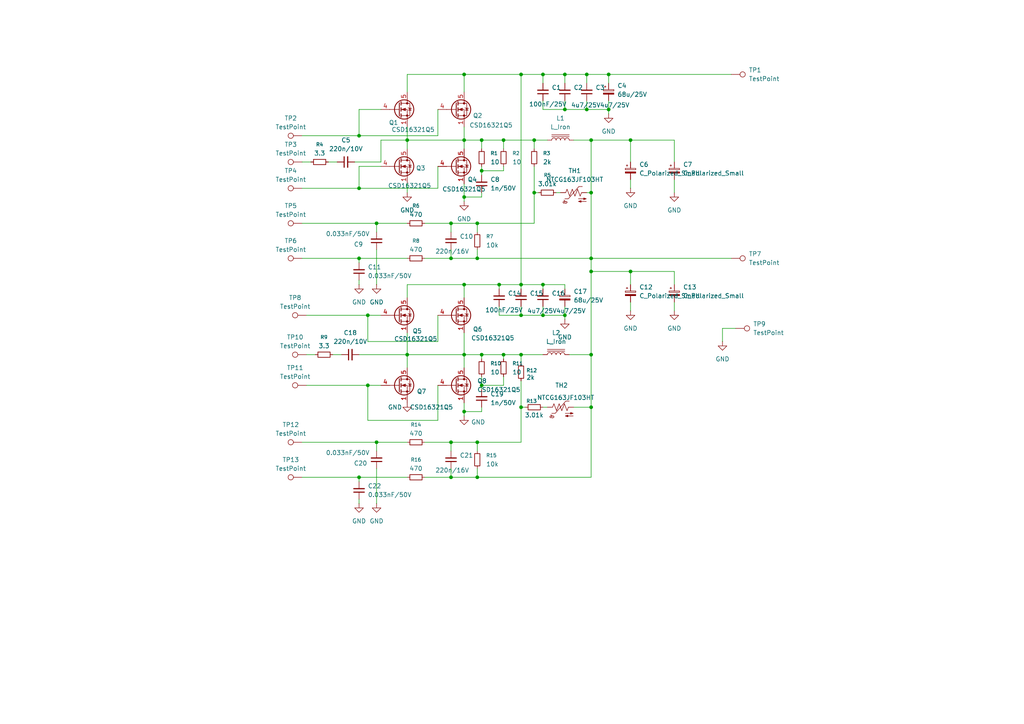
<source format=kicad_sch>
(kicad_sch
	(version 20250114)
	(generator "eeschema")
	(generator_version "9.0")
	(uuid "38c44bd6-231e-4f54-b3c5-0400e48766f3")
	(paper "A4")
	(lib_symbols
		(symbol "Connector:TestPoint"
			(pin_numbers
				(hide yes)
			)
			(pin_names
				(offset 0.762)
				(hide yes)
			)
			(exclude_from_sim no)
			(in_bom yes)
			(on_board yes)
			(property "Reference" "TP"
				(at 0 6.858 0)
				(effects
					(font
						(size 1.27 1.27)
					)
				)
			)
			(property "Value" "TestPoint"
				(at 0 5.08 0)
				(effects
					(font
						(size 1.27 1.27)
					)
				)
			)
			(property "Footprint" ""
				(at 5.08 0 0)
				(effects
					(font
						(size 1.27 1.27)
					)
					(hide yes)
				)
			)
			(property "Datasheet" "~"
				(at 5.08 0 0)
				(effects
					(font
						(size 1.27 1.27)
					)
					(hide yes)
				)
			)
			(property "Description" "test point"
				(at 0 0 0)
				(effects
					(font
						(size 1.27 1.27)
					)
					(hide yes)
				)
			)
			(property "ki_keywords" "test point tp"
				(at 0 0 0)
				(effects
					(font
						(size 1.27 1.27)
					)
					(hide yes)
				)
			)
			(property "ki_fp_filters" "Pin* Test*"
				(at 0 0 0)
				(effects
					(font
						(size 1.27 1.27)
					)
					(hide yes)
				)
			)
			(symbol "TestPoint_0_1"
				(circle
					(center 0 3.302)
					(radius 0.762)
					(stroke
						(width 0)
						(type default)
					)
					(fill
						(type none)
					)
				)
			)
			(symbol "TestPoint_1_1"
				(pin passive line
					(at 0 0 90)
					(length 2.54)
					(name "1"
						(effects
							(font
								(size 1.27 1.27)
							)
						)
					)
					(number "1"
						(effects
							(font
								(size 1.27 1.27)
							)
						)
					)
				)
			)
			(embedded_fonts no)
		)
		(symbol "Device:C_Polarized_Small"
			(pin_numbers
				(hide yes)
			)
			(pin_names
				(offset 0.254)
				(hide yes)
			)
			(exclude_from_sim no)
			(in_bom yes)
			(on_board yes)
			(property "Reference" "C"
				(at 0.254 1.778 0)
				(effects
					(font
						(size 1.27 1.27)
					)
					(justify left)
				)
			)
			(property "Value" "C_Polarized_Small"
				(at 0.254 -2.032 0)
				(effects
					(font
						(size 1.27 1.27)
					)
					(justify left)
				)
			)
			(property "Footprint" ""
				(at 0 0 0)
				(effects
					(font
						(size 1.27 1.27)
					)
					(hide yes)
				)
			)
			(property "Datasheet" "~"
				(at 0 0 0)
				(effects
					(font
						(size 1.27 1.27)
					)
					(hide yes)
				)
			)
			(property "Description" "Polarized capacitor, small symbol"
				(at 0 0 0)
				(effects
					(font
						(size 1.27 1.27)
					)
					(hide yes)
				)
			)
			(property "ki_keywords" "cap capacitor"
				(at 0 0 0)
				(effects
					(font
						(size 1.27 1.27)
					)
					(hide yes)
				)
			)
			(property "ki_fp_filters" "CP_*"
				(at 0 0 0)
				(effects
					(font
						(size 1.27 1.27)
					)
					(hide yes)
				)
			)
			(symbol "C_Polarized_Small_0_1"
				(rectangle
					(start -1.524 0.6858)
					(end 1.524 0.3048)
					(stroke
						(width 0)
						(type default)
					)
					(fill
						(type none)
					)
				)
				(rectangle
					(start -1.524 -0.3048)
					(end 1.524 -0.6858)
					(stroke
						(width 0)
						(type default)
					)
					(fill
						(type outline)
					)
				)
				(polyline
					(pts
						(xy -1.27 1.524) (xy -0.762 1.524)
					)
					(stroke
						(width 0)
						(type default)
					)
					(fill
						(type none)
					)
				)
				(polyline
					(pts
						(xy -1.016 1.27) (xy -1.016 1.778)
					)
					(stroke
						(width 0)
						(type default)
					)
					(fill
						(type none)
					)
				)
			)
			(symbol "C_Polarized_Small_1_1"
				(pin passive line
					(at 0 2.54 270)
					(length 1.8542)
					(name "~"
						(effects
							(font
								(size 1.27 1.27)
							)
						)
					)
					(number "1"
						(effects
							(font
								(size 1.27 1.27)
							)
						)
					)
				)
				(pin passive line
					(at 0 -2.54 90)
					(length 1.8542)
					(name "~"
						(effects
							(font
								(size 1.27 1.27)
							)
						)
					)
					(number "2"
						(effects
							(font
								(size 1.27 1.27)
							)
						)
					)
				)
			)
			(embedded_fonts no)
		)
		(symbol "Device:C_Small"
			(pin_numbers
				(hide yes)
			)
			(pin_names
				(offset 0.254)
				(hide yes)
			)
			(exclude_from_sim no)
			(in_bom yes)
			(on_board yes)
			(property "Reference" "C"
				(at 0.254 1.778 0)
				(effects
					(font
						(size 1.27 1.27)
					)
					(justify left)
				)
			)
			(property "Value" "C_Small"
				(at 0.254 -2.032 0)
				(effects
					(font
						(size 1.27 1.27)
					)
					(justify left)
				)
			)
			(property "Footprint" ""
				(at 0 0 0)
				(effects
					(font
						(size 1.27 1.27)
					)
					(hide yes)
				)
			)
			(property "Datasheet" "~"
				(at 0 0 0)
				(effects
					(font
						(size 1.27 1.27)
					)
					(hide yes)
				)
			)
			(property "Description" "Unpolarized capacitor, small symbol"
				(at 0 0 0)
				(effects
					(font
						(size 1.27 1.27)
					)
					(hide yes)
				)
			)
			(property "ki_keywords" "capacitor cap"
				(at 0 0 0)
				(effects
					(font
						(size 1.27 1.27)
					)
					(hide yes)
				)
			)
			(property "ki_fp_filters" "C_*"
				(at 0 0 0)
				(effects
					(font
						(size 1.27 1.27)
					)
					(hide yes)
				)
			)
			(symbol "C_Small_0_1"
				(polyline
					(pts
						(xy -1.524 0.508) (xy 1.524 0.508)
					)
					(stroke
						(width 0.3048)
						(type default)
					)
					(fill
						(type none)
					)
				)
				(polyline
					(pts
						(xy -1.524 -0.508) (xy 1.524 -0.508)
					)
					(stroke
						(width 0.3302)
						(type default)
					)
					(fill
						(type none)
					)
				)
			)
			(symbol "C_Small_1_1"
				(pin passive line
					(at 0 2.54 270)
					(length 2.032)
					(name "~"
						(effects
							(font
								(size 1.27 1.27)
							)
						)
					)
					(number "1"
						(effects
							(font
								(size 1.27 1.27)
							)
						)
					)
				)
				(pin passive line
					(at 0 -2.54 90)
					(length 2.032)
					(name "~"
						(effects
							(font
								(size 1.27 1.27)
							)
						)
					)
					(number "2"
						(effects
							(font
								(size 1.27 1.27)
							)
						)
					)
				)
			)
			(embedded_fonts no)
		)
		(symbol "Device:L_Iron"
			(pin_numbers
				(hide yes)
			)
			(pin_names
				(offset 1.016)
				(hide yes)
			)
			(exclude_from_sim no)
			(in_bom yes)
			(on_board yes)
			(property "Reference" "L"
				(at -1.27 0 90)
				(effects
					(font
						(size 1.27 1.27)
					)
				)
			)
			(property "Value" "L_Iron"
				(at 2.794 0 90)
				(effects
					(font
						(size 1.27 1.27)
					)
				)
			)
			(property "Footprint" ""
				(at 0 0 0)
				(effects
					(font
						(size 1.27 1.27)
					)
					(hide yes)
				)
			)
			(property "Datasheet" "~"
				(at 0 0 0)
				(effects
					(font
						(size 1.27 1.27)
					)
					(hide yes)
				)
			)
			(property "Description" "Inductor with iron core"
				(at 0 0 0)
				(effects
					(font
						(size 1.27 1.27)
					)
					(hide yes)
				)
			)
			(property "ki_keywords" "inductor choke coil reactor magnetic"
				(at 0 0 0)
				(effects
					(font
						(size 1.27 1.27)
					)
					(hide yes)
				)
			)
			(property "ki_fp_filters" "Choke_* *Coil* Inductor_* L_*"
				(at 0 0 0)
				(effects
					(font
						(size 1.27 1.27)
					)
					(hide yes)
				)
			)
			(symbol "L_Iron_0_1"
				(arc
					(start 0 2.54)
					(mid 0.6323 1.905)
					(end 0 1.27)
					(stroke
						(width 0)
						(type default)
					)
					(fill
						(type none)
					)
				)
				(arc
					(start 0 1.27)
					(mid 0.6323 0.635)
					(end 0 0)
					(stroke
						(width 0)
						(type default)
					)
					(fill
						(type none)
					)
				)
				(arc
					(start 0 0)
					(mid 0.6323 -0.635)
					(end 0 -1.27)
					(stroke
						(width 0)
						(type default)
					)
					(fill
						(type none)
					)
				)
				(arc
					(start 0 -1.27)
					(mid 0.6323 -1.905)
					(end 0 -2.54)
					(stroke
						(width 0)
						(type default)
					)
					(fill
						(type none)
					)
				)
				(polyline
					(pts
						(xy 1.016 2.54) (xy 1.016 -2.54)
					)
					(stroke
						(width 0)
						(type default)
					)
					(fill
						(type none)
					)
				)
				(polyline
					(pts
						(xy 1.524 -2.54) (xy 1.524 2.54)
					)
					(stroke
						(width 0)
						(type default)
					)
					(fill
						(type none)
					)
				)
			)
			(symbol "L_Iron_1_1"
				(pin passive line
					(at 0 3.81 270)
					(length 1.27)
					(name "1"
						(effects
							(font
								(size 1.27 1.27)
							)
						)
					)
					(number "1"
						(effects
							(font
								(size 1.27 1.27)
							)
						)
					)
				)
				(pin passive line
					(at 0 -3.81 90)
					(length 1.27)
					(name "2"
						(effects
							(font
								(size 1.27 1.27)
							)
						)
					)
					(number "2"
						(effects
							(font
								(size 1.27 1.27)
							)
						)
					)
				)
			)
			(embedded_fonts no)
		)
		(symbol "Device:R_Small"
			(pin_numbers
				(hide yes)
			)
			(pin_names
				(offset 0.254)
				(hide yes)
			)
			(exclude_from_sim no)
			(in_bom yes)
			(on_board yes)
			(property "Reference" "R"
				(at 0 0 90)
				(effects
					(font
						(size 1.016 1.016)
					)
				)
			)
			(property "Value" "R_Small"
				(at 1.778 0 90)
				(effects
					(font
						(size 1.27 1.27)
					)
				)
			)
			(property "Footprint" ""
				(at 0 0 0)
				(effects
					(font
						(size 1.27 1.27)
					)
					(hide yes)
				)
			)
			(property "Datasheet" "~"
				(at 0 0 0)
				(effects
					(font
						(size 1.27 1.27)
					)
					(hide yes)
				)
			)
			(property "Description" "Resistor, small symbol"
				(at 0 0 0)
				(effects
					(font
						(size 1.27 1.27)
					)
					(hide yes)
				)
			)
			(property "ki_keywords" "R resistor"
				(at 0 0 0)
				(effects
					(font
						(size 1.27 1.27)
					)
					(hide yes)
				)
			)
			(property "ki_fp_filters" "R_*"
				(at 0 0 0)
				(effects
					(font
						(size 1.27 1.27)
					)
					(hide yes)
				)
			)
			(symbol "R_Small_0_1"
				(rectangle
					(start -0.762 1.778)
					(end 0.762 -1.778)
					(stroke
						(width 0.2032)
						(type default)
					)
					(fill
						(type none)
					)
				)
			)
			(symbol "R_Small_1_1"
				(pin passive line
					(at 0 2.54 270)
					(length 0.762)
					(name "~"
						(effects
							(font
								(size 1.27 1.27)
							)
						)
					)
					(number "1"
						(effects
							(font
								(size 1.27 1.27)
							)
						)
					)
				)
				(pin passive line
					(at 0 -2.54 90)
					(length 0.762)
					(name "~"
						(effects
							(font
								(size 1.27 1.27)
							)
						)
					)
					(number "2"
						(effects
							(font
								(size 1.27 1.27)
							)
						)
					)
				)
			)
			(embedded_fonts no)
		)
		(symbol "Device:Thermistor_NTC_US"
			(pin_numbers
				(hide yes)
			)
			(pin_names
				(offset 0)
			)
			(exclude_from_sim no)
			(in_bom yes)
			(on_board yes)
			(property "Reference" "TH"
				(at -4.445 0 90)
				(effects
					(font
						(size 1.27 1.27)
					)
				)
			)
			(property "Value" "Thermistor_NTC_US"
				(at 3.175 0 90)
				(effects
					(font
						(size 1.27 1.27)
					)
				)
			)
			(property "Footprint" ""
				(at 0 1.27 0)
				(effects
					(font
						(size 1.27 1.27)
					)
					(hide yes)
				)
			)
			(property "Datasheet" "~"
				(at 0 1.27 0)
				(effects
					(font
						(size 1.27 1.27)
					)
					(hide yes)
				)
			)
			(property "Description" "Temperature dependent resistor, negative temperature coefficient, US symbol"
				(at 0 0 0)
				(effects
					(font
						(size 1.27 1.27)
					)
					(hide yes)
				)
			)
			(property "ki_keywords" "thermistor NTC resistor sensor RTD"
				(at 0 0 0)
				(effects
					(font
						(size 1.27 1.27)
					)
					(hide yes)
				)
			)
			(property "ki_fp_filters" "*NTC* *Thermistor* PIN?ARRAY* bornier* *Terminal?Block* R_*"
				(at 0 0 0)
				(effects
					(font
						(size 1.27 1.27)
					)
					(hide yes)
				)
			)
			(symbol "Thermistor_NTC_US_0_1"
				(arc
					(start -3.175 2.413)
					(mid -3.0506 2.3165)
					(end -3.048 2.159)
					(stroke
						(width 0)
						(type default)
					)
					(fill
						(type none)
					)
				)
				(arc
					(start -3.048 2.794)
					(mid -2.9736 2.9736)
					(end -2.794 3.048)
					(stroke
						(width 0)
						(type default)
					)
					(fill
						(type none)
					)
				)
				(arc
					(start -2.794 3.048)
					(mid -2.6144 2.9736)
					(end -2.54 2.794)
					(stroke
						(width 0)
						(type default)
					)
					(fill
						(type none)
					)
				)
				(arc
					(start -2.794 2.54)
					(mid -2.9736 2.6144)
					(end -3.048 2.794)
					(stroke
						(width 0)
						(type default)
					)
					(fill
						(type none)
					)
				)
				(arc
					(start -2.794 1.905)
					(mid -2.9736 1.9794)
					(end -3.048 2.159)
					(stroke
						(width 0)
						(type default)
					)
					(fill
						(type none)
					)
				)
				(arc
					(start -2.54 2.159)
					(mid -2.6144 1.9794)
					(end -2.794 1.905)
					(stroke
						(width 0)
						(type default)
					)
					(fill
						(type none)
					)
				)
				(arc
					(start -2.159 2.794)
					(mid -2.434 2.5608)
					(end -2.794 2.54)
					(stroke
						(width 0)
						(type default)
					)
					(fill
						(type none)
					)
				)
				(polyline
					(pts
						(xy -2.54 2.159) (xy -2.54 2.794)
					)
					(stroke
						(width 0)
						(type default)
					)
					(fill
						(type none)
					)
				)
				(polyline
					(pts
						(xy -2.54 -3.683) (xy -2.54 -1.397) (xy -2.794 -2.159) (xy -2.286 -2.159) (xy -2.54 -1.397) (xy -2.54 -1.651)
					)
					(stroke
						(width 0)
						(type default)
					)
					(fill
						(type outline)
					)
				)
				(polyline
					(pts
						(xy -1.778 2.54) (xy -1.778 1.524) (xy 1.778 -1.524) (xy 1.778 -2.54)
					)
					(stroke
						(width 0)
						(type default)
					)
					(fill
						(type none)
					)
				)
				(polyline
					(pts
						(xy -1.778 -1.397) (xy -1.778 -3.683) (xy -2.032 -2.921) (xy -1.524 -2.921) (xy -1.778 -3.683)
						(xy -1.778 -3.429)
					)
					(stroke
						(width 0)
						(type default)
					)
					(fill
						(type outline)
					)
				)
				(polyline
					(pts
						(xy 0 2.286) (xy 0 2.54)
					)
					(stroke
						(width 0)
						(type default)
					)
					(fill
						(type none)
					)
				)
				(polyline
					(pts
						(xy 0 2.286) (xy 1.016 1.905) (xy 0 1.524) (xy -1.016 1.143) (xy 0 0.762)
					)
					(stroke
						(width 0)
						(type default)
					)
					(fill
						(type none)
					)
				)
				(polyline
					(pts
						(xy 0 0.762) (xy 1.016 0.381) (xy 0 0) (xy -1.016 -0.381) (xy 0 -0.762)
					)
					(stroke
						(width 0)
						(type default)
					)
					(fill
						(type none)
					)
				)
				(polyline
					(pts
						(xy 0 -0.762) (xy 1.016 -1.143) (xy 0 -1.524) (xy -1.016 -1.905) (xy 0 -2.286)
					)
					(stroke
						(width 0)
						(type default)
					)
					(fill
						(type none)
					)
				)
				(polyline
					(pts
						(xy 0 -2.286) (xy 0 -2.54)
					)
					(stroke
						(width 0)
						(type default)
					)
					(fill
						(type none)
					)
				)
			)
			(symbol "Thermistor_NTC_US_1_1"
				(pin passive line
					(at 0 3.81 270)
					(length 1.27)
					(name "~"
						(effects
							(font
								(size 1.27 1.27)
							)
						)
					)
					(number "1"
						(effects
							(font
								(size 1.27 1.27)
							)
						)
					)
				)
				(pin passive line
					(at 0 -3.81 90)
					(length 1.27)
					(name "~"
						(effects
							(font
								(size 1.27 1.27)
							)
						)
					)
					(number "2"
						(effects
							(font
								(size 1.27 1.27)
							)
						)
					)
				)
			)
			(embedded_fonts no)
		)
		(symbol "Transistor_FET:CSD16321Q5"
			(pin_names
				(hide yes)
			)
			(exclude_from_sim no)
			(in_bom yes)
			(on_board yes)
			(property "Reference" "Q"
				(at 5.08 1.905 0)
				(effects
					(font
						(size 1.27 1.27)
					)
					(justify left)
				)
			)
			(property "Value" "CSD16321Q5"
				(at 5.08 0 0)
				(effects
					(font
						(size 1.27 1.27)
					)
					(justify left)
				)
			)
			(property "Footprint" "Package_TO_SOT_SMD:TDSON-8-1"
				(at 5.08 -1.905 0)
				(effects
					(font
						(size 1.27 1.27)
						(italic yes)
					)
					(justify left)
					(hide yes)
				)
			)
			(property "Datasheet" "http://www.ti.com/lit/gpn/csd16321q5"
				(at 5.08 -3.81 0)
				(effects
					(font
						(size 1.27 1.27)
					)
					(justify left)
					(hide yes)
				)
			)
			(property "Description" "100A Id, 25V Vds, NexFET N-Channel Power MOSFET, 2.6mOhm Ron, 14nC Qg(typ), SON8 5x6mm"
				(at 0 0 0)
				(effects
					(font
						(size 1.27 1.27)
					)
					(hide yes)
				)
			)
			(property "ki_keywords" "NexFET Power MOSFET N-MOS"
				(at 0 0 0)
				(effects
					(font
						(size 1.27 1.27)
					)
					(hide yes)
				)
			)
			(property "ki_fp_filters" "TDSON*"
				(at 0 0 0)
				(effects
					(font
						(size 1.27 1.27)
					)
					(hide yes)
				)
			)
			(symbol "CSD16321Q5_0_1"
				(polyline
					(pts
						(xy 0.254 1.905) (xy 0.254 -1.905)
					)
					(stroke
						(width 0.254)
						(type default)
					)
					(fill
						(type none)
					)
				)
				(polyline
					(pts
						(xy 0.254 0) (xy -2.54 0)
					)
					(stroke
						(width 0)
						(type default)
					)
					(fill
						(type none)
					)
				)
				(polyline
					(pts
						(xy 0.762 2.286) (xy 0.762 1.27)
					)
					(stroke
						(width 0.254)
						(type default)
					)
					(fill
						(type none)
					)
				)
				(polyline
					(pts
						(xy 0.762 0.508) (xy 0.762 -0.508)
					)
					(stroke
						(width 0.254)
						(type default)
					)
					(fill
						(type none)
					)
				)
				(polyline
					(pts
						(xy 0.762 -1.27) (xy 0.762 -2.286)
					)
					(stroke
						(width 0.254)
						(type default)
					)
					(fill
						(type none)
					)
				)
				(polyline
					(pts
						(xy 0.762 -1.778) (xy 3.302 -1.778) (xy 3.302 1.778) (xy 0.762 1.778)
					)
					(stroke
						(width 0)
						(type default)
					)
					(fill
						(type none)
					)
				)
				(polyline
					(pts
						(xy 1.016 0) (xy 2.032 0.381) (xy 2.032 -0.381) (xy 1.016 0)
					)
					(stroke
						(width 0)
						(type default)
					)
					(fill
						(type outline)
					)
				)
				(circle
					(center 1.651 0)
					(radius 2.794)
					(stroke
						(width 0.254)
						(type default)
					)
					(fill
						(type none)
					)
				)
				(polyline
					(pts
						(xy 2.54 2.54) (xy 2.54 1.778)
					)
					(stroke
						(width 0)
						(type default)
					)
					(fill
						(type none)
					)
				)
				(circle
					(center 2.54 1.778)
					(radius 0.254)
					(stroke
						(width 0)
						(type default)
					)
					(fill
						(type outline)
					)
				)
				(circle
					(center 2.54 -1.778)
					(radius 0.254)
					(stroke
						(width 0)
						(type default)
					)
					(fill
						(type outline)
					)
				)
				(polyline
					(pts
						(xy 2.54 -2.54) (xy 2.54 0) (xy 0.762 0)
					)
					(stroke
						(width 0)
						(type default)
					)
					(fill
						(type none)
					)
				)
				(polyline
					(pts
						(xy 2.794 0.508) (xy 2.921 0.381) (xy 3.683 0.381) (xy 3.81 0.254)
					)
					(stroke
						(width 0)
						(type default)
					)
					(fill
						(type none)
					)
				)
				(polyline
					(pts
						(xy 3.302 0.381) (xy 2.921 -0.254) (xy 3.683 -0.254) (xy 3.302 0.381)
					)
					(stroke
						(width 0)
						(type default)
					)
					(fill
						(type none)
					)
				)
			)
			(symbol "CSD16321Q5_1_1"
				(pin passive line
					(at -5.08 0 0)
					(length 2.54)
					(name "G"
						(effects
							(font
								(size 1.27 1.27)
							)
						)
					)
					(number "4"
						(effects
							(font
								(size 1.27 1.27)
							)
						)
					)
				)
				(pin passive line
					(at 2.54 5.08 270)
					(length 2.54)
					(name "D"
						(effects
							(font
								(size 1.27 1.27)
							)
						)
					)
					(number "5"
						(effects
							(font
								(size 1.27 1.27)
							)
						)
					)
				)
				(pin passive line
					(at 2.54 -5.08 90)
					(length 2.54)
					(name "S"
						(effects
							(font
								(size 1.27 1.27)
							)
						)
					)
					(number "1"
						(effects
							(font
								(size 1.27 1.27)
							)
						)
					)
				)
				(pin passive line
					(at 2.54 -5.08 90)
					(length 2.54)
					(hide yes)
					(name "S"
						(effects
							(font
								(size 1.27 1.27)
							)
						)
					)
					(number "2"
						(effects
							(font
								(size 1.27 1.27)
							)
						)
					)
				)
				(pin passive line
					(at 2.54 -5.08 90)
					(length 2.54)
					(hide yes)
					(name "S"
						(effects
							(font
								(size 1.27 1.27)
							)
						)
					)
					(number "3"
						(effects
							(font
								(size 1.27 1.27)
							)
						)
					)
				)
			)
			(embedded_fonts no)
		)
		(symbol "power:GND"
			(power)
			(pin_numbers
				(hide yes)
			)
			(pin_names
				(offset 0)
				(hide yes)
			)
			(exclude_from_sim no)
			(in_bom yes)
			(on_board yes)
			(property "Reference" "#PWR"
				(at 0 -6.35 0)
				(effects
					(font
						(size 1.27 1.27)
					)
					(hide yes)
				)
			)
			(property "Value" "GND"
				(at 0 -3.81 0)
				(effects
					(font
						(size 1.27 1.27)
					)
				)
			)
			(property "Footprint" ""
				(at 0 0 0)
				(effects
					(font
						(size 1.27 1.27)
					)
					(hide yes)
				)
			)
			(property "Datasheet" ""
				(at 0 0 0)
				(effects
					(font
						(size 1.27 1.27)
					)
					(hide yes)
				)
			)
			(property "Description" "Power symbol creates a global label with name \"GND\" , ground"
				(at 0 0 0)
				(effects
					(font
						(size 1.27 1.27)
					)
					(hide yes)
				)
			)
			(property "ki_keywords" "global power"
				(at 0 0 0)
				(effects
					(font
						(size 1.27 1.27)
					)
					(hide yes)
				)
			)
			(symbol "GND_0_1"
				(polyline
					(pts
						(xy 0 0) (xy 0 -1.27) (xy 1.27 -1.27) (xy 0 -2.54) (xy -1.27 -1.27) (xy 0 -1.27)
					)
					(stroke
						(width 0)
						(type default)
					)
					(fill
						(type none)
					)
				)
			)
			(symbol "GND_1_1"
				(pin power_in line
					(at 0 0 270)
					(length 0)
					(name "~"
						(effects
							(font
								(size 1.27 1.27)
							)
						)
					)
					(number "1"
						(effects
							(font
								(size 1.27 1.27)
							)
						)
					)
				)
			)
			(embedded_fonts no)
		)
	)
	(junction
		(at 109.22 64.77)
		(diameter 0)
		(color 0 0 0 0)
		(uuid "0581c266-d3ea-45ad-ae04-3c981fab67ec")
	)
	(junction
		(at 151.13 91.44)
		(diameter 0)
		(color 0 0 0 0)
		(uuid "097d7a7e-6026-4810-83f1-02404fb281f0")
	)
	(junction
		(at 144.78 82.55)
		(diameter 0)
		(color 0 0 0 0)
		(uuid "11cbe7fa-1417-4f84-adce-4a5fe4ad2b5d")
	)
	(junction
		(at 118.11 40.64)
		(diameter 0)
		(color 0 0 0 0)
		(uuid "1607e9a9-5f3c-436c-9921-843b5829c5f4")
	)
	(junction
		(at 130.81 138.43)
		(diameter 0)
		(color 0 0 0 0)
		(uuid "16b02e76-57d7-4521-a6d2-7c66c01a8f93")
	)
	(junction
		(at 146.05 40.64)
		(diameter 0)
		(color 0 0 0 0)
		(uuid "1c76a6a4-ba7a-460c-8e46-550bcd8a21d1")
	)
	(junction
		(at 109.22 128.27)
		(diameter 0)
		(color 0 0 0 0)
		(uuid "2139b502-1235-421b-bb1d-442a1dc173ba")
	)
	(junction
		(at 104.14 39.37)
		(diameter 0)
		(color 0 0 0 0)
		(uuid "21d6e6a5-28d3-4623-8302-d97e85b0877f")
	)
	(junction
		(at 171.45 40.64)
		(diameter 0)
		(color 0 0 0 0)
		(uuid "23f451b3-9a9b-4907-aabe-302016aa8586")
	)
	(junction
		(at 157.48 91.44)
		(diameter 0)
		(color 0 0 0 0)
		(uuid "240a4591-afd7-4b5e-9626-80775b580561")
	)
	(junction
		(at 139.7 49.53)
		(diameter 0)
		(color 0 0 0 0)
		(uuid "2845bec3-7f59-4f2c-811c-6dfd7c3e8a7f")
	)
	(junction
		(at 157.48 21.59)
		(diameter 0)
		(color 0 0 0 0)
		(uuid "2a0ea93b-e3b9-4f8e-9be7-f1c004b66679")
	)
	(junction
		(at 151.13 102.87)
		(diameter 0)
		(color 0 0 0 0)
		(uuid "2af6d8e4-3c4d-4ff3-a13d-9d7515b28db2")
	)
	(junction
		(at 138.43 74.93)
		(diameter 0)
		(color 0 0 0 0)
		(uuid "34a64a5f-1e0e-48c8-8bd8-2188bf5013c2")
	)
	(junction
		(at 163.83 21.59)
		(diameter 0)
		(color 0 0 0 0)
		(uuid "3c75397e-ca87-4395-b472-5c08b5782704")
	)
	(junction
		(at 106.68 111.76)
		(diameter 0)
		(color 0 0 0 0)
		(uuid "447487ff-d77b-40da-8c2a-260ee74c43cb")
	)
	(junction
		(at 134.62 119.38)
		(diameter 0)
		(color 0 0 0 0)
		(uuid "4596325f-231d-450d-9273-7b30d0d6f4b4")
	)
	(junction
		(at 171.45 102.87)
		(diameter 0)
		(color 0 0 0 0)
		(uuid "48f1835c-1786-41a8-ba18-1becc5240c9e")
	)
	(junction
		(at 104.14 54.61)
		(diameter 0)
		(color 0 0 0 0)
		(uuid "4a0083d6-bcf9-4b79-b363-f79c7d427784")
	)
	(junction
		(at 171.45 78.74)
		(diameter 0)
		(color 0 0 0 0)
		(uuid "4b1e226b-795c-4814-9231-4cb8bbc47da0")
	)
	(junction
		(at 130.81 128.27)
		(diameter 0)
		(color 0 0 0 0)
		(uuid "4c40de01-3555-4fb4-8784-2bdea7aca9de")
	)
	(junction
		(at 154.94 55.88)
		(diameter 0)
		(color 0 0 0 0)
		(uuid "4fce34f9-c03a-4361-bb99-e05ce16ece42")
	)
	(junction
		(at 170.18 21.59)
		(diameter 0)
		(color 0 0 0 0)
		(uuid "535880b0-3e5d-467b-b009-aa54cc45ee59")
	)
	(junction
		(at 130.81 74.93)
		(diameter 0)
		(color 0 0 0 0)
		(uuid "5486d54f-46e9-4619-9dfc-37362546a4cb")
	)
	(junction
		(at 163.83 91.44)
		(diameter 0)
		(color 0 0 0 0)
		(uuid "5d1a10bd-830d-49b5-9d56-437d37228001")
	)
	(junction
		(at 151.13 82.55)
		(diameter 0)
		(color 0 0 0 0)
		(uuid "65e0a23d-644f-44c5-b30d-1cf6dc4934cc")
	)
	(junction
		(at 170.18 31.75)
		(diameter 0)
		(color 0 0 0 0)
		(uuid "6654c85c-f90d-4ee2-afbb-6f926727ff09")
	)
	(junction
		(at 139.7 40.64)
		(diameter 0)
		(color 0 0 0 0)
		(uuid "76666acf-6c86-4c4a-8f38-e4e483c6c855")
	)
	(junction
		(at 176.53 31.75)
		(diameter 0)
		(color 0 0 0 0)
		(uuid "7aa69be3-8c26-42b6-a355-6ea016c71f6a")
	)
	(junction
		(at 182.88 40.64)
		(diameter 0)
		(color 0 0 0 0)
		(uuid "7c836d3b-f800-4a8d-aa39-212159c15397")
	)
	(junction
		(at 134.62 102.87)
		(diameter 0)
		(color 0 0 0 0)
		(uuid "7ef2c822-7a4c-435c-bb91-1168cd8fbbe9")
	)
	(junction
		(at 104.14 74.93)
		(diameter 0)
		(color 0 0 0 0)
		(uuid "7fd973c5-3ec9-45bb-92f0-84d3ceb4b6a0")
	)
	(junction
		(at 130.81 64.77)
		(diameter 0)
		(color 0 0 0 0)
		(uuid "7ff846dd-b7f3-4fe9-9cb0-854f15a28b8b")
	)
	(junction
		(at 104.14 138.43)
		(diameter 0)
		(color 0 0 0 0)
		(uuid "85e132dd-d33e-428b-9b7f-b06f546f4cfe")
	)
	(junction
		(at 151.13 21.59)
		(diameter 0)
		(color 0 0 0 0)
		(uuid "8699c327-5307-4bbe-9804-e495fd4fea4d")
	)
	(junction
		(at 106.68 91.44)
		(diameter 0)
		(color 0 0 0 0)
		(uuid "8d34442b-b1e9-4f6c-beed-0bed02e1c7e0")
	)
	(junction
		(at 171.45 55.88)
		(diameter 0)
		(color 0 0 0 0)
		(uuid "9dcf5f25-62bd-447b-8861-e9de59911429")
	)
	(junction
		(at 138.43 64.77)
		(diameter 0)
		(color 0 0 0 0)
		(uuid "a60e99a9-c95a-431c-b14b-9cdaa00f8ae8")
	)
	(junction
		(at 154.94 40.64)
		(diameter 0)
		(color 0 0 0 0)
		(uuid "ae1493f2-8c8e-43e7-8262-a04335dfc9a1")
	)
	(junction
		(at 139.7 102.87)
		(diameter 0)
		(color 0 0 0 0)
		(uuid "bbd4edf9-23fb-4fb3-bf9a-c73070aa0cad")
	)
	(junction
		(at 118.11 102.87)
		(diameter 0)
		(color 0 0 0 0)
		(uuid "bd1ccf2c-0635-400f-9ab8-c0987d90f71a")
	)
	(junction
		(at 151.13 118.11)
		(diameter 0)
		(color 0 0 0 0)
		(uuid "c3445571-a328-435f-bd76-5e5970400651")
	)
	(junction
		(at 163.83 31.75)
		(diameter 0)
		(color 0 0 0 0)
		(uuid "c71214a0-0a0e-4969-aff9-27ffa4094cf9")
	)
	(junction
		(at 182.88 78.74)
		(diameter 0)
		(color 0 0 0 0)
		(uuid "c7781011-4c2d-42d9-94ec-332c9a91fd7f")
	)
	(junction
		(at 139.7 111.76)
		(diameter 0)
		(color 0 0 0 0)
		(uuid "d1e23add-6725-43ca-999f-8036000b22ea")
	)
	(junction
		(at 134.62 40.64)
		(diameter 0)
		(color 0 0 0 0)
		(uuid "d5d59587-a3ce-4a45-9220-c9ea3ec4e03f")
	)
	(junction
		(at 176.53 21.59)
		(diameter 0)
		(color 0 0 0 0)
		(uuid "daefe0aa-e8fb-478e-9e27-d0ed98fe7687")
	)
	(junction
		(at 134.62 21.59)
		(diameter 0)
		(color 0 0 0 0)
		(uuid "e1453b5e-7279-4f7c-8aab-d89268dc9b7e")
	)
	(junction
		(at 138.43 128.27)
		(diameter 0)
		(color 0 0 0 0)
		(uuid "e160ef30-9ccc-4952-89b4-8b158148734d")
	)
	(junction
		(at 171.45 74.93)
		(diameter 0)
		(color 0 0 0 0)
		(uuid "e25b05aa-7046-45d1-b934-e70392a231d4")
	)
	(junction
		(at 171.45 118.11)
		(diameter 0)
		(color 0 0 0 0)
		(uuid "e3ef6347-d8a8-4794-b2d8-c167aa264c12")
	)
	(junction
		(at 138.43 138.43)
		(diameter 0)
		(color 0 0 0 0)
		(uuid "f0120802-d66d-45cf-8e70-1c960a58bb6a")
	)
	(junction
		(at 146.05 102.87)
		(diameter 0)
		(color 0 0 0 0)
		(uuid "f1cd4832-ea74-464d-9da7-da258325c1bc")
	)
	(junction
		(at 157.48 82.55)
		(diameter 0)
		(color 0 0 0 0)
		(uuid "f7916987-4405-4740-ab1d-58e9723f645e")
	)
	(junction
		(at 134.62 57.15)
		(diameter 0)
		(color 0 0 0 0)
		(uuid "fec12670-788f-45aa-a1ea-8fda830149f6")
	)
	(junction
		(at 134.62 82.55)
		(diameter 0)
		(color 0 0 0 0)
		(uuid "ff02bb3f-bd79-4918-b6ed-af9f155b7918")
	)
	(wire
		(pts
			(xy 134.62 116.84) (xy 134.62 119.38)
		)
		(stroke
			(width 0)
			(type default)
		)
		(uuid "01a06f02-9582-45ab-9bc4-3659ca6ae19a")
	)
	(wire
		(pts
			(xy 176.53 29.21) (xy 176.53 31.75)
		)
		(stroke
			(width 0)
			(type default)
		)
		(uuid "0204b4a5-af4d-401c-a511-c96a27af6bf4")
	)
	(wire
		(pts
			(xy 104.14 39.37) (xy 104.14 31.75)
		)
		(stroke
			(width 0)
			(type default)
		)
		(uuid "02619ec5-0e71-46dd-9db9-7492fe2659ff")
	)
	(wire
		(pts
			(xy 151.13 118.11) (xy 151.13 128.27)
		)
		(stroke
			(width 0)
			(type default)
		)
		(uuid "028b579a-c045-4281-bd72-df86d84ccb46")
	)
	(wire
		(pts
			(xy 106.68 111.76) (xy 106.68 121.92)
		)
		(stroke
			(width 0)
			(type default)
		)
		(uuid "04902016-a4e4-4a1c-90e9-6fe1be92fa36")
	)
	(wire
		(pts
			(xy 118.11 21.59) (xy 134.62 21.59)
		)
		(stroke
			(width 0)
			(type default)
		)
		(uuid "05b9f627-fd0d-4bcb-875a-2a667d3f65c8")
	)
	(wire
		(pts
			(xy 104.14 31.75) (xy 110.49 31.75)
		)
		(stroke
			(width 0)
			(type default)
		)
		(uuid "07cf1b8f-b6f5-4b14-ba19-9dd16102bc4c")
	)
	(wire
		(pts
			(xy 182.88 78.74) (xy 182.88 82.55)
		)
		(stroke
			(width 0)
			(type default)
		)
		(uuid "09c2a4a0-0f7c-46a9-ae17-ce4be1cb3304")
	)
	(wire
		(pts
			(xy 156.21 55.88) (xy 154.94 55.88)
		)
		(stroke
			(width 0)
			(type default)
		)
		(uuid "0bc3f7a0-5d63-43e3-b631-e59ebaf052c8")
	)
	(wire
		(pts
			(xy 195.58 40.64) (xy 182.88 40.64)
		)
		(stroke
			(width 0)
			(type default)
		)
		(uuid "0bc9c47b-b8d6-4c24-a308-dc15cbe44b30")
	)
	(wire
		(pts
			(xy 154.94 55.88) (xy 154.94 64.77)
		)
		(stroke
			(width 0)
			(type default)
		)
		(uuid "0e5bbf41-d37c-409c-b722-13a54ac95479")
	)
	(wire
		(pts
			(xy 118.11 64.77) (xy 109.22 64.77)
		)
		(stroke
			(width 0)
			(type default)
		)
		(uuid "0f911741-625b-455b-a224-2e58796cc308")
	)
	(wire
		(pts
			(xy 139.7 113.03) (xy 139.7 111.76)
		)
		(stroke
			(width 0)
			(type default)
		)
		(uuid "1022e49e-99f7-4706-aa35-0193f34e65e6")
	)
	(wire
		(pts
			(xy 195.58 87.63) (xy 195.58 90.17)
		)
		(stroke
			(width 0)
			(type default)
		)
		(uuid "1537a819-f800-4869-b03e-8c84d0a56a24")
	)
	(wire
		(pts
			(xy 163.83 92.71) (xy 163.83 91.44)
		)
		(stroke
			(width 0)
			(type default)
		)
		(uuid "15fb9ce1-57c2-4205-aa25-6bd43c474e1e")
	)
	(wire
		(pts
			(xy 163.83 21.59) (xy 163.83 24.13)
		)
		(stroke
			(width 0)
			(type default)
		)
		(uuid "171a091c-3458-4bfd-b7a0-2ca2894c155a")
	)
	(wire
		(pts
			(xy 182.88 40.64) (xy 182.88 46.99)
		)
		(stroke
			(width 0)
			(type default)
		)
		(uuid "187fd57f-a5bd-4c39-9e46-d30bd68ee823")
	)
	(wire
		(pts
			(xy 123.19 64.77) (xy 130.81 64.77)
		)
		(stroke
			(width 0)
			(type default)
		)
		(uuid "1ae19b92-c73c-4f16-a25e-c745ca630caa")
	)
	(wire
		(pts
			(xy 134.62 82.55) (xy 134.62 86.36)
		)
		(stroke
			(width 0)
			(type default)
		)
		(uuid "1c08994d-4fbb-4bec-a4a9-9e7a8247b1b5")
	)
	(wire
		(pts
			(xy 87.63 128.27) (xy 109.22 128.27)
		)
		(stroke
			(width 0)
			(type default)
		)
		(uuid "1e21b0a8-932a-439d-b94e-05018402280f")
	)
	(wire
		(pts
			(xy 163.83 29.21) (xy 163.83 31.75)
		)
		(stroke
			(width 0)
			(type default)
		)
		(uuid "1eabfa5d-9766-49da-9e50-8cfca3d487b7")
	)
	(wire
		(pts
			(xy 138.43 128.27) (xy 151.13 128.27)
		)
		(stroke
			(width 0)
			(type default)
		)
		(uuid "1eea8924-2eba-448e-9428-509779c80448")
	)
	(wire
		(pts
			(xy 109.22 72.39) (xy 109.22 82.55)
		)
		(stroke
			(width 0)
			(type default)
		)
		(uuid "231338a3-0d94-4dd7-abf1-82cd4059eab4")
	)
	(wire
		(pts
			(xy 118.11 82.55) (xy 134.62 82.55)
		)
		(stroke
			(width 0)
			(type default)
		)
		(uuid "2367a67d-d6ca-4bd7-bdeb-37a9540524a4")
	)
	(wire
		(pts
			(xy 146.05 102.87) (xy 151.13 102.87)
		)
		(stroke
			(width 0)
			(type default)
		)
		(uuid "243f9e99-0031-48e7-adc0-0824955606ab")
	)
	(wire
		(pts
			(xy 151.13 88.9) (xy 151.13 91.44)
		)
		(stroke
			(width 0)
			(type default)
		)
		(uuid "271111be-fb4a-4f56-b32c-27076fba5e98")
	)
	(wire
		(pts
			(xy 88.9 102.87) (xy 91.44 102.87)
		)
		(stroke
			(width 0)
			(type default)
		)
		(uuid "28f6d76b-7a7d-4757-a371-109ebc350754")
	)
	(wire
		(pts
			(xy 139.7 109.22) (xy 139.7 111.76)
		)
		(stroke
			(width 0)
			(type default)
		)
		(uuid "2a5ff799-3b38-49de-94ca-2c2413dbfd19")
	)
	(wire
		(pts
			(xy 195.58 52.07) (xy 195.58 55.88)
		)
		(stroke
			(width 0)
			(type default)
		)
		(uuid "2afddf53-e1e7-4fb9-845c-7c9645a44601")
	)
	(wire
		(pts
			(xy 170.18 55.88) (xy 171.45 55.88)
		)
		(stroke
			(width 0)
			(type default)
		)
		(uuid "2b4f8bc4-ae79-4ebe-8f1f-6dc9b7081fa1")
	)
	(wire
		(pts
			(xy 176.53 21.59) (xy 212.09 21.59)
		)
		(stroke
			(width 0)
			(type default)
		)
		(uuid "2bca44e4-98d7-401c-80e0-7cc95f4cadc5")
	)
	(wire
		(pts
			(xy 151.13 82.55) (xy 157.48 82.55)
		)
		(stroke
			(width 0)
			(type default)
		)
		(uuid "2c13d58f-884c-4d6d-ae06-fca123d905f3")
	)
	(wire
		(pts
			(xy 138.43 64.77) (xy 138.43 67.31)
		)
		(stroke
			(width 0)
			(type default)
		)
		(uuid "2d7b1055-8e71-4299-b2ad-cc11cad41e3c")
	)
	(wire
		(pts
			(xy 104.14 102.87) (xy 118.11 102.87)
		)
		(stroke
			(width 0)
			(type default)
		)
		(uuid "356498f1-7f91-4203-b35e-87c7665b696b")
	)
	(wire
		(pts
			(xy 139.7 49.53) (xy 139.7 50.8)
		)
		(stroke
			(width 0)
			(type default)
		)
		(uuid "3a683f07-fe0a-4547-a062-e31965f4040e")
	)
	(wire
		(pts
			(xy 170.18 29.21) (xy 170.18 31.75)
		)
		(stroke
			(width 0)
			(type default)
		)
		(uuid "3c15a122-3a3d-484d-9562-0406284b6a92")
	)
	(wire
		(pts
			(xy 139.7 40.64) (xy 146.05 40.64)
		)
		(stroke
			(width 0)
			(type default)
		)
		(uuid "3f54f894-77e5-4c7d-99f2-c3231006eac3")
	)
	(wire
		(pts
			(xy 195.58 78.74) (xy 182.88 78.74)
		)
		(stroke
			(width 0)
			(type default)
		)
		(uuid "4161990c-0f55-4158-a128-3ab9fe78cb68")
	)
	(wire
		(pts
			(xy 154.94 40.64) (xy 158.75 40.64)
		)
		(stroke
			(width 0)
			(type default)
		)
		(uuid "46da048b-4be2-4ea6-b0da-85dda3594cb2")
	)
	(wire
		(pts
			(xy 157.48 82.55) (xy 157.48 83.82)
		)
		(stroke
			(width 0)
			(type default)
		)
		(uuid "49579637-33d8-4cd8-9640-baa565c74ba3")
	)
	(wire
		(pts
			(xy 146.05 40.64) (xy 154.94 40.64)
		)
		(stroke
			(width 0)
			(type default)
		)
		(uuid "4ba4b132-086a-498c-b3a8-8910bfabc8ab")
	)
	(wire
		(pts
			(xy 134.62 102.87) (xy 134.62 106.68)
		)
		(stroke
			(width 0)
			(type default)
		)
		(uuid "4bc0f8ed-0558-47e5-b43f-b28ad4be4273")
	)
	(wire
		(pts
			(xy 146.05 102.87) (xy 146.05 104.14)
		)
		(stroke
			(width 0)
			(type default)
		)
		(uuid "4ceb3854-3bbc-4cc1-afbd-5efdc3ebc63c")
	)
	(wire
		(pts
			(xy 104.14 81.28) (xy 104.14 82.55)
		)
		(stroke
			(width 0)
			(type default)
		)
		(uuid "4fe64aaa-9d97-4170-b171-626d9327ac06")
	)
	(wire
		(pts
			(xy 127 48.26) (xy 127 54.61)
		)
		(stroke
			(width 0)
			(type default)
		)
		(uuid "500e5d85-d3e3-45f9-99c4-9cffe976f6e1")
	)
	(wire
		(pts
			(xy 176.53 33.02) (xy 176.53 31.75)
		)
		(stroke
			(width 0)
			(type default)
		)
		(uuid "50577aec-9655-4405-8508-463792d14142")
	)
	(wire
		(pts
			(xy 118.11 53.34) (xy 118.11 55.88)
		)
		(stroke
			(width 0)
			(type default)
		)
		(uuid "54281bdd-a18c-4d9d-9f8a-e41454208490")
	)
	(wire
		(pts
			(xy 171.45 40.64) (xy 182.88 40.64)
		)
		(stroke
			(width 0)
			(type default)
		)
		(uuid "576070ce-5dbd-45ba-b845-0c731bce3750")
	)
	(wire
		(pts
			(xy 170.18 21.59) (xy 176.53 21.59)
		)
		(stroke
			(width 0)
			(type default)
		)
		(uuid "57c7c590-e90e-4523-ab4d-d0693ac697fe")
	)
	(wire
		(pts
			(xy 134.62 40.64) (xy 134.62 43.18)
		)
		(stroke
			(width 0)
			(type default)
		)
		(uuid "587a2373-4162-4eb5-8b1e-9c6f96f165a9")
	)
	(wire
		(pts
			(xy 102.87 46.99) (xy 110.49 46.99)
		)
		(stroke
			(width 0)
			(type default)
		)
		(uuid "5a920158-e93e-4505-b141-28b1adc9eed1")
	)
	(wire
		(pts
			(xy 144.78 91.44) (xy 151.13 91.44)
		)
		(stroke
			(width 0)
			(type default)
		)
		(uuid "5ab33258-0df5-45d5-ae67-dcd4f89efdd7")
	)
	(wire
		(pts
			(xy 130.81 72.39) (xy 130.81 74.93)
		)
		(stroke
			(width 0)
			(type default)
		)
		(uuid "612fd24a-2de9-4557-9668-6787d03e0ef9")
	)
	(wire
		(pts
			(xy 151.13 82.55) (xy 151.13 21.59)
		)
		(stroke
			(width 0)
			(type default)
		)
		(uuid "61e5f974-28e8-495b-b06b-caf5be27543e")
	)
	(wire
		(pts
			(xy 118.11 96.52) (xy 118.11 102.87)
		)
		(stroke
			(width 0)
			(type default)
		)
		(uuid "635c2cf2-88a7-4e97-ab64-70cf67e44102")
	)
	(wire
		(pts
			(xy 144.78 83.82) (xy 144.78 82.55)
		)
		(stroke
			(width 0)
			(type default)
		)
		(uuid "637ff275-1322-46bc-b1ef-1668a2d7865d")
	)
	(wire
		(pts
			(xy 118.11 40.64) (xy 118.11 43.18)
		)
		(stroke
			(width 0)
			(type default)
		)
		(uuid "645b482b-e951-4fd1-878e-2690a51f9382")
	)
	(wire
		(pts
			(xy 195.58 82.55) (xy 195.58 78.74)
		)
		(stroke
			(width 0)
			(type default)
		)
		(uuid "6483d20d-0419-45f2-8b70-50ecc5702e1a")
	)
	(wire
		(pts
			(xy 118.11 74.93) (xy 104.14 74.93)
		)
		(stroke
			(width 0)
			(type default)
		)
		(uuid "6534c4fa-d96d-4ada-b627-47ff65842939")
	)
	(wire
		(pts
			(xy 138.43 74.93) (xy 171.45 74.93)
		)
		(stroke
			(width 0)
			(type default)
		)
		(uuid "66fca172-b56f-40e3-9fa4-0f19dcd60592")
	)
	(wire
		(pts
			(xy 139.7 48.26) (xy 139.7 49.53)
		)
		(stroke
			(width 0)
			(type default)
		)
		(uuid "6738bfd3-1d18-47e6-84ff-7b521989e1a3")
	)
	(wire
		(pts
			(xy 171.45 74.93) (xy 171.45 78.74)
		)
		(stroke
			(width 0)
			(type default)
		)
		(uuid "69b632f5-f6db-42a5-be01-7f85c3baa6ce")
	)
	(wire
		(pts
			(xy 87.63 54.61) (xy 104.14 54.61)
		)
		(stroke
			(width 0)
			(type default)
		)
		(uuid "6dad000b-3b6b-426a-bc4f-bc087ae8ce18")
	)
	(wire
		(pts
			(xy 87.63 39.37) (xy 104.14 39.37)
		)
		(stroke
			(width 0)
			(type default)
		)
		(uuid "6ff155c3-6a1a-4c57-9a05-6d5ca3d3674e")
	)
	(wire
		(pts
			(xy 138.43 64.77) (xy 154.94 64.77)
		)
		(stroke
			(width 0)
			(type default)
		)
		(uuid "70f7f218-d8d7-41de-b5df-1a7f77074464")
	)
	(wire
		(pts
			(xy 151.13 102.87) (xy 151.13 105.41)
		)
		(stroke
			(width 0)
			(type default)
		)
		(uuid "719bef07-302d-4dae-bb3b-68a3197f1caf")
	)
	(wire
		(pts
			(xy 118.11 36.83) (xy 118.11 40.64)
		)
		(stroke
			(width 0)
			(type default)
		)
		(uuid "71aab73e-7d71-4155-9438-3d274fecde98")
	)
	(wire
		(pts
			(xy 157.48 88.9) (xy 157.48 91.44)
		)
		(stroke
			(width 0)
			(type default)
		)
		(uuid "71bc6b69-ced4-4143-a0e1-c17ccaa36c97")
	)
	(wire
		(pts
			(xy 127 111.76) (xy 127 121.92)
		)
		(stroke
			(width 0)
			(type default)
		)
		(uuid "7655341a-5a61-43a5-a9a2-a9b6f14004d2")
	)
	(wire
		(pts
			(xy 127 54.61) (xy 104.14 54.61)
		)
		(stroke
			(width 0)
			(type default)
		)
		(uuid "76b724ef-1aca-4a60-8021-0b489d25db56")
	)
	(wire
		(pts
			(xy 118.11 128.27) (xy 109.22 128.27)
		)
		(stroke
			(width 0)
			(type default)
		)
		(uuid "79a512d2-e50f-4c4c-823f-7cf668e023fb")
	)
	(wire
		(pts
			(xy 157.48 29.21) (xy 157.48 31.75)
		)
		(stroke
			(width 0)
			(type default)
		)
		(uuid "79a810c5-6220-4b3d-a386-bc5998b8c59b")
	)
	(wire
		(pts
			(xy 171.45 74.93) (xy 212.09 74.93)
		)
		(stroke
			(width 0)
			(type default)
		)
		(uuid "79db48ba-1dc5-4dc6-b76c-812a30bfcc71")
	)
	(wire
		(pts
			(xy 118.11 102.87) (xy 118.11 106.68)
		)
		(stroke
			(width 0)
			(type default)
		)
		(uuid "7b49a954-47fc-456c-afa2-3196ee861334")
	)
	(wire
		(pts
			(xy 182.88 52.07) (xy 182.88 54.61)
		)
		(stroke
			(width 0)
			(type default)
		)
		(uuid "7dc19623-6d4b-40ec-bc50-01cbb72eabf0")
	)
	(wire
		(pts
			(xy 134.62 82.55) (xy 144.78 82.55)
		)
		(stroke
			(width 0)
			(type default)
		)
		(uuid "7e4f1432-99af-415e-87d5-0d6dd0b75814")
	)
	(wire
		(pts
			(xy 87.63 64.77) (xy 109.22 64.77)
		)
		(stroke
			(width 0)
			(type default)
		)
		(uuid "7e930587-677f-427e-8133-23afa30c8b06")
	)
	(wire
		(pts
			(xy 87.63 74.93) (xy 104.14 74.93)
		)
		(stroke
			(width 0)
			(type default)
		)
		(uuid "80809659-218f-4932-9246-bd61febe9744")
	)
	(wire
		(pts
			(xy 170.18 21.59) (xy 170.18 24.13)
		)
		(stroke
			(width 0)
			(type default)
		)
		(uuid "80d64cbf-eb98-4f98-8415-223aea0f8c1a")
	)
	(wire
		(pts
			(xy 163.83 21.59) (xy 170.18 21.59)
		)
		(stroke
			(width 0)
			(type default)
		)
		(uuid "80d9b792-5d06-4001-8cb2-d38a6b3c2cff")
	)
	(wire
		(pts
			(xy 157.48 31.75) (xy 163.83 31.75)
		)
		(stroke
			(width 0)
			(type default)
		)
		(uuid "815c95ae-1c54-4e52-b684-69f8caf0a942")
	)
	(wire
		(pts
			(xy 152.4 118.11) (xy 151.13 118.11)
		)
		(stroke
			(width 0)
			(type default)
		)
		(uuid "81d9bc7b-0e1d-4c52-b0f9-6d9d61b12b31")
	)
	(wire
		(pts
			(xy 157.48 118.11) (xy 158.75 118.11)
		)
		(stroke
			(width 0)
			(type default)
		)
		(uuid "84c09dbc-b53b-4684-a05f-1e3c7f4e1aff")
	)
	(wire
		(pts
			(xy 157.48 21.59) (xy 163.83 21.59)
		)
		(stroke
			(width 0)
			(type default)
		)
		(uuid "86bd357c-c5e5-46f7-8d50-4d6dfe039229")
	)
	(wire
		(pts
			(xy 123.19 138.43) (xy 130.81 138.43)
		)
		(stroke
			(width 0)
			(type default)
		)
		(uuid "8748b98a-f267-4d26-bfd3-92f5a7dcb686")
	)
	(wire
		(pts
			(xy 195.58 46.99) (xy 195.58 40.64)
		)
		(stroke
			(width 0)
			(type default)
		)
		(uuid "88baed2e-4928-4c59-a79a-8e141f98b13b")
	)
	(wire
		(pts
			(xy 144.78 82.55) (xy 151.13 82.55)
		)
		(stroke
			(width 0)
			(type default)
		)
		(uuid "88ecc587-3888-4811-b985-6221a4e08ade")
	)
	(wire
		(pts
			(xy 138.43 128.27) (xy 138.43 130.81)
		)
		(stroke
			(width 0)
			(type default)
		)
		(uuid "8a23c32b-11a4-497c-8aed-a05b209076a0")
	)
	(wire
		(pts
			(xy 104.14 48.26) (xy 110.49 48.26)
		)
		(stroke
			(width 0)
			(type default)
		)
		(uuid "8b3021a0-f878-41df-91e7-4d902e956fc8")
	)
	(wire
		(pts
			(xy 144.78 88.9) (xy 144.78 91.44)
		)
		(stroke
			(width 0)
			(type default)
		)
		(uuid "8b3b2699-eb2b-4c16-8a8c-dbbecb5956c8")
	)
	(wire
		(pts
			(xy 138.43 72.39) (xy 138.43 74.93)
		)
		(stroke
			(width 0)
			(type default)
		)
		(uuid "8da2e7f9-37c6-46f1-806e-2521378a30ed")
	)
	(wire
		(pts
			(xy 163.83 31.75) (xy 170.18 31.75)
		)
		(stroke
			(width 0)
			(type default)
		)
		(uuid "91c6efea-b752-4c03-98ef-559556d3ace8")
	)
	(wire
		(pts
			(xy 109.22 135.89) (xy 109.22 146.05)
		)
		(stroke
			(width 0)
			(type default)
		)
		(uuid "93bf9793-4659-4de3-9ebc-5aa74e87be3e")
	)
	(wire
		(pts
			(xy 134.62 102.87) (xy 139.7 102.87)
		)
		(stroke
			(width 0)
			(type default)
		)
		(uuid "973aa981-cc1f-400e-8cdf-5a5564cf7e0b")
	)
	(wire
		(pts
			(xy 209.55 95.25) (xy 213.36 95.25)
		)
		(stroke
			(width 0)
			(type default)
		)
		(uuid "98f3a1ef-5c47-4f97-89ee-d3d633904e5a")
	)
	(wire
		(pts
			(xy 139.7 119.38) (xy 139.7 118.11)
		)
		(stroke
			(width 0)
			(type default)
		)
		(uuid "9c61bd61-1927-47e9-9efa-ef18f0a3e8e3")
	)
	(wire
		(pts
			(xy 127 99.06) (xy 106.68 99.06)
		)
		(stroke
			(width 0)
			(type default)
		)
		(uuid "a0715924-0e8c-4cd1-a912-6efbbc1b650d")
	)
	(wire
		(pts
			(xy 104.14 74.93) (xy 104.14 76.2)
		)
		(stroke
			(width 0)
			(type default)
		)
		(uuid "a07d1a24-99c8-4f27-8ee3-24ccf16685b4")
	)
	(wire
		(pts
			(xy 163.83 83.82) (xy 163.83 82.55)
		)
		(stroke
			(width 0)
			(type default)
		)
		(uuid "a2f0fd99-98c1-4daf-aed8-ed93c0fc4c59")
	)
	(wire
		(pts
			(xy 118.11 40.64) (xy 134.62 40.64)
		)
		(stroke
			(width 0)
			(type default)
		)
		(uuid "a40be58f-26d5-45f0-a323-99312df9cd6b")
	)
	(wire
		(pts
			(xy 95.25 46.99) (xy 97.79 46.99)
		)
		(stroke
			(width 0)
			(type default)
		)
		(uuid "a49e081c-b9fb-47c6-a0ae-e8383c7333ca")
	)
	(wire
		(pts
			(xy 109.22 64.77) (xy 109.22 67.31)
		)
		(stroke
			(width 0)
			(type default)
		)
		(uuid "a58cccdf-a4a5-4bad-a80b-478f2bf125c3")
	)
	(wire
		(pts
			(xy 134.62 21.59) (xy 134.62 26.67)
		)
		(stroke
			(width 0)
			(type default)
		)
		(uuid "a62e4782-786d-4a4b-af1f-55182fe39e53")
	)
	(wire
		(pts
			(xy 123.19 74.93) (xy 130.81 74.93)
		)
		(stroke
			(width 0)
			(type default)
		)
		(uuid "a66c3f42-eb37-4bfc-a6ca-625e864b8e96")
	)
	(wire
		(pts
			(xy 134.62 57.15) (xy 139.7 57.15)
		)
		(stroke
			(width 0)
			(type default)
		)
		(uuid "a812aa09-3ab3-4a5e-8646-e8809cc6ef4a")
	)
	(wire
		(pts
			(xy 161.29 55.88) (xy 162.56 55.88)
		)
		(stroke
			(width 0)
			(type default)
		)
		(uuid "a9e632d3-7962-4c31-b6f4-0e13aba3ad2b")
	)
	(wire
		(pts
			(xy 138.43 138.43) (xy 171.45 138.43)
		)
		(stroke
			(width 0)
			(type default)
		)
		(uuid "a9e7d52c-35d6-42fb-a31b-b9aec78f0960")
	)
	(wire
		(pts
			(xy 110.49 46.99) (xy 110.49 40.64)
		)
		(stroke
			(width 0)
			(type default)
		)
		(uuid "ae980e2e-846e-457e-8969-990e24267928")
	)
	(wire
		(pts
			(xy 157.48 82.55) (xy 163.83 82.55)
		)
		(stroke
			(width 0)
			(type default)
		)
		(uuid "af4e44b6-6fff-4955-bcea-ff96c73e086f")
	)
	(wire
		(pts
			(xy 171.45 102.87) (xy 171.45 118.11)
		)
		(stroke
			(width 0)
			(type default)
		)
		(uuid "af61fb09-4675-49a2-b717-a4253b048e0b")
	)
	(wire
		(pts
			(xy 139.7 102.87) (xy 139.7 104.14)
		)
		(stroke
			(width 0)
			(type default)
		)
		(uuid "af73bf4a-2eb7-466f-b80d-9313d732e9e3")
	)
	(wire
		(pts
			(xy 134.62 119.38) (xy 139.7 119.38)
		)
		(stroke
			(width 0)
			(type default)
		)
		(uuid "afad5df1-e2c5-43b4-b5b6-2fa65c878fe0")
	)
	(wire
		(pts
			(xy 127 91.44) (xy 127 99.06)
		)
		(stroke
			(width 0)
			(type default)
		)
		(uuid "b1f8ab66-06cc-4e72-acc3-f50f3f3a2119")
	)
	(wire
		(pts
			(xy 139.7 102.87) (xy 146.05 102.87)
		)
		(stroke
			(width 0)
			(type default)
		)
		(uuid "b4aec77a-db52-425a-ac8c-9ccd8d543f94")
	)
	(wire
		(pts
			(xy 127 31.75) (xy 127 39.37)
		)
		(stroke
			(width 0)
			(type default)
		)
		(uuid "b5b1f222-4bed-451c-b3ad-0e46e9a5ee69")
	)
	(wire
		(pts
			(xy 130.81 138.43) (xy 138.43 138.43)
		)
		(stroke
			(width 0)
			(type default)
		)
		(uuid "b5f0ab7f-b620-409f-8af1-83568a67f8a4")
	)
	(wire
		(pts
			(xy 171.45 55.88) (xy 171.45 74.93)
		)
		(stroke
			(width 0)
			(type default)
		)
		(uuid "b6ed50d2-6725-4553-bafe-b6d6418c749e")
	)
	(wire
		(pts
			(xy 151.13 21.59) (xy 157.48 21.59)
		)
		(stroke
			(width 0)
			(type default)
		)
		(uuid "b8821e69-0ac7-46ac-93b0-623cd64d31b2")
	)
	(wire
		(pts
			(xy 166.37 40.64) (xy 171.45 40.64)
		)
		(stroke
			(width 0)
			(type default)
		)
		(uuid "b8d88e98-ee6d-42b5-bbbd-c0d8fb115364")
	)
	(wire
		(pts
			(xy 171.45 138.43) (xy 171.45 118.11)
		)
		(stroke
			(width 0)
			(type default)
		)
		(uuid "b9a885ca-ef35-4b38-ac70-5196c06f04e4")
	)
	(wire
		(pts
			(xy 106.68 91.44) (xy 110.49 91.44)
		)
		(stroke
			(width 0)
			(type default)
		)
		(uuid "b9db0682-8969-4474-b841-cad8da1e62ab")
	)
	(wire
		(pts
			(xy 130.81 64.77) (xy 138.43 64.77)
		)
		(stroke
			(width 0)
			(type default)
		)
		(uuid "bcc416a2-9062-4799-8c4f-f42e1b54d733")
	)
	(wire
		(pts
			(xy 209.55 99.06) (xy 209.55 95.25)
		)
		(stroke
			(width 0)
			(type default)
		)
		(uuid "c1dc0266-599e-4e4f-85f3-467fb7b6ea6e")
	)
	(wire
		(pts
			(xy 146.05 40.64) (xy 146.05 43.18)
		)
		(stroke
			(width 0)
			(type default)
		)
		(uuid "c35d177a-0af9-4a1e-90d8-c625e5aacc54")
	)
	(wire
		(pts
			(xy 151.13 110.49) (xy 151.13 118.11)
		)
		(stroke
			(width 0)
			(type default)
		)
		(uuid "c68c55c0-d3ab-42f8-897e-af3d8a2de7bf")
	)
	(wire
		(pts
			(xy 154.94 48.26) (xy 154.94 55.88)
		)
		(stroke
			(width 0)
			(type default)
		)
		(uuid "c69e2113-e86b-4068-b539-24c68e89ae0a")
	)
	(wire
		(pts
			(xy 134.62 40.64) (xy 139.7 40.64)
		)
		(stroke
			(width 0)
			(type default)
		)
		(uuid "c7a3ab0e-4f02-4bfd-a284-8ee41046a381")
	)
	(wire
		(pts
			(xy 134.62 119.38) (xy 134.62 120.65)
		)
		(stroke
			(width 0)
			(type default)
		)
		(uuid "c95192c5-e4af-4401-a758-5d20d1ea9357")
	)
	(wire
		(pts
			(xy 134.62 57.15) (xy 134.62 58.42)
		)
		(stroke
			(width 0)
			(type default)
		)
		(uuid "c9afdcd0-d0e6-433c-a1cf-4a431f87fda7")
	)
	(wire
		(pts
			(xy 104.14 144.78) (xy 104.14 146.05)
		)
		(stroke
			(width 0)
			(type default)
		)
		(uuid "c9b65058-f695-44b3-8f6f-67cd441eddcf")
	)
	(wire
		(pts
			(xy 151.13 91.44) (xy 157.48 91.44)
		)
		(stroke
			(width 0)
			(type default)
		)
		(uuid "cd7f538d-0466-47a4-a9fc-8405c04cd8ed")
	)
	(wire
		(pts
			(xy 151.13 83.82) (xy 151.13 82.55)
		)
		(stroke
			(width 0)
			(type default)
		)
		(uuid "ce320ff5-1a8e-41f9-86bb-a96fa6bdfe7c")
	)
	(wire
		(pts
			(xy 104.14 54.61) (xy 104.14 48.26)
		)
		(stroke
			(width 0)
			(type default)
		)
		(uuid "cef715d0-7d72-4f9a-9873-08e3310b5add")
	)
	(wire
		(pts
			(xy 118.11 21.59) (xy 118.11 26.67)
		)
		(stroke
			(width 0)
			(type default)
		)
		(uuid "cfbc8314-7ee8-438d-8334-1eb9fd073fd2")
	)
	(wire
		(pts
			(xy 118.11 102.87) (xy 134.62 102.87)
		)
		(stroke
			(width 0)
			(type default)
		)
		(uuid "cfc6b939-4818-4180-9f23-a68703ef9d46")
	)
	(wire
		(pts
			(xy 123.19 128.27) (xy 130.81 128.27)
		)
		(stroke
			(width 0)
			(type default)
		)
		(uuid "d05e9983-cf20-40f4-8911-98a00b32d00b")
	)
	(wire
		(pts
			(xy 130.81 128.27) (xy 138.43 128.27)
		)
		(stroke
			(width 0)
			(type default)
		)
		(uuid "d1245ac2-3910-4533-9048-a8ec720aa094")
	)
	(wire
		(pts
			(xy 106.68 111.76) (xy 110.49 111.76)
		)
		(stroke
			(width 0)
			(type default)
		)
		(uuid "d35050d0-1cba-4018-91ed-3dbae42f15d7")
	)
	(wire
		(pts
			(xy 171.45 55.88) (xy 171.45 40.64)
		)
		(stroke
			(width 0)
			(type default)
		)
		(uuid "d3e4c617-6642-48d4-93db-b25b69b190a3")
	)
	(wire
		(pts
			(xy 166.37 118.11) (xy 171.45 118.11)
		)
		(stroke
			(width 0)
			(type default)
		)
		(uuid "d3e5aa61-4f1b-46c7-98f9-289ec623cbdc")
	)
	(wire
		(pts
			(xy 87.63 46.99) (xy 90.17 46.99)
		)
		(stroke
			(width 0)
			(type default)
		)
		(uuid "d40175a6-a2e1-455d-a1f8-71344aeffacc")
	)
	(wire
		(pts
			(xy 151.13 102.87) (xy 157.48 102.87)
		)
		(stroke
			(width 0)
			(type default)
		)
		(uuid "d4e5f3cd-01ab-4bb5-9551-e151f9c99dab")
	)
	(wire
		(pts
			(xy 139.7 49.53) (xy 146.05 49.53)
		)
		(stroke
			(width 0)
			(type default)
		)
		(uuid "d71231c4-0828-4bba-9c0a-d8698622762a")
	)
	(wire
		(pts
			(xy 130.81 135.89) (xy 130.81 138.43)
		)
		(stroke
			(width 0)
			(type default)
		)
		(uuid "d7e7a758-ba72-47f0-aeef-bdaba37c45a1")
	)
	(wire
		(pts
			(xy 154.94 40.64) (xy 154.94 43.18)
		)
		(stroke
			(width 0)
			(type default)
		)
		(uuid "d7f97a85-f50a-4edc-9748-71966857fa88")
	)
	(wire
		(pts
			(xy 106.68 121.92) (xy 127 121.92)
		)
		(stroke
			(width 0)
			(type default)
		)
		(uuid "d9144b0c-2dc4-48cc-bd67-6bc8d8e1ce35")
	)
	(wire
		(pts
			(xy 182.88 87.63) (xy 182.88 90.17)
		)
		(stroke
			(width 0)
			(type default)
		)
		(uuid "d9b7dc80-0fb7-4054-bfcd-7f16799e0bab")
	)
	(wire
		(pts
			(xy 88.9 91.44) (xy 106.68 91.44)
		)
		(stroke
			(width 0)
			(type default)
		)
		(uuid "db005e47-9e53-4fa7-a168-40417cc9d571")
	)
	(wire
		(pts
			(xy 110.49 40.64) (xy 118.11 40.64)
		)
		(stroke
			(width 0)
			(type default)
		)
		(uuid "dda14657-d735-4066-96ac-587eea849d99")
	)
	(wire
		(pts
			(xy 146.05 109.22) (xy 146.05 111.76)
		)
		(stroke
			(width 0)
			(type default)
		)
		(uuid "de4eda52-2392-41fe-a0c1-6818c9ef3880")
	)
	(wire
		(pts
			(xy 118.11 138.43) (xy 104.14 138.43)
		)
		(stroke
			(width 0)
			(type default)
		)
		(uuid "df2759fc-246e-40ca-b629-e5bfa3d856ec")
	)
	(wire
		(pts
			(xy 130.81 74.93) (xy 138.43 74.93)
		)
		(stroke
			(width 0)
			(type default)
		)
		(uuid "e1cfa614-f486-45b2-aebd-e40353e5100f")
	)
	(wire
		(pts
			(xy 165.1 102.87) (xy 171.45 102.87)
		)
		(stroke
			(width 0)
			(type default)
		)
		(uuid "e24948a3-2dad-450e-ac59-5bfda2443402")
	)
	(wire
		(pts
			(xy 157.48 21.59) (xy 157.48 24.13)
		)
		(stroke
			(width 0)
			(type default)
		)
		(uuid "e4054253-bc1e-442e-b448-730ff26fd4a0")
	)
	(wire
		(pts
			(xy 109.22 128.27) (xy 109.22 130.81)
		)
		(stroke
			(width 0)
			(type default)
		)
		(uuid "e41ab334-a789-4ae2-b7f7-22bf6c1ed4a9")
	)
	(wire
		(pts
			(xy 176.53 24.13) (xy 176.53 21.59)
		)
		(stroke
			(width 0)
			(type default)
		)
		(uuid "e4acf7cb-0b0e-4bf7-998e-f702de79e052")
	)
	(wire
		(pts
			(xy 88.9 111.76) (xy 106.68 111.76)
		)
		(stroke
			(width 0)
			(type default)
		)
		(uuid "e8234e1b-ea7a-4dba-83ec-de57e06aa236")
	)
	(wire
		(pts
			(xy 146.05 48.26) (xy 146.05 49.53)
		)
		(stroke
			(width 0)
			(type default)
		)
		(uuid "e93fc596-6207-4107-b23c-ebe798cdcfb0")
	)
	(wire
		(pts
			(xy 139.7 55.88) (xy 139.7 57.15)
		)
		(stroke
			(width 0)
			(type default)
		)
		(uuid "ea7a8be2-6f16-4e8b-8e51-3bdb5debb1f0")
	)
	(wire
		(pts
			(xy 171.45 102.87) (xy 171.45 78.74)
		)
		(stroke
			(width 0)
			(type default)
		)
		(uuid "ecfcb3b0-9c8a-4994-b833-d6438d87071b")
	)
	(wire
		(pts
			(xy 118.11 86.36) (xy 118.11 82.55)
		)
		(stroke
			(width 0)
			(type default)
		)
		(uuid "ed913e17-79ac-43e5-8c5c-a299dc0466ac")
	)
	(wire
		(pts
			(xy 134.62 36.83) (xy 134.62 40.64)
		)
		(stroke
			(width 0)
			(type default)
		)
		(uuid "ee72c11e-e434-490e-8199-5946e57588b4")
	)
	(wire
		(pts
			(xy 106.68 99.06) (xy 106.68 91.44)
		)
		(stroke
			(width 0)
			(type default)
		)
		(uuid "ee8cd0d6-176d-490c-aa38-fb1d6e77c8f2")
	)
	(wire
		(pts
			(xy 182.88 78.74) (xy 171.45 78.74)
		)
		(stroke
			(width 0)
			(type default)
		)
		(uuid "eeba7a37-cbd9-4873-8a56-12d471b395b8")
	)
	(wire
		(pts
			(xy 139.7 40.64) (xy 139.7 43.18)
		)
		(stroke
			(width 0)
			(type default)
		)
		(uuid "f1807100-2545-4f3c-b593-4e6ce157b4d1")
	)
	(wire
		(pts
			(xy 130.81 64.77) (xy 130.81 67.31)
		)
		(stroke
			(width 0)
			(type default)
		)
		(uuid "f3b3ae92-50ff-4eaf-ad9e-8f75a6f84547")
	)
	(wire
		(pts
			(xy 134.62 53.34) (xy 134.62 57.15)
		)
		(stroke
			(width 0)
			(type default)
		)
		(uuid "f488ef07-6415-4d33-9175-b7fabf935cf6")
	)
	(wire
		(pts
			(xy 157.48 91.44) (xy 163.83 91.44)
		)
		(stroke
			(width 0)
			(type default)
		)
		(uuid "f4d7105f-6beb-4d64-8d6a-16918f0f0b21")
	)
	(wire
		(pts
			(xy 138.43 135.89) (xy 138.43 138.43)
		)
		(stroke
			(width 0)
			(type default)
		)
		(uuid "f5636df4-c0ed-400e-9794-927996cb5136")
	)
	(wire
		(pts
			(xy 170.18 31.75) (xy 176.53 31.75)
		)
		(stroke
			(width 0)
			(type default)
		)
		(uuid "f57a3578-e174-4b01-b993-be307c4fe067")
	)
	(wire
		(pts
			(xy 130.81 128.27) (xy 130.81 130.81)
		)
		(stroke
			(width 0)
			(type default)
		)
		(uuid "f76c0726-7df7-4248-b443-972dbc9ab6b8")
	)
	(wire
		(pts
			(xy 139.7 111.76) (xy 146.05 111.76)
		)
		(stroke
			(width 0)
			(type default)
		)
		(uuid "f7df1bd6-a2f1-4120-a5ae-a24a4c062322")
	)
	(wire
		(pts
			(xy 127 39.37) (xy 104.14 39.37)
		)
		(stroke
			(width 0)
			(type default)
		)
		(uuid "f8970cae-4a59-4fe6-a196-e84c6f5f972e")
	)
	(wire
		(pts
			(xy 104.14 138.43) (xy 104.14 139.7)
		)
		(stroke
			(width 0)
			(type default)
		)
		(uuid "f8e26311-f4f9-4d33-b669-52236b55f81f")
	)
	(wire
		(pts
			(xy 163.83 88.9) (xy 163.83 91.44)
		)
		(stroke
			(width 0)
			(type default)
		)
		(uuid "f944e0b6-c839-484a-add3-6254ba278cda")
	)
	(wire
		(pts
			(xy 87.63 138.43) (xy 104.14 138.43)
		)
		(stroke
			(width 0)
			(type default)
		)
		(uuid "fa93edaf-0e51-42af-a6c1-2220f6983650")
	)
	(wire
		(pts
			(xy 134.62 96.52) (xy 134.62 102.87)
		)
		(stroke
			(width 0)
			(type default)
		)
		(uuid "fc5c5cf6-8e82-4003-a5a1-0a1c016fcd98")
	)
	(wire
		(pts
			(xy 96.52 102.87) (xy 99.06 102.87)
		)
		(stroke
			(width 0)
			(type default)
		)
		(uuid "fc884044-ac4b-4573-83f9-4c096132f08e")
	)
	(wire
		(pts
			(xy 134.62 21.59) (xy 151.13 21.59)
		)
		(stroke
			(width 0)
			(type default)
		)
		(uuid "ffa27d28-19b4-489c-ba07-baec1067e833")
	)
	(symbol
		(lib_id "Transistor_FET:CSD16321Q5")
		(at 115.57 31.75 0)
		(unit 1)
		(exclude_from_sim no)
		(in_bom yes)
		(on_board yes)
		(dnp no)
		(uuid "019bbb13-eb31-4802-8ec4-5bdedcc4b4c4")
		(property "Reference" "Q1"
			(at 112.776 35.56 0)
			(effects
				(font
					(size 1.27 1.27)
				)
				(justify left)
			)
		)
		(property "Value" "CSD16321Q5"
			(at 113.538 37.592 0)
			(effects
				(font
					(size 1.27 1.27)
				)
				(justify left)
			)
		)
		(property "Footprint" "Package_TO_SOT_SMD:TDSON-8-1"
			(at 120.65 33.655 0)
			(effects
				(font
					(size 1.27 1.27)
					(italic yes)
				)
				(justify left)
				(hide yes)
			)
		)
		(property "Datasheet" "http://www.ti.com/lit/gpn/csd16321q5"
			(at 120.65 35.56 0)
			(effects
				(font
					(size 1.27 1.27)
				)
				(justify left)
				(hide yes)
			)
		)
		(property "Description" "100A Id, 25V Vds, NexFET N-Channel Power MOSFET, 2.6mOhm Ron, 14nC Qg(typ), SON8 5x6mm"
			(at 115.57 31.75 0)
			(effects
				(font
					(size 1.27 1.27)
				)
				(hide yes)
			)
		)
		(pin "5"
			(uuid "fa58acab-468a-4c91-b707-611b37398301")
		)
		(pin "2"
			(uuid "551b2a36-32ab-46cc-84a8-26b3f52ca964")
		)
		(pin "1"
			(uuid "d9bf4a06-bd0c-4c2b-95df-ccdcf1195004")
		)
		(pin "4"
			(uuid "cfa23cff-ef28-482b-bc87-4301445d71be")
		)
		(pin "3"
			(uuid "ef01eb59-64ff-46a3-a340-8d2f6ae76f7c")
		)
		(instances
			(project ""
				(path "/38c44bd6-231e-4f54-b3c5-0400e48766f3"
					(reference "Q1")
					(unit 1)
				)
			)
		)
	)
	(symbol
		(lib_id "Device:C_Small")
		(at 130.81 133.35 180)
		(unit 1)
		(exclude_from_sim no)
		(in_bom yes)
		(on_board yes)
		(dnp no)
		(uuid "02f1f7ea-e45b-47e0-a470-24195b3bdb0a")
		(property "Reference" "C21"
			(at 133.35 132.0735 0)
			(effects
				(font
					(size 1.27 1.27)
				)
				(justify right)
			)
		)
		(property "Value" "220n/16V"
			(at 126.238 136.398 0)
			(effects
				(font
					(size 1.27 1.27)
				)
				(justify right)
			)
		)
		(property "Footprint" "Capacitor_SMD:C_0805_2012Metric"
			(at 130.81 133.35 0)
			(effects
				(font
					(size 1.27 1.27)
				)
				(hide yes)
			)
		)
		(property "Datasheet" "~"
			(at 130.81 133.35 0)
			(effects
				(font
					(size 1.27 1.27)
				)
				(hide yes)
			)
		)
		(property "Description" "Unpolarized capacitor, small symbol"
			(at 130.81 133.35 0)
			(effects
				(font
					(size 1.27 1.27)
				)
				(hide yes)
			)
		)
		(pin "1"
			(uuid "26094b05-07ae-4e29-88c2-4b96ef226152")
		)
		(pin "2"
			(uuid "191d81fb-70f8-41e5-ae5e-b545cbd11b93")
		)
		(instances
			(project "Samsung-R580-VRM-CPU"
				(path "/38c44bd6-231e-4f54-b3c5-0400e48766f3"
					(reference "C21")
					(unit 1)
				)
			)
		)
	)
	(symbol
		(lib_id "Connector:TestPoint")
		(at 87.63 39.37 90)
		(unit 1)
		(exclude_from_sim no)
		(in_bom yes)
		(on_board yes)
		(dnp no)
		(fields_autoplaced yes)
		(uuid "03a91efe-6488-4b33-8d3f-9d7e586d5c3b")
		(property "Reference" "TP2"
			(at 84.328 34.29 90)
			(effects
				(font
					(size 1.27 1.27)
				)
			)
		)
		(property "Value" "TestPoint"
			(at 84.328 36.83 90)
			(effects
				(font
					(size 1.27 1.27)
				)
			)
		)
		(property "Footprint" "TestPoint:TestPoint_THTPad_1.0x1.0mm_Drill0.5mm"
			(at 87.63 34.29 0)
			(effects
				(font
					(size 1.27 1.27)
				)
				(hide yes)
			)
		)
		(property "Datasheet" "~"
			(at 87.63 34.29 0)
			(effects
				(font
					(size 1.27 1.27)
				)
				(hide yes)
			)
		)
		(property "Description" "test point"
			(at 87.63 39.37 0)
			(effects
				(font
					(size 1.27 1.27)
				)
				(hide yes)
			)
		)
		(pin "1"
			(uuid "bef022be-e90c-4bfc-bd54-0a40bca20c0e")
		)
		(instances
			(project ""
				(path "/38c44bd6-231e-4f54-b3c5-0400e48766f3"
					(reference "TP2")
					(unit 1)
				)
			)
		)
	)
	(symbol
		(lib_id "power:GND")
		(at 195.58 55.88 0)
		(unit 1)
		(exclude_from_sim no)
		(in_bom yes)
		(on_board yes)
		(dnp no)
		(fields_autoplaced yes)
		(uuid "0acf7763-6c21-427e-82be-acdee2a731e4")
		(property "Reference" "#PWR04"
			(at 195.58 62.23 0)
			(effects
				(font
					(size 1.27 1.27)
				)
				(hide yes)
			)
		)
		(property "Value" "GND"
			(at 195.58 60.96 0)
			(effects
				(font
					(size 1.27 1.27)
				)
			)
		)
		(property "Footprint" ""
			(at 195.58 55.88 0)
			(effects
				(font
					(size 1.27 1.27)
				)
				(hide yes)
			)
		)
		(property "Datasheet" ""
			(at 195.58 55.88 0)
			(effects
				(font
					(size 1.27 1.27)
				)
				(hide yes)
			)
		)
		(property "Description" "Power symbol creates a global label with name \"GND\" , ground"
			(at 195.58 55.88 0)
			(effects
				(font
					(size 1.27 1.27)
				)
				(hide yes)
			)
		)
		(pin "1"
			(uuid "47e6ef78-2199-46ff-a14a-75a11e3bb522")
		)
		(instances
			(project "Samsung-R580-VRM-CPU"
				(path "/38c44bd6-231e-4f54-b3c5-0400e48766f3"
					(reference "#PWR04")
					(unit 1)
				)
			)
		)
	)
	(symbol
		(lib_id "Device:C_Small")
		(at 109.22 133.35 180)
		(unit 1)
		(exclude_from_sim no)
		(in_bom yes)
		(on_board yes)
		(dnp no)
		(uuid "0be095ad-f059-4505-8759-dc00017b8774")
		(property "Reference" "C20"
			(at 102.616 134.366 0)
			(effects
				(font
					(size 1.27 1.27)
				)
				(justify right)
			)
		)
		(property "Value" "0.033nF/50V"
			(at 94.488 131.318 0)
			(effects
				(font
					(size 1.27 1.27)
				)
				(justify right)
			)
		)
		(property "Footprint" "Capacitor_SMD:C_0805_2012Metric"
			(at 109.22 133.35 0)
			(effects
				(font
					(size 1.27 1.27)
				)
				(hide yes)
			)
		)
		(property "Datasheet" "~"
			(at 109.22 133.35 0)
			(effects
				(font
					(size 1.27 1.27)
				)
				(hide yes)
			)
		)
		(property "Description" "Unpolarized capacitor, small symbol"
			(at 109.22 133.35 0)
			(effects
				(font
					(size 1.27 1.27)
				)
				(hide yes)
			)
		)
		(pin "1"
			(uuid "c4c7c22e-bd06-4d6a-b8b2-1c0b94eff856")
		)
		(pin "2"
			(uuid "a5280ea1-b37a-47bf-8db3-4fb0ae18a0fa")
		)
		(instances
			(project "Samsung-R580-VRM-CPU"
				(path "/38c44bd6-231e-4f54-b3c5-0400e48766f3"
					(reference "C20")
					(unit 1)
				)
			)
		)
	)
	(symbol
		(lib_id "Device:R_Small")
		(at 151.13 107.95 180)
		(unit 1)
		(exclude_from_sim no)
		(in_bom yes)
		(on_board yes)
		(dnp no)
		(uuid "0be35122-bb41-464f-a914-b883937de09f")
		(property "Reference" "R12"
			(at 152.654 107.442 0)
			(effects
				(font
					(size 1.016 1.016)
				)
				(justify right)
			)
		)
		(property "Value" "2k"
			(at 152.654 109.474 0)
			(effects
				(font
					(size 1.27 1.27)
				)
				(justify right)
			)
		)
		(property "Footprint" "Resistor_SMD:R_0805_2012Metric"
			(at 151.13 107.95 0)
			(effects
				(font
					(size 1.27 1.27)
				)
				(hide yes)
			)
		)
		(property "Datasheet" "~"
			(at 151.13 107.95 0)
			(effects
				(font
					(size 1.27 1.27)
				)
				(hide yes)
			)
		)
		(property "Description" "Resistor, small symbol"
			(at 151.13 107.95 0)
			(effects
				(font
					(size 1.27 1.27)
				)
				(hide yes)
			)
		)
		(pin "1"
			(uuid "b186ba2f-ee58-46d5-ba34-d70cc0c44d11")
		)
		(pin "2"
			(uuid "0a6fdc44-defc-45e8-bafe-97ac87e607f2")
		)
		(instances
			(project "Samsung-R580-VRM-CPU"
				(path "/38c44bd6-231e-4f54-b3c5-0400e48766f3"
					(reference "R12")
					(unit 1)
				)
			)
		)
	)
	(symbol
		(lib_id "Connector:TestPoint")
		(at 88.9 111.76 90)
		(unit 1)
		(exclude_from_sim no)
		(in_bom yes)
		(on_board yes)
		(dnp no)
		(fields_autoplaced yes)
		(uuid "0cf04a2c-4d3b-45b2-a977-6fb5b5d41d3e")
		(property "Reference" "TP11"
			(at 85.598 106.68 90)
			(effects
				(font
					(size 1.27 1.27)
				)
			)
		)
		(property "Value" "TestPoint"
			(at 85.598 109.22 90)
			(effects
				(font
					(size 1.27 1.27)
				)
			)
		)
		(property "Footprint" "TestPoint:TestPoint_THTPad_1.0x1.0mm_Drill0.5mm"
			(at 88.9 106.68 0)
			(effects
				(font
					(size 1.27 1.27)
				)
				(hide yes)
			)
		)
		(property "Datasheet" "~"
			(at 88.9 106.68 0)
			(effects
				(font
					(size 1.27 1.27)
				)
				(hide yes)
			)
		)
		(property "Description" "test point"
			(at 88.9 111.76 0)
			(effects
				(font
					(size 1.27 1.27)
				)
				(hide yes)
			)
		)
		(pin "1"
			(uuid "bef022be-e90c-4bfc-bd54-0a40bca20c0f")
		)
		(instances
			(project ""
				(path "/38c44bd6-231e-4f54-b3c5-0400e48766f3"
					(reference "TP11")
					(unit 1)
				)
			)
		)
	)
	(symbol
		(lib_id "power:GND")
		(at 104.14 146.05 0)
		(unit 1)
		(exclude_from_sim no)
		(in_bom yes)
		(on_board yes)
		(dnp no)
		(fields_autoplaced yes)
		(uuid "15ebd1de-e0b0-402d-8e5c-74caccb483b1")
		(property "Reference" "#PWR014"
			(at 104.14 152.4 0)
			(effects
				(font
					(size 1.27 1.27)
				)
				(hide yes)
			)
		)
		(property "Value" "GND"
			(at 104.14 151.13 0)
			(effects
				(font
					(size 1.27 1.27)
				)
			)
		)
		(property "Footprint" ""
			(at 104.14 146.05 0)
			(effects
				(font
					(size 1.27 1.27)
				)
				(hide yes)
			)
		)
		(property "Datasheet" ""
			(at 104.14 146.05 0)
			(effects
				(font
					(size 1.27 1.27)
				)
				(hide yes)
			)
		)
		(property "Description" "Power symbol creates a global label with name \"GND\" , ground"
			(at 104.14 146.05 0)
			(effects
				(font
					(size 1.27 1.27)
				)
				(hide yes)
			)
		)
		(pin "1"
			(uuid "2883fdbb-dff2-4db5-9b99-8744b603ffac")
		)
		(instances
			(project "Samsung-R580-VRM-CPU"
				(path "/38c44bd6-231e-4f54-b3c5-0400e48766f3"
					(reference "#PWR014")
					(unit 1)
				)
			)
		)
	)
	(symbol
		(lib_id "Transistor_FET:CSD16321Q5")
		(at 115.57 48.26 0)
		(unit 1)
		(exclude_from_sim no)
		(in_bom yes)
		(on_board yes)
		(dnp no)
		(uuid "16b84a88-540f-47ef-857d-868e273119cb")
		(property "Reference" "Q3"
			(at 120.65 48.768 0)
			(effects
				(font
					(size 1.27 1.27)
				)
				(justify left)
			)
		)
		(property "Value" "CSD16321Q5"
			(at 112.522 53.848 0)
			(effects
				(font
					(size 1.27 1.27)
				)
				(justify left)
			)
		)
		(property "Footprint" "Package_TO_SOT_SMD:TDSON-8-1"
			(at 120.65 50.165 0)
			(effects
				(font
					(size 1.27 1.27)
					(italic yes)
				)
				(justify left)
				(hide yes)
			)
		)
		(property "Datasheet" "http://www.ti.com/lit/gpn/csd16321q5"
			(at 120.65 52.07 0)
			(effects
				(font
					(size 1.27 1.27)
				)
				(justify left)
				(hide yes)
			)
		)
		(property "Description" "100A Id, 25V Vds, NexFET N-Channel Power MOSFET, 2.6mOhm Ron, 14nC Qg(typ), SON8 5x6mm"
			(at 115.57 48.26 0)
			(effects
				(font
					(size 1.27 1.27)
				)
				(hide yes)
			)
		)
		(pin "5"
			(uuid "157e360e-baa3-4168-a3b0-7fbc45303625")
		)
		(pin "2"
			(uuid "9608ba2b-1d10-45d4-b4c8-3b5cdd6f112d")
		)
		(pin "1"
			(uuid "8936b777-879a-4dfe-8915-4768958f3ed3")
		)
		(pin "4"
			(uuid "0f978af0-9176-44cc-8a84-70a833b09a1e")
		)
		(pin "3"
			(uuid "53d1fc8f-fbf4-40bb-a46a-ce713cbd459e")
		)
		(instances
			(project "Samsung-R580-VRM-CPU"
				(path "/38c44bd6-231e-4f54-b3c5-0400e48766f3"
					(reference "Q3")
					(unit 1)
				)
			)
		)
	)
	(symbol
		(lib_id "Connector:TestPoint")
		(at 87.63 46.99 90)
		(unit 1)
		(exclude_from_sim no)
		(in_bom yes)
		(on_board yes)
		(dnp no)
		(fields_autoplaced yes)
		(uuid "1a399ba8-363c-4beb-8f77-b94787da782d")
		(property "Reference" "TP3"
			(at 84.328 41.91 90)
			(effects
				(font
					(size 1.27 1.27)
				)
			)
		)
		(property "Value" "TestPoint"
			(at 84.328 44.45 90)
			(effects
				(font
					(size 1.27 1.27)
				)
			)
		)
		(property "Footprint" "TestPoint:TestPoint_THTPad_1.0x1.0mm_Drill0.5mm"
			(at 87.63 41.91 0)
			(effects
				(font
					(size 1.27 1.27)
				)
				(hide yes)
			)
		)
		(property "Datasheet" "~"
			(at 87.63 41.91 0)
			(effects
				(font
					(size 1.27 1.27)
				)
				(hide yes)
			)
		)
		(property "Description" "test point"
			(at 87.63 46.99 0)
			(effects
				(font
					(size 1.27 1.27)
				)
				(hide yes)
			)
		)
		(pin "1"
			(uuid "bef022be-e90c-4bfc-bd54-0a40bca20c10")
		)
		(instances
			(project ""
				(path "/38c44bd6-231e-4f54-b3c5-0400e48766f3"
					(reference "TP3")
					(unit 1)
				)
			)
		)
	)
	(symbol
		(lib_id "Connector:TestPoint")
		(at 87.63 138.43 90)
		(unit 1)
		(exclude_from_sim no)
		(in_bom yes)
		(on_board yes)
		(dnp no)
		(fields_autoplaced yes)
		(uuid "1f9e766c-8c6e-4396-a498-d78ae4845588")
		(property "Reference" "TP13"
			(at 84.328 133.35 90)
			(effects
				(font
					(size 1.27 1.27)
				)
			)
		)
		(property "Value" "TestPoint"
			(at 84.328 135.89 90)
			(effects
				(font
					(size 1.27 1.27)
				)
			)
		)
		(property "Footprint" "TestPoint:TestPoint_THTPad_1.0x1.0mm_Drill0.5mm"
			(at 87.63 133.35 0)
			(effects
				(font
					(size 1.27 1.27)
				)
				(hide yes)
			)
		)
		(property "Datasheet" "~"
			(at 87.63 133.35 0)
			(effects
				(font
					(size 1.27 1.27)
				)
				(hide yes)
			)
		)
		(property "Description" "test point"
			(at 87.63 138.43 0)
			(effects
				(font
					(size 1.27 1.27)
				)
				(hide yes)
			)
		)
		(pin "1"
			(uuid "80082ee4-82ea-47b6-be91-ed91d3f55ec1")
		)
		(instances
			(project "Samsung-R580-VRM-CPU"
				(path "/38c44bd6-231e-4f54-b3c5-0400e48766f3"
					(reference "TP13")
					(unit 1)
				)
			)
		)
	)
	(symbol
		(lib_id "Device:C_Small")
		(at 163.83 26.67 180)
		(unit 1)
		(exclude_from_sim no)
		(in_bom yes)
		(on_board yes)
		(dnp no)
		(uuid "26e287bc-04ec-47ba-896e-ca8bbb61600c")
		(property "Reference" "C2"
			(at 166.37 25.3935 0)
			(effects
				(font
					(size 1.27 1.27)
				)
				(justify right)
			)
		)
		(property "Value" "4u7/25V"
			(at 165.608 30.48 0)
			(effects
				(font
					(size 1.27 1.27)
				)
				(justify right)
			)
		)
		(property "Footprint" "Capacitor_SMD:C_0805_2012Metric"
			(at 163.83 26.67 0)
			(effects
				(font
					(size 1.27 1.27)
				)
				(hide yes)
			)
		)
		(property "Datasheet" "~"
			(at 163.83 26.67 0)
			(effects
				(font
					(size 1.27 1.27)
				)
				(hide yes)
			)
		)
		(property "Description" "Unpolarized capacitor, small symbol"
			(at 163.83 26.67 0)
			(effects
				(font
					(size 1.27 1.27)
				)
				(hide yes)
			)
		)
		(pin "1"
			(uuid "5fe9fd53-132c-4b1d-9dd8-42f940b4a012")
		)
		(pin "2"
			(uuid "39cd1e0d-cd67-462f-bfa4-f7efa8a85aef")
		)
		(instances
			(project "Samsung-R580-VRM-CPU"
				(path "/38c44bd6-231e-4f54-b3c5-0400e48766f3"
					(reference "C2")
					(unit 1)
				)
			)
		)
	)
	(symbol
		(lib_id "Device:R_Small")
		(at 120.65 64.77 90)
		(unit 1)
		(exclude_from_sim no)
		(in_bom yes)
		(on_board yes)
		(dnp no)
		(fields_autoplaced yes)
		(uuid "324d97fe-28b8-4496-8ab3-d818d704b6d3")
		(property "Reference" "R6"
			(at 120.65 59.69 90)
			(effects
				(font
					(size 1.016 1.016)
				)
			)
		)
		(property "Value" "470"
			(at 120.65 62.23 90)
			(effects
				(font
					(size 1.27 1.27)
				)
			)
		)
		(property "Footprint" "Resistor_SMD:R_0805_2012Metric"
			(at 120.65 64.77 0)
			(effects
				(font
					(size 1.27 1.27)
				)
				(hide yes)
			)
		)
		(property "Datasheet" "~"
			(at 120.65 64.77 0)
			(effects
				(font
					(size 1.27 1.27)
				)
				(hide yes)
			)
		)
		(property "Description" "Resistor, small symbol"
			(at 120.65 64.77 0)
			(effects
				(font
					(size 1.27 1.27)
				)
				(hide yes)
			)
		)
		(pin "1"
			(uuid "43c70c4b-5de4-4733-b0a4-1201a5558f41")
		)
		(pin "2"
			(uuid "444ce192-4def-41fc-bf27-eb1ffbed8981")
		)
		(instances
			(project "Samsung-R580-VRM-CPU"
				(path "/38c44bd6-231e-4f54-b3c5-0400e48766f3"
					(reference "R6")
					(unit 1)
				)
			)
		)
	)
	(symbol
		(lib_id "Device:R_Small")
		(at 93.98 102.87 90)
		(unit 1)
		(exclude_from_sim no)
		(in_bom yes)
		(on_board yes)
		(dnp no)
		(fields_autoplaced yes)
		(uuid "328aa351-b1f7-4d32-af69-63b01eae306c")
		(property "Reference" "R9"
			(at 93.98 97.79 90)
			(effects
				(font
					(size 1.016 1.016)
				)
			)
		)
		(property "Value" "3.3"
			(at 93.98 100.33 90)
			(effects
				(font
					(size 1.27 1.27)
				)
			)
		)
		(property "Footprint" "Resistor_SMD:R_0805_2012Metric"
			(at 93.98 102.87 0)
			(effects
				(font
					(size 1.27 1.27)
				)
				(hide yes)
			)
		)
		(property "Datasheet" "~"
			(at 93.98 102.87 0)
			(effects
				(font
					(size 1.27 1.27)
				)
				(hide yes)
			)
		)
		(property "Description" "Resistor, small symbol"
			(at 93.98 102.87 0)
			(effects
				(font
					(size 1.27 1.27)
				)
				(hide yes)
			)
		)
		(pin "1"
			(uuid "3f49c1b1-24c0-4b2a-a4bc-ca78c6666301")
		)
		(pin "2"
			(uuid "5a77f9fa-1e30-4c43-b88f-169124c9b05b")
		)
		(instances
			(project "Samsung-R580-VRM-CPU"
				(path "/38c44bd6-231e-4f54-b3c5-0400e48766f3"
					(reference "R9")
					(unit 1)
				)
			)
		)
	)
	(symbol
		(lib_id "Device:R_Small")
		(at 120.65 128.27 90)
		(unit 1)
		(exclude_from_sim no)
		(in_bom yes)
		(on_board yes)
		(dnp no)
		(fields_autoplaced yes)
		(uuid "331a4205-4505-4ec6-a6b3-37301576ba61")
		(property "Reference" "R14"
			(at 120.65 123.19 90)
			(effects
				(font
					(size 1.016 1.016)
				)
			)
		)
		(property "Value" "470"
			(at 120.65 125.73 90)
			(effects
				(font
					(size 1.27 1.27)
				)
			)
		)
		(property "Footprint" "Resistor_SMD:R_0805_2012Metric"
			(at 120.65 128.27 0)
			(effects
				(font
					(size 1.27 1.27)
				)
				(hide yes)
			)
		)
		(property "Datasheet" "~"
			(at 120.65 128.27 0)
			(effects
				(font
					(size 1.27 1.27)
				)
				(hide yes)
			)
		)
		(property "Description" "Resistor, small symbol"
			(at 120.65 128.27 0)
			(effects
				(font
					(size 1.27 1.27)
				)
				(hide yes)
			)
		)
		(pin "1"
			(uuid "f74f0095-7084-44ce-99d7-d4785412b2bf")
		)
		(pin "2"
			(uuid "19fdc2e4-17dd-4a1d-b506-7c17ee79bd96")
		)
		(instances
			(project "Samsung-R580-VRM-CPU"
				(path "/38c44bd6-231e-4f54-b3c5-0400e48766f3"
					(reference "R14")
					(unit 1)
				)
			)
		)
	)
	(symbol
		(lib_id "Device:R_Small")
		(at 146.05 45.72 180)
		(unit 1)
		(exclude_from_sim no)
		(in_bom yes)
		(on_board yes)
		(dnp no)
		(fields_autoplaced yes)
		(uuid "34146522-ef8e-4ab9-b00b-97488e481508")
		(property "Reference" "R2"
			(at 148.59 44.4499 0)
			(effects
				(font
					(size 1.016 1.016)
				)
				(justify right)
			)
		)
		(property "Value" "10"
			(at 148.59 46.9899 0)
			(effects
				(font
					(size 1.27 1.27)
				)
				(justify right)
			)
		)
		(property "Footprint" "Resistor_SMD:R_0805_2012Metric"
			(at 146.05 45.72 0)
			(effects
				(font
					(size 1.27 1.27)
				)
				(hide yes)
			)
		)
		(property "Datasheet" "~"
			(at 146.05 45.72 0)
			(effects
				(font
					(size 1.27 1.27)
				)
				(hide yes)
			)
		)
		(property "Description" "Resistor, small symbol"
			(at 146.05 45.72 0)
			(effects
				(font
					(size 1.27 1.27)
				)
				(hide yes)
			)
		)
		(pin "1"
			(uuid "b70148ca-11ef-4447-b631-0c2a9b5656e2")
		)
		(pin "2"
			(uuid "09bcb0c2-48f5-4584-8f30-8a3068c344bc")
		)
		(instances
			(project "Samsung-R580-VRM-CPU"
				(path "/38c44bd6-231e-4f54-b3c5-0400e48766f3"
					(reference "R2")
					(unit 1)
				)
			)
		)
	)
	(symbol
		(lib_id "Device:R_Small")
		(at 139.7 106.68 180)
		(unit 1)
		(exclude_from_sim no)
		(in_bom yes)
		(on_board yes)
		(dnp no)
		(fields_autoplaced yes)
		(uuid "392ee5bb-341d-49d6-98bc-870d895e6324")
		(property "Reference" "R10"
			(at 142.24 105.4099 0)
			(effects
				(font
					(size 1.016 1.016)
				)
				(justify right)
			)
		)
		(property "Value" "10"
			(at 142.24 107.9499 0)
			(effects
				(font
					(size 1.27 1.27)
				)
				(justify right)
			)
		)
		(property "Footprint" "Resistor_SMD:R_0805_2012Metric"
			(at 139.7 106.68 0)
			(effects
				(font
					(size 1.27 1.27)
				)
				(hide yes)
			)
		)
		(property "Datasheet" "~"
			(at 139.7 106.68 0)
			(effects
				(font
					(size 1.27 1.27)
				)
				(hide yes)
			)
		)
		(property "Description" "Resistor, small symbol"
			(at 139.7 106.68 0)
			(effects
				(font
					(size 1.27 1.27)
				)
				(hide yes)
			)
		)
		(pin "1"
			(uuid "9809abb1-5991-4e80-a9c0-14d7aa593b82")
		)
		(pin "2"
			(uuid "f38a2b37-d34a-481c-adb6-d6bd2098d02f")
		)
		(instances
			(project "Samsung-R580-VRM-CPU"
				(path "/38c44bd6-231e-4f54-b3c5-0400e48766f3"
					(reference "R10")
					(unit 1)
				)
			)
		)
	)
	(symbol
		(lib_id "Device:Thermistor_NTC_US")
		(at 166.37 55.88 90)
		(unit 1)
		(exclude_from_sim no)
		(in_bom yes)
		(on_board yes)
		(dnp no)
		(fields_autoplaced yes)
		(uuid "396a0ce8-5067-4dd9-b833-5f712a0e015e")
		(property "Reference" "TH1"
			(at 166.6875 49.53 90)
			(effects
				(font
					(size 1.27 1.27)
				)
			)
		)
		(property "Value" "NTCG163JF103HT"
			(at 166.6875 52.07 90)
			(effects
				(font
					(size 1.27 1.27)
				)
			)
		)
		(property "Footprint" "Resistor_SMD:R_0603_1608Metric"
			(at 165.1 55.88 0)
			(effects
				(font
					(size 1.27 1.27)
				)
				(hide yes)
			)
		)
		(property "Datasheet" "~"
			(at 165.1 55.88 0)
			(effects
				(font
					(size 1.27 1.27)
				)
				(hide yes)
			)
		)
		(property "Description" "Temperature dependent resistor, negative temperature coefficient, US symbol"
			(at 166.37 55.88 0)
			(effects
				(font
					(size 1.27 1.27)
				)
				(hide yes)
			)
		)
		(pin "2"
			(uuid "3c59f732-6583-4a0f-a76c-c1956fbaf11c")
		)
		(pin "1"
			(uuid "d72df1de-6662-4ac9-9e8e-d9b10a0a6535")
		)
		(instances
			(project ""
				(path "/38c44bd6-231e-4f54-b3c5-0400e48766f3"
					(reference "TH1")
					(unit 1)
				)
			)
		)
	)
	(symbol
		(lib_id "power:GND")
		(at 118.11 55.88 0)
		(unit 1)
		(exclude_from_sim no)
		(in_bom yes)
		(on_board yes)
		(dnp no)
		(fields_autoplaced yes)
		(uuid "419b767c-dddb-4d72-ab78-887b1141ac00")
		(property "Reference" "#PWR03"
			(at 118.11 62.23 0)
			(effects
				(font
					(size 1.27 1.27)
				)
				(hide yes)
			)
		)
		(property "Value" "GND"
			(at 118.11 60.96 0)
			(effects
				(font
					(size 1.27 1.27)
				)
			)
		)
		(property "Footprint" ""
			(at 118.11 55.88 0)
			(effects
				(font
					(size 1.27 1.27)
				)
				(hide yes)
			)
		)
		(property "Datasheet" ""
			(at 118.11 55.88 0)
			(effects
				(font
					(size 1.27 1.27)
				)
				(hide yes)
			)
		)
		(property "Description" "Power symbol creates a global label with name \"GND\" , ground"
			(at 118.11 55.88 0)
			(effects
				(font
					(size 1.27 1.27)
				)
				(hide yes)
			)
		)
		(pin "1"
			(uuid "9d198d80-c1aa-44d5-a17c-a0ce4beadcbd")
		)
		(instances
			(project ""
				(path "/38c44bd6-231e-4f54-b3c5-0400e48766f3"
					(reference "#PWR03")
					(unit 1)
				)
			)
		)
	)
	(symbol
		(lib_id "power:GND")
		(at 182.88 54.61 0)
		(unit 1)
		(exclude_from_sim no)
		(in_bom yes)
		(on_board yes)
		(dnp no)
		(fields_autoplaced yes)
		(uuid "481e901c-3487-4219-9a18-5d749cd2d3c1")
		(property "Reference" "#PWR02"
			(at 182.88 60.96 0)
			(effects
				(font
					(size 1.27 1.27)
				)
				(hide yes)
			)
		)
		(property "Value" "GND"
			(at 182.88 59.69 0)
			(effects
				(font
					(size 1.27 1.27)
				)
			)
		)
		(property "Footprint" ""
			(at 182.88 54.61 0)
			(effects
				(font
					(size 1.27 1.27)
				)
				(hide yes)
			)
		)
		(property "Datasheet" ""
			(at 182.88 54.61 0)
			(effects
				(font
					(size 1.27 1.27)
				)
				(hide yes)
			)
		)
		(property "Description" "Power symbol creates a global label with name \"GND\" , ground"
			(at 182.88 54.61 0)
			(effects
				(font
					(size 1.27 1.27)
				)
				(hide yes)
			)
		)
		(pin "1"
			(uuid "dd59b8d1-f4f6-4262-9c55-4f2edc0fd22d")
		)
		(instances
			(project "Samsung-R580-VRM-CPU"
				(path "/38c44bd6-231e-4f54-b3c5-0400e48766f3"
					(reference "#PWR02")
					(unit 1)
				)
			)
		)
	)
	(symbol
		(lib_id "Device:R_Small")
		(at 120.65 74.93 90)
		(unit 1)
		(exclude_from_sim no)
		(in_bom yes)
		(on_board yes)
		(dnp no)
		(fields_autoplaced yes)
		(uuid "52219cce-e0bb-4973-b4dd-b79e6658e4eb")
		(property "Reference" "R8"
			(at 120.65 69.85 90)
			(effects
				(font
					(size 1.016 1.016)
				)
			)
		)
		(property "Value" "470"
			(at 120.65 72.39 90)
			(effects
				(font
					(size 1.27 1.27)
				)
			)
		)
		(property "Footprint" "Resistor_SMD:R_0805_2012Metric"
			(at 120.65 74.93 0)
			(effects
				(font
					(size 1.27 1.27)
				)
				(hide yes)
			)
		)
		(property "Datasheet" "~"
			(at 120.65 74.93 0)
			(effects
				(font
					(size 1.27 1.27)
				)
				(hide yes)
			)
		)
		(property "Description" "Resistor, small symbol"
			(at 120.65 74.93 0)
			(effects
				(font
					(size 1.27 1.27)
				)
				(hide yes)
			)
		)
		(pin "1"
			(uuid "eceff616-eec0-4fe5-a5a6-5bd51475a6b5")
		)
		(pin "2"
			(uuid "9a297a7c-5cf9-443f-b0e1-c6eee53f87d2")
		)
		(instances
			(project "Samsung-R580-VRM-CPU"
				(path "/38c44bd6-231e-4f54-b3c5-0400e48766f3"
					(reference "R8")
					(unit 1)
				)
			)
		)
	)
	(symbol
		(lib_id "Device:C_Small")
		(at 104.14 78.74 180)
		(unit 1)
		(exclude_from_sim no)
		(in_bom yes)
		(on_board yes)
		(dnp no)
		(fields_autoplaced yes)
		(uuid "573b8e70-4c75-49e8-acbb-3f203aff62e5")
		(property "Reference" "C11"
			(at 106.68 77.4635 0)
			(effects
				(font
					(size 1.27 1.27)
				)
				(justify right)
			)
		)
		(property "Value" "0.033nF/50V"
			(at 106.68 80.0035 0)
			(effects
				(font
					(size 1.27 1.27)
				)
				(justify right)
			)
		)
		(property "Footprint" "Capacitor_SMD:C_0805_2012Metric"
			(at 104.14 78.74 0)
			(effects
				(font
					(size 1.27 1.27)
				)
				(hide yes)
			)
		)
		(property "Datasheet" "~"
			(at 104.14 78.74 0)
			(effects
				(font
					(size 1.27 1.27)
				)
				(hide yes)
			)
		)
		(property "Description" "Unpolarized capacitor, small symbol"
			(at 104.14 78.74 0)
			(effects
				(font
					(size 1.27 1.27)
				)
				(hide yes)
			)
		)
		(pin "1"
			(uuid "4f69365c-2282-4364-9359-bb5a3ebeab41")
		)
		(pin "2"
			(uuid "5be845ff-102e-4a27-a00e-68f43462ca9e")
		)
		(instances
			(project "Samsung-R580-VRM-CPU"
				(path "/38c44bd6-231e-4f54-b3c5-0400e48766f3"
					(reference "C11")
					(unit 1)
				)
			)
		)
	)
	(symbol
		(lib_id "Connector:TestPoint")
		(at 212.09 21.59 270)
		(unit 1)
		(exclude_from_sim no)
		(in_bom yes)
		(on_board yes)
		(dnp no)
		(fields_autoplaced yes)
		(uuid "59e937bd-9ce8-486b-be84-0d268c23096d")
		(property "Reference" "TP1"
			(at 217.17 20.3199 90)
			(effects
				(font
					(size 1.27 1.27)
				)
				(justify left)
			)
		)
		(property "Value" "TestPoint"
			(at 217.17 22.8599 90)
			(effects
				(font
					(size 1.27 1.27)
				)
				(justify left)
			)
		)
		(property "Footprint" "TestPoint:TestPoint_THTPad_1.0x1.0mm_Drill0.5mm"
			(at 212.09 26.67 0)
			(effects
				(font
					(size 1.27 1.27)
				)
				(hide yes)
			)
		)
		(property "Datasheet" "~"
			(at 212.09 26.67 0)
			(effects
				(font
					(size 1.27 1.27)
				)
				(hide yes)
			)
		)
		(property "Description" "test point"
			(at 212.09 21.59 0)
			(effects
				(font
					(size 1.27 1.27)
				)
				(hide yes)
			)
		)
		(pin "1"
			(uuid "0ea124b6-cd3e-49be-9640-5b85453afaab")
		)
		(instances
			(project "Samsung-R580-VRM-CPU"
				(path "/38c44bd6-231e-4f54-b3c5-0400e48766f3"
					(reference "TP1")
					(unit 1)
				)
			)
		)
	)
	(symbol
		(lib_id "Device:C_Small")
		(at 139.7 53.34 180)
		(unit 1)
		(exclude_from_sim no)
		(in_bom yes)
		(on_board yes)
		(dnp no)
		(fields_autoplaced yes)
		(uuid "5fc7cb3f-e35a-45c8-b19b-b9b2ae66f609")
		(property "Reference" "C8"
			(at 142.24 52.0635 0)
			(effects
				(font
					(size 1.27 1.27)
				)
				(justify right)
			)
		)
		(property "Value" "1n/50V"
			(at 142.24 54.6035 0)
			(effects
				(font
					(size 1.27 1.27)
				)
				(justify right)
			)
		)
		(property "Footprint" "Capacitor_SMD:C_0805_2012Metric"
			(at 139.7 53.34 0)
			(effects
				(font
					(size 1.27 1.27)
				)
				(hide yes)
			)
		)
		(property "Datasheet" "~"
			(at 139.7 53.34 0)
			(effects
				(font
					(size 1.27 1.27)
				)
				(hide yes)
			)
		)
		(property "Description" "Unpolarized capacitor, small symbol"
			(at 139.7 53.34 0)
			(effects
				(font
					(size 1.27 1.27)
				)
				(hide yes)
			)
		)
		(pin "1"
			(uuid "bb5e92ed-e1ac-440e-9257-a34f5f13b2d9")
		)
		(pin "2"
			(uuid "5528a996-a3e4-4277-8398-c54560ade03f")
		)
		(instances
			(project "Samsung-R580-VRM-CPU"
				(path "/38c44bd6-231e-4f54-b3c5-0400e48766f3"
					(reference "C8")
					(unit 1)
				)
			)
		)
	)
	(symbol
		(lib_id "Device:C_Small")
		(at 100.33 46.99 90)
		(unit 1)
		(exclude_from_sim no)
		(in_bom yes)
		(on_board yes)
		(dnp no)
		(fields_autoplaced yes)
		(uuid "60f0d8bb-5a15-485c-9c2f-e712fc5b4e9f")
		(property "Reference" "C5"
			(at 100.3363 40.64 90)
			(effects
				(font
					(size 1.27 1.27)
				)
			)
		)
		(property "Value" "220n/10V"
			(at 100.3363 43.18 90)
			(effects
				(font
					(size 1.27 1.27)
				)
			)
		)
		(property "Footprint" "Capacitor_SMD:C_0805_2012Metric"
			(at 100.33 46.99 0)
			(effects
				(font
					(size 1.27 1.27)
				)
				(hide yes)
			)
		)
		(property "Datasheet" "~"
			(at 100.33 46.99 0)
			(effects
				(font
					(size 1.27 1.27)
				)
				(hide yes)
			)
		)
		(property "Description" "Unpolarized capacitor, small symbol"
			(at 100.33 46.99 0)
			(effects
				(font
					(size 1.27 1.27)
				)
				(hide yes)
			)
		)
		(pin "1"
			(uuid "c2bac648-fb44-4262-8b34-1b0f5057ecf4")
		)
		(pin "2"
			(uuid "a5891af9-de12-4d5c-9ea7-046ac4c158ba")
		)
		(instances
			(project ""
				(path "/38c44bd6-231e-4f54-b3c5-0400e48766f3"
					(reference "C5")
					(unit 1)
				)
			)
		)
	)
	(symbol
		(lib_id "Device:L_Iron")
		(at 162.56 40.64 90)
		(unit 1)
		(exclude_from_sim no)
		(in_bom yes)
		(on_board yes)
		(dnp no)
		(fields_autoplaced yes)
		(uuid "61be4dad-d062-4d34-b881-82ecad87556d")
		(property "Reference" "L1"
			(at 162.56 34.29 90)
			(effects
				(font
					(size 1.27 1.27)
				)
			)
		)
		(property "Value" "L_Iron"
			(at 162.56 36.83 90)
			(effects
				(font
					(size 1.27 1.27)
				)
			)
		)
		(property "Footprint" "Inductor_SMD:L_12x12mm_H6mm"
			(at 162.56 40.64 0)
			(effects
				(font
					(size 1.27 1.27)
				)
				(hide yes)
			)
		)
		(property "Datasheet" "~"
			(at 162.56 40.64 0)
			(effects
				(font
					(size 1.27 1.27)
				)
				(hide yes)
			)
		)
		(property "Description" "Inductor with iron core"
			(at 162.56 40.64 0)
			(effects
				(font
					(size 1.27 1.27)
				)
				(hide yes)
			)
		)
		(pin "2"
			(uuid "11e00589-8421-4ad7-8379-13b0c6def174")
		)
		(pin "1"
			(uuid "844d1bb0-aa4d-42bc-b7b8-8ab60bb41eff")
		)
		(instances
			(project ""
				(path "/38c44bd6-231e-4f54-b3c5-0400e48766f3"
					(reference "L1")
					(unit 1)
				)
			)
		)
	)
	(symbol
		(lib_id "Connector:TestPoint")
		(at 87.63 128.27 90)
		(unit 1)
		(exclude_from_sim no)
		(in_bom yes)
		(on_board yes)
		(dnp no)
		(fields_autoplaced yes)
		(uuid "65ee73d0-b3e7-4673-b621-39ff5b34dc95")
		(property "Reference" "TP12"
			(at 84.328 123.19 90)
			(effects
				(font
					(size 1.27 1.27)
				)
			)
		)
		(property "Value" "TestPoint"
			(at 84.328 125.73 90)
			(effects
				(font
					(size 1.27 1.27)
				)
			)
		)
		(property "Footprint" "TestPoint:TestPoint_THTPad_1.0x1.0mm_Drill0.5mm"
			(at 87.63 123.19 0)
			(effects
				(font
					(size 1.27 1.27)
				)
				(hide yes)
			)
		)
		(property "Datasheet" "~"
			(at 87.63 123.19 0)
			(effects
				(font
					(size 1.27 1.27)
				)
				(hide yes)
			)
		)
		(property "Description" "test point"
			(at 87.63 128.27 0)
			(effects
				(font
					(size 1.27 1.27)
				)
				(hide yes)
			)
		)
		(pin "1"
			(uuid "f98cc98f-f860-47d5-bb1a-1a148087b321")
		)
		(instances
			(project "Samsung-R580-VRM-CPU"
				(path "/38c44bd6-231e-4f54-b3c5-0400e48766f3"
					(reference "TP12")
					(unit 1)
				)
			)
		)
	)
	(symbol
		(lib_id "power:GND")
		(at 118.11 116.84 0)
		(unit 1)
		(exclude_from_sim no)
		(in_bom yes)
		(on_board yes)
		(dnp no)
		(uuid "6f7cc0b8-117c-4db0-9837-f1f81778e208")
		(property "Reference" "#PWR012"
			(at 118.11 123.19 0)
			(effects
				(font
					(size 1.27 1.27)
				)
				(hide yes)
			)
		)
		(property "Value" "GND"
			(at 114.554 118.11 0)
			(effects
				(font
					(size 1.27 1.27)
				)
			)
		)
		(property "Footprint" ""
			(at 118.11 116.84 0)
			(effects
				(font
					(size 1.27 1.27)
				)
				(hide yes)
			)
		)
		(property "Datasheet" ""
			(at 118.11 116.84 0)
			(effects
				(font
					(size 1.27 1.27)
				)
				(hide yes)
			)
		)
		(property "Description" "Power symbol creates a global label with name \"GND\" , ground"
			(at 118.11 116.84 0)
			(effects
				(font
					(size 1.27 1.27)
				)
				(hide yes)
			)
		)
		(pin "1"
			(uuid "d08f3e70-77c9-4309-a073-a5081fdf0293")
		)
		(instances
			(project ""
				(path "/38c44bd6-231e-4f54-b3c5-0400e48766f3"
					(reference "#PWR012")
					(unit 1)
				)
			)
		)
	)
	(symbol
		(lib_id "Device:C_Polarized_Small")
		(at 182.88 85.09 0)
		(unit 1)
		(exclude_from_sim no)
		(in_bom yes)
		(on_board yes)
		(dnp no)
		(fields_autoplaced yes)
		(uuid "73f44fcd-2db2-4b37-b15c-2872b5cb85d1")
		(property "Reference" "C12"
			(at 185.42 83.2738 0)
			(effects
				(font
					(size 1.27 1.27)
				)
				(justify left)
			)
		)
		(property "Value" "C_Polarized_Small"
			(at 185.42 85.8138 0)
			(effects
				(font
					(size 1.27 1.27)
				)
				(justify left)
			)
		)
		(property "Footprint" "Capacitor_Tantalum_SMD:CP_EIA-3528-21_Kemet-B_HandSolder"
			(at 182.88 85.09 0)
			(effects
				(font
					(size 1.27 1.27)
				)
				(hide yes)
			)
		)
		(property "Datasheet" "~"
			(at 182.88 85.09 0)
			(effects
				(font
					(size 1.27 1.27)
				)
				(hide yes)
			)
		)
		(property "Description" "Polarized capacitor, small symbol"
			(at 182.88 85.09 0)
			(effects
				(font
					(size 1.27 1.27)
				)
				(hide yes)
			)
		)
		(pin "1"
			(uuid "7fd02a07-2d8f-4f02-ba6f-150bc49aeb31")
		)
		(pin "2"
			(uuid "717b2494-9e06-46a8-8130-763f0ca3b417")
		)
		(instances
			(project "Samsung-R580-VRM-CPU"
				(path "/38c44bd6-231e-4f54-b3c5-0400e48766f3"
					(reference "C12")
					(unit 1)
				)
			)
		)
	)
	(symbol
		(lib_id "Device:R_Small")
		(at 154.94 45.72 180)
		(unit 1)
		(exclude_from_sim no)
		(in_bom yes)
		(on_board yes)
		(dnp no)
		(fields_autoplaced yes)
		(uuid "75564725-ef77-4063-a1db-4aaf1aecc14a")
		(property "Reference" "R3"
			(at 157.48 44.4499 0)
			(effects
				(font
					(size 1.016 1.016)
				)
				(justify right)
			)
		)
		(property "Value" "2k"
			(at 157.48 46.9899 0)
			(effects
				(font
					(size 1.27 1.27)
				)
				(justify right)
			)
		)
		(property "Footprint" "Resistor_SMD:R_0805_2012Metric"
			(at 154.94 45.72 0)
			(effects
				(font
					(size 1.27 1.27)
				)
				(hide yes)
			)
		)
		(property "Datasheet" "~"
			(at 154.94 45.72 0)
			(effects
				(font
					(size 1.27 1.27)
				)
				(hide yes)
			)
		)
		(property "Description" "Resistor, small symbol"
			(at 154.94 45.72 0)
			(effects
				(font
					(size 1.27 1.27)
				)
				(hide yes)
			)
		)
		(pin "1"
			(uuid "a7eb9673-0b96-4f30-9859-ae8eef4b43e7")
		)
		(pin "2"
			(uuid "6f5abd21-39ab-4cbd-95e3-2910c452a6b3")
		)
		(instances
			(project "Samsung-R580-VRM-CPU"
				(path "/38c44bd6-231e-4f54-b3c5-0400e48766f3"
					(reference "R3")
					(unit 1)
				)
			)
		)
	)
	(symbol
		(lib_id "Device:C_Polarized_Small")
		(at 195.58 49.53 0)
		(unit 1)
		(exclude_from_sim no)
		(in_bom yes)
		(on_board yes)
		(dnp no)
		(fields_autoplaced yes)
		(uuid "7804730d-0a0c-4a75-9f9c-36444f932304")
		(property "Reference" "C7"
			(at 198.12 47.7138 0)
			(effects
				(font
					(size 1.27 1.27)
				)
				(justify left)
			)
		)
		(property "Value" "C_Polarized_Small"
			(at 198.12 50.2538 0)
			(effects
				(font
					(size 1.27 1.27)
				)
				(justify left)
			)
		)
		(property "Footprint" "Capacitor_Tantalum_SMD:CP_EIA-3528-21_Kemet-B_HandSolder"
			(at 195.58 49.53 0)
			(effects
				(font
					(size 1.27 1.27)
				)
				(hide yes)
			)
		)
		(property "Datasheet" "~"
			(at 195.58 49.53 0)
			(effects
				(font
					(size 1.27 1.27)
				)
				(hide yes)
			)
		)
		(property "Description" "Polarized capacitor, small symbol"
			(at 195.58 49.53 0)
			(effects
				(font
					(size 1.27 1.27)
				)
				(hide yes)
			)
		)
		(pin "1"
			(uuid "f12ab70a-dae1-4367-bd46-236ea82387ed")
		)
		(pin "2"
			(uuid "1db0335e-634f-4f17-87d0-58b8aa246055")
		)
		(instances
			(project ""
				(path "/38c44bd6-231e-4f54-b3c5-0400e48766f3"
					(reference "C7")
					(unit 1)
				)
			)
		)
	)
	(symbol
		(lib_id "power:GND")
		(at 109.22 146.05 0)
		(unit 1)
		(exclude_from_sim no)
		(in_bom yes)
		(on_board yes)
		(dnp no)
		(fields_autoplaced yes)
		(uuid "7b47c4fb-7770-405e-b2da-052605cd10fc")
		(property "Reference" "#PWR015"
			(at 109.22 152.4 0)
			(effects
				(font
					(size 1.27 1.27)
				)
				(hide yes)
			)
		)
		(property "Value" "GND"
			(at 109.22 151.13 0)
			(effects
				(font
					(size 1.27 1.27)
				)
			)
		)
		(property "Footprint" ""
			(at 109.22 146.05 0)
			(effects
				(font
					(size 1.27 1.27)
				)
				(hide yes)
			)
		)
		(property "Datasheet" ""
			(at 109.22 146.05 0)
			(effects
				(font
					(size 1.27 1.27)
				)
				(hide yes)
			)
		)
		(property "Description" "Power symbol creates a global label with name \"GND\" , ground"
			(at 109.22 146.05 0)
			(effects
				(font
					(size 1.27 1.27)
				)
				(hide yes)
			)
		)
		(pin "1"
			(uuid "82177920-b8f4-4af8-b42f-c35ddd30f49f")
		)
		(instances
			(project "Samsung-R580-VRM-CPU"
				(path "/38c44bd6-231e-4f54-b3c5-0400e48766f3"
					(reference "#PWR015")
					(unit 1)
				)
			)
		)
	)
	(symbol
		(lib_id "Device:C_Small")
		(at 109.22 69.85 180)
		(unit 1)
		(exclude_from_sim no)
		(in_bom yes)
		(on_board yes)
		(dnp no)
		(uuid "7f89c12f-3ffb-4e10-8c81-02d17e7843f6")
		(property "Reference" "C9"
			(at 102.616 70.866 0)
			(effects
				(font
					(size 1.27 1.27)
				)
				(justify right)
			)
		)
		(property "Value" "0.033nF/50V"
			(at 94.488 67.818 0)
			(effects
				(font
					(size 1.27 1.27)
				)
				(justify right)
			)
		)
		(property "Footprint" "Capacitor_SMD:C_0805_2012Metric"
			(at 109.22 69.85 0)
			(effects
				(font
					(size 1.27 1.27)
				)
				(hide yes)
			)
		)
		(property "Datasheet" "~"
			(at 109.22 69.85 0)
			(effects
				(font
					(size 1.27 1.27)
				)
				(hide yes)
			)
		)
		(property "Description" "Unpolarized capacitor, small symbol"
			(at 109.22 69.85 0)
			(effects
				(font
					(size 1.27 1.27)
				)
				(hide yes)
			)
		)
		(pin "1"
			(uuid "e66fc646-49c8-4f80-9b8b-16eab708fb65")
		)
		(pin "2"
			(uuid "ffd95aca-4707-4298-8f25-c02a9ad1765d")
		)
		(instances
			(project "Samsung-R580-VRM-CPU"
				(path "/38c44bd6-231e-4f54-b3c5-0400e48766f3"
					(reference "C9")
					(unit 1)
				)
			)
		)
	)
	(symbol
		(lib_id "power:GND")
		(at 104.14 82.55 0)
		(unit 1)
		(exclude_from_sim no)
		(in_bom yes)
		(on_board yes)
		(dnp no)
		(fields_autoplaced yes)
		(uuid "838aa58e-2945-40f7-80e5-89cfb8aa867e")
		(property "Reference" "#PWR06"
			(at 104.14 88.9 0)
			(effects
				(font
					(size 1.27 1.27)
				)
				(hide yes)
			)
		)
		(property "Value" "GND"
			(at 104.14 87.63 0)
			(effects
				(font
					(size 1.27 1.27)
				)
			)
		)
		(property "Footprint" ""
			(at 104.14 82.55 0)
			(effects
				(font
					(size 1.27 1.27)
				)
				(hide yes)
			)
		)
		(property "Datasheet" ""
			(at 104.14 82.55 0)
			(effects
				(font
					(size 1.27 1.27)
				)
				(hide yes)
			)
		)
		(property "Description" "Power symbol creates a global label with name \"GND\" , ground"
			(at 104.14 82.55 0)
			(effects
				(font
					(size 1.27 1.27)
				)
				(hide yes)
			)
		)
		(pin "1"
			(uuid "0775e821-3152-48bb-8a21-29d128067b61")
		)
		(instances
			(project "Samsung-R580-VRM-CPU"
				(path "/38c44bd6-231e-4f54-b3c5-0400e48766f3"
					(reference "#PWR06")
					(unit 1)
				)
			)
		)
	)
	(symbol
		(lib_id "Device:L_Iron")
		(at 161.29 102.87 90)
		(unit 1)
		(exclude_from_sim no)
		(in_bom yes)
		(on_board yes)
		(dnp no)
		(fields_autoplaced yes)
		(uuid "8579ab6d-f89b-4175-a815-aaecfa02b9d4")
		(property "Reference" "L2"
			(at 161.29 96.52 90)
			(effects
				(font
					(size 1.27 1.27)
				)
			)
		)
		(property "Value" "L_Iron"
			(at 161.29 99.06 90)
			(effects
				(font
					(size 1.27 1.27)
				)
			)
		)
		(property "Footprint" "Inductor_SMD:L_12x12mm_H6mm"
			(at 161.29 102.87 0)
			(effects
				(font
					(size 1.27 1.27)
				)
				(hide yes)
			)
		)
		(property "Datasheet" "~"
			(at 161.29 102.87 0)
			(effects
				(font
					(size 1.27 1.27)
				)
				(hide yes)
			)
		)
		(property "Description" "Inductor with iron core"
			(at 161.29 102.87 0)
			(effects
				(font
					(size 1.27 1.27)
				)
				(hide yes)
			)
		)
		(pin "1"
			(uuid "382a0bb5-6adf-4bf5-afc5-8e65bcf92004")
		)
		(pin "2"
			(uuid "4c96a4ce-f13e-4494-9bf2-25d2965b1080")
		)
		(instances
			(project ""
				(path "/38c44bd6-231e-4f54-b3c5-0400e48766f3"
					(reference "L2")
					(unit 1)
				)
			)
		)
	)
	(symbol
		(lib_id "Device:C_Small")
		(at 144.78 86.36 180)
		(unit 1)
		(exclude_from_sim no)
		(in_bom yes)
		(on_board yes)
		(dnp no)
		(uuid "86dc1ae2-85b5-43ce-bb90-86db7beb21c9")
		(property "Reference" "C14"
			(at 147.32 85.0835 0)
			(effects
				(font
					(size 1.27 1.27)
				)
				(justify right)
			)
		)
		(property "Value" "100nF/25V"
			(at 140.716 89.916 0)
			(effects
				(font
					(size 1.27 1.27)
				)
				(justify right)
			)
		)
		(property "Footprint" "Capacitor_SMD:C_0805_2012Metric"
			(at 144.78 86.36 0)
			(effects
				(font
					(size 1.27 1.27)
				)
				(hide yes)
			)
		)
		(property "Datasheet" "~"
			(at 144.78 86.36 0)
			(effects
				(font
					(size 1.27 1.27)
				)
				(hide yes)
			)
		)
		(property "Description" "Unpolarized capacitor, small symbol"
			(at 144.78 86.36 0)
			(effects
				(font
					(size 1.27 1.27)
				)
				(hide yes)
			)
		)
		(pin "1"
			(uuid "a184101d-e336-4418-838b-13066c96a837")
		)
		(pin "2"
			(uuid "a977f688-aeab-41c3-9827-0399114c139d")
		)
		(instances
			(project "Samsung-R580-VRM-CPU"
				(path "/38c44bd6-231e-4f54-b3c5-0400e48766f3"
					(reference "C14")
					(unit 1)
				)
			)
		)
	)
	(symbol
		(lib_id "Device:C_Polarized_Small")
		(at 182.88 49.53 0)
		(unit 1)
		(exclude_from_sim no)
		(in_bom yes)
		(on_board yes)
		(dnp no)
		(fields_autoplaced yes)
		(uuid "8bc508bb-374d-4ab5-8132-fc73bd0a7761")
		(property "Reference" "C6"
			(at 185.42 47.7138 0)
			(effects
				(font
					(size 1.27 1.27)
				)
				(justify left)
			)
		)
		(property "Value" "C_Polarized_Small"
			(at 185.42 50.2538 0)
			(effects
				(font
					(size 1.27 1.27)
				)
				(justify left)
			)
		)
		(property "Footprint" "Capacitor_Tantalum_SMD:CP_EIA-3528-21_Kemet-B_HandSolder"
			(at 182.88 49.53 0)
			(effects
				(font
					(size 1.27 1.27)
				)
				(hide yes)
			)
		)
		(property "Datasheet" "~"
			(at 182.88 49.53 0)
			(effects
				(font
					(size 1.27 1.27)
				)
				(hide yes)
			)
		)
		(property "Description" "Polarized capacitor, small symbol"
			(at 182.88 49.53 0)
			(effects
				(font
					(size 1.27 1.27)
				)
				(hide yes)
			)
		)
		(pin "2"
			(uuid "7ec86dff-3113-4b2c-b169-d11569a57e4e")
		)
		(pin "1"
			(uuid "b909eaa9-d474-4390-8295-4dac1e0cb018")
		)
		(instances
			(project ""
				(path "/38c44bd6-231e-4f54-b3c5-0400e48766f3"
					(reference "C6")
					(unit 1)
				)
			)
		)
	)
	(symbol
		(lib_id "Device:C_Small")
		(at 170.18 26.67 180)
		(unit 1)
		(exclude_from_sim no)
		(in_bom yes)
		(on_board yes)
		(dnp no)
		(uuid "92f114e8-1309-4e91-a834-3178a1fa88a0")
		(property "Reference" "C3"
			(at 172.72 25.3935 0)
			(effects
				(font
					(size 1.27 1.27)
				)
				(justify right)
			)
		)
		(property "Value" "4u7/25V"
			(at 173.99 30.48 0)
			(effects
				(font
					(size 1.27 1.27)
				)
				(justify right)
			)
		)
		(property "Footprint" "Capacitor_SMD:C_0805_2012Metric"
			(at 170.18 26.67 0)
			(effects
				(font
					(size 1.27 1.27)
				)
				(hide yes)
			)
		)
		(property "Datasheet" "~"
			(at 170.18 26.67 0)
			(effects
				(font
					(size 1.27 1.27)
				)
				(hide yes)
			)
		)
		(property "Description" "Unpolarized capacitor, small symbol"
			(at 170.18 26.67 0)
			(effects
				(font
					(size 1.27 1.27)
				)
				(hide yes)
			)
		)
		(pin "1"
			(uuid "c029f3e6-da65-4247-bbda-06b9bda18f73")
		)
		(pin "2"
			(uuid "d62590b8-aced-4466-8b7f-dd5b2b266e8f")
		)
		(instances
			(project "Samsung-R580-VRM-CPU"
				(path "/38c44bd6-231e-4f54-b3c5-0400e48766f3"
					(reference "C3")
					(unit 1)
				)
			)
		)
	)
	(symbol
		(lib_id "Device:C_Small")
		(at 139.7 115.57 180)
		(unit 1)
		(exclude_from_sim no)
		(in_bom yes)
		(on_board yes)
		(dnp no)
		(fields_autoplaced yes)
		(uuid "9bc9090b-f628-4d2e-8b26-611a0efe5a77")
		(property "Reference" "C19"
			(at 142.24 114.2935 0)
			(effects
				(font
					(size 1.27 1.27)
				)
				(justify right)
			)
		)
		(property "Value" "1n/50V"
			(at 142.24 116.8335 0)
			(effects
				(font
					(size 1.27 1.27)
				)
				(justify right)
			)
		)
		(property "Footprint" "Capacitor_SMD:C_0805_2012Metric"
			(at 139.7 115.57 0)
			(effects
				(font
					(size 1.27 1.27)
				)
				(hide yes)
			)
		)
		(property "Datasheet" "~"
			(at 139.7 115.57 0)
			(effects
				(font
					(size 1.27 1.27)
				)
				(hide yes)
			)
		)
		(property "Description" "Unpolarized capacitor, small symbol"
			(at 139.7 115.57 0)
			(effects
				(font
					(size 1.27 1.27)
				)
				(hide yes)
			)
		)
		(pin "1"
			(uuid "c509ee8e-f1d0-4a19-b172-266ac0093e9b")
		)
		(pin "2"
			(uuid "46d07b48-0026-4dfc-8e52-80cef522c17c")
		)
		(instances
			(project "Samsung-R580-VRM-CPU"
				(path "/38c44bd6-231e-4f54-b3c5-0400e48766f3"
					(reference "C19")
					(unit 1)
				)
			)
		)
	)
	(symbol
		(lib_id "power:GND")
		(at 209.55 99.06 0)
		(unit 1)
		(exclude_from_sim no)
		(in_bom yes)
		(on_board yes)
		(dnp no)
		(fields_autoplaced yes)
		(uuid "9fcb83d7-07f6-49ed-afaf-9b4c8f372c90")
		(property "Reference" "#PWR011"
			(at 209.55 105.41 0)
			(effects
				(font
					(size 1.27 1.27)
				)
				(hide yes)
			)
		)
		(property "Value" "GND"
			(at 209.55 104.14 0)
			(effects
				(font
					(size 1.27 1.27)
				)
			)
		)
		(property "Footprint" ""
			(at 209.55 99.06 0)
			(effects
				(font
					(size 1.27 1.27)
				)
				(hide yes)
			)
		)
		(property "Datasheet" ""
			(at 209.55 99.06 0)
			(effects
				(font
					(size 1.27 1.27)
				)
				(hide yes)
			)
		)
		(property "Description" "Power symbol creates a global label with name \"GND\" , ground"
			(at 209.55 99.06 0)
			(effects
				(font
					(size 1.27 1.27)
				)
				(hide yes)
			)
		)
		(pin "1"
			(uuid "a61c24c6-d27a-4d5d-831e-b72511f36685")
		)
		(instances
			(project "Samsung-R580-VRM-CPU"
				(path "/38c44bd6-231e-4f54-b3c5-0400e48766f3"
					(reference "#PWR011")
					(unit 1)
				)
			)
		)
	)
	(symbol
		(lib_id "power:GND")
		(at 182.88 90.17 0)
		(unit 1)
		(exclude_from_sim no)
		(in_bom yes)
		(on_board yes)
		(dnp no)
		(fields_autoplaced yes)
		(uuid "a404e431-74c3-4b1a-95e5-7bc212203d2e")
		(property "Reference" "#PWR08"
			(at 182.88 96.52 0)
			(effects
				(font
					(size 1.27 1.27)
				)
				(hide yes)
			)
		)
		(property "Value" "GND"
			(at 182.88 95.25 0)
			(effects
				(font
					(size 1.27 1.27)
				)
			)
		)
		(property "Footprint" ""
			(at 182.88 90.17 0)
			(effects
				(font
					(size 1.27 1.27)
				)
				(hide yes)
			)
		)
		(property "Datasheet" ""
			(at 182.88 90.17 0)
			(effects
				(font
					(size 1.27 1.27)
				)
				(hide yes)
			)
		)
		(property "Description" "Power symbol creates a global label with name \"GND\" , ground"
			(at 182.88 90.17 0)
			(effects
				(font
					(size 1.27 1.27)
				)
				(hide yes)
			)
		)
		(pin "1"
			(uuid "2cd345cd-571d-4e06-a841-dc53d105c133")
		)
		(instances
			(project "Samsung-R580-VRM-CPU"
				(path "/38c44bd6-231e-4f54-b3c5-0400e48766f3"
					(reference "#PWR08")
					(unit 1)
				)
			)
		)
	)
	(symbol
		(lib_id "power:GND")
		(at 176.53 33.02 0)
		(unit 1)
		(exclude_from_sim no)
		(in_bom yes)
		(on_board yes)
		(dnp no)
		(fields_autoplaced yes)
		(uuid "a430be41-7f9f-4c8b-bf57-fc5d5576800d")
		(property "Reference" "#PWR01"
			(at 176.53 39.37 0)
			(effects
				(font
					(size 1.27 1.27)
				)
				(hide yes)
			)
		)
		(property "Value" "GND"
			(at 176.53 38.1 0)
			(effects
				(font
					(size 1.27 1.27)
				)
			)
		)
		(property "Footprint" ""
			(at 176.53 33.02 0)
			(effects
				(font
					(size 1.27 1.27)
				)
				(hide yes)
			)
		)
		(property "Datasheet" ""
			(at 176.53 33.02 0)
			(effects
				(font
					(size 1.27 1.27)
				)
				(hide yes)
			)
		)
		(property "Description" "Power symbol creates a global label with name \"GND\" , ground"
			(at 176.53 33.02 0)
			(effects
				(font
					(size 1.27 1.27)
				)
				(hide yes)
			)
		)
		(pin "1"
			(uuid "8a43f457-9331-4045-bd4c-9d38648bced5")
		)
		(instances
			(project "Samsung-R580-VRM-CPU"
				(path "/38c44bd6-231e-4f54-b3c5-0400e48766f3"
					(reference "#PWR01")
					(unit 1)
				)
			)
		)
	)
	(symbol
		(lib_id "Connector:TestPoint")
		(at 212.09 74.93 270)
		(unit 1)
		(exclude_from_sim no)
		(in_bom yes)
		(on_board yes)
		(dnp no)
		(fields_autoplaced yes)
		(uuid "a4e91365-3fbf-496a-b951-6723d2979b17")
		(property "Reference" "TP7"
			(at 217.17 73.6599 90)
			(effects
				(font
					(size 1.27 1.27)
				)
				(justify left)
			)
		)
		(property "Value" "TestPoint"
			(at 217.17 76.1999 90)
			(effects
				(font
					(size 1.27 1.27)
				)
				(justify left)
			)
		)
		(property "Footprint" "TestPoint:TestPoint_THTPad_1.0x1.0mm_Drill0.5mm"
			(at 212.09 80.01 0)
			(effects
				(font
					(size 1.27 1.27)
				)
				(hide yes)
			)
		)
		(property "Datasheet" "~"
			(at 212.09 80.01 0)
			(effects
				(font
					(size 1.27 1.27)
				)
				(hide yes)
			)
		)
		(property "Description" "test point"
			(at 212.09 74.93 0)
			(effects
				(font
					(size 1.27 1.27)
				)
				(hide yes)
			)
		)
		(pin "1"
			(uuid "ed8c6e85-c027-4ff5-9552-6e34cf50dcce")
		)
		(instances
			(project "Samsung-R580-VRM-CPU"
				(path "/38c44bd6-231e-4f54-b3c5-0400e48766f3"
					(reference "TP7")
					(unit 1)
				)
			)
		)
	)
	(symbol
		(lib_id "Device:R_Small")
		(at 158.75 55.88 270)
		(unit 1)
		(exclude_from_sim no)
		(in_bom yes)
		(on_board yes)
		(dnp no)
		(fields_autoplaced yes)
		(uuid "a51269c3-622b-4f88-82cf-7f2fd02eeec8")
		(property "Reference" "R5"
			(at 158.75 50.8 90)
			(effects
				(font
					(size 1.016 1.016)
				)
			)
		)
		(property "Value" "3.01k"
			(at 158.75 53.34 90)
			(effects
				(font
					(size 1.27 1.27)
				)
			)
		)
		(property "Footprint" "Resistor_SMD:R_0805_2012Metric"
			(at 158.75 55.88 0)
			(effects
				(font
					(size 1.27 1.27)
				)
				(hide yes)
			)
		)
		(property "Datasheet" "~"
			(at 158.75 55.88 0)
			(effects
				(font
					(size 1.27 1.27)
				)
				(hide yes)
			)
		)
		(property "Description" "Resistor, small symbol"
			(at 158.75 55.88 0)
			(effects
				(font
					(size 1.27 1.27)
				)
				(hide yes)
			)
		)
		(pin "1"
			(uuid "c716f960-bfcf-4951-81f3-7344c6f9f83e")
		)
		(pin "2"
			(uuid "95c7ee62-4665-4230-8a71-c007a6afab34")
		)
		(instances
			(project "Samsung-R580-VRM-CPU"
				(path "/38c44bd6-231e-4f54-b3c5-0400e48766f3"
					(reference "R5")
					(unit 1)
				)
			)
		)
	)
	(symbol
		(lib_id "Device:R_Small")
		(at 138.43 69.85 0)
		(unit 1)
		(exclude_from_sim no)
		(in_bom yes)
		(on_board yes)
		(dnp no)
		(fields_autoplaced yes)
		(uuid "a6003e3c-84fa-4109-8403-53ad8bdf42e3")
		(property "Reference" "R7"
			(at 140.97 68.5799 0)
			(effects
				(font
					(size 1.016 1.016)
				)
				(justify left)
			)
		)
		(property "Value" "10k"
			(at 140.97 71.1199 0)
			(effects
				(font
					(size 1.27 1.27)
				)
				(justify left)
			)
		)
		(property "Footprint" "Resistor_SMD:R_0805_2012Metric"
			(at 138.43 69.85 0)
			(effects
				(font
					(size 1.27 1.27)
				)
				(hide yes)
			)
		)
		(property "Datasheet" "~"
			(at 138.43 69.85 0)
			(effects
				(font
					(size 1.27 1.27)
				)
				(hide yes)
			)
		)
		(property "Description" "Resistor, small symbol"
			(at 138.43 69.85 0)
			(effects
				(font
					(size 1.27 1.27)
				)
				(hide yes)
			)
		)
		(pin "1"
			(uuid "6587dad5-2576-4042-8890-cc7cac14f03f")
		)
		(pin "2"
			(uuid "1c8e8411-f81d-49c2-9667-097225fe5975")
		)
		(instances
			(project "Samsung-R580-VRM-CPU"
				(path "/38c44bd6-231e-4f54-b3c5-0400e48766f3"
					(reference "R7")
					(unit 1)
				)
			)
		)
	)
	(symbol
		(lib_id "power:GND")
		(at 163.83 92.71 0)
		(unit 1)
		(exclude_from_sim no)
		(in_bom yes)
		(on_board yes)
		(dnp no)
		(fields_autoplaced yes)
		(uuid "a6facf30-e59c-4d51-81e5-072d9028f7cb")
		(property "Reference" "#PWR010"
			(at 163.83 99.06 0)
			(effects
				(font
					(size 1.27 1.27)
				)
				(hide yes)
			)
		)
		(property "Value" "GND"
			(at 163.83 97.79 0)
			(effects
				(font
					(size 1.27 1.27)
				)
			)
		)
		(property "Footprint" ""
			(at 163.83 92.71 0)
			(effects
				(font
					(size 1.27 1.27)
				)
				(hide yes)
			)
		)
		(property "Datasheet" ""
			(at 163.83 92.71 0)
			(effects
				(font
					(size 1.27 1.27)
				)
				(hide yes)
			)
		)
		(property "Description" "Power symbol creates a global label with name \"GND\" , ground"
			(at 163.83 92.71 0)
			(effects
				(font
					(size 1.27 1.27)
				)
				(hide yes)
			)
		)
		(pin "1"
			(uuid "8550f5e3-e7bd-491d-8560-a369844940ed")
		)
		(instances
			(project "Samsung-R580-VRM-CPU"
				(path "/38c44bd6-231e-4f54-b3c5-0400e48766f3"
					(reference "#PWR010")
					(unit 1)
				)
			)
		)
	)
	(symbol
		(lib_id "Transistor_FET:CSD16321Q5")
		(at 132.08 31.75 0)
		(unit 1)
		(exclude_from_sim no)
		(in_bom yes)
		(on_board yes)
		(dnp no)
		(uuid "aa8af30e-3e24-4245-85a4-77723b3a1427")
		(property "Reference" "Q2"
			(at 137.16 33.528 0)
			(effects
				(font
					(size 1.27 1.27)
				)
				(justify left)
			)
		)
		(property "Value" "CSD16321Q5"
			(at 136.144 36.322 0)
			(effects
				(font
					(size 1.27 1.27)
				)
				(justify left)
			)
		)
		(property "Footprint" "Package_TO_SOT_SMD:TDSON-8-1"
			(at 137.16 33.655 0)
			(effects
				(font
					(size 1.27 1.27)
					(italic yes)
				)
				(justify left)
				(hide yes)
			)
		)
		(property "Datasheet" "http://www.ti.com/lit/gpn/csd16321q5"
			(at 137.16 35.56 0)
			(effects
				(font
					(size 1.27 1.27)
				)
				(justify left)
				(hide yes)
			)
		)
		(property "Description" "100A Id, 25V Vds, NexFET N-Channel Power MOSFET, 2.6mOhm Ron, 14nC Qg(typ), SON8 5x6mm"
			(at 132.08 31.75 0)
			(effects
				(font
					(size 1.27 1.27)
				)
				(hide yes)
			)
		)
		(pin "5"
			(uuid "9c6103cb-efc4-4a7b-bbf2-d0a85bec87d6")
		)
		(pin "2"
			(uuid "09134f84-8396-4f0d-8f96-5feb21c84ef7")
		)
		(pin "1"
			(uuid "016ed929-3b3c-4d9f-806f-b6e43db02690")
		)
		(pin "4"
			(uuid "ae84eedc-d386-4f41-aefa-dea18a062f18")
		)
		(pin "3"
			(uuid "5a3f5821-82e8-40dd-9515-5f08f9c7690f")
		)
		(instances
			(project "Samsung-R580-VRM-CPU"
				(path "/38c44bd6-231e-4f54-b3c5-0400e48766f3"
					(reference "Q2")
					(unit 1)
				)
			)
		)
	)
	(symbol
		(lib_id "Transistor_FET:CSD16321Q5")
		(at 132.08 48.26 0)
		(unit 1)
		(exclude_from_sim no)
		(in_bom yes)
		(on_board yes)
		(dnp no)
		(uuid "ae438aa8-96db-4ed8-a453-597bf8f0cb51")
		(property "Reference" "Q4"
			(at 135.636 52.07 0)
			(effects
				(font
					(size 1.27 1.27)
				)
				(justify left)
			)
		)
		(property "Value" "CSD16321Q5"
			(at 128.27 54.864 0)
			(effects
				(font
					(size 1.27 1.27)
				)
				(justify left)
			)
		)
		(property "Footprint" "Package_TO_SOT_SMD:TDSON-8-1"
			(at 137.16 50.165 0)
			(effects
				(font
					(size 1.27 1.27)
					(italic yes)
				)
				(justify left)
				(hide yes)
			)
		)
		(property "Datasheet" "http://www.ti.com/lit/gpn/csd16321q5"
			(at 137.16 52.07 0)
			(effects
				(font
					(size 1.27 1.27)
				)
				(justify left)
				(hide yes)
			)
		)
		(property "Description" "100A Id, 25V Vds, NexFET N-Channel Power MOSFET, 2.6mOhm Ron, 14nC Qg(typ), SON8 5x6mm"
			(at 132.08 48.26 0)
			(effects
				(font
					(size 1.27 1.27)
				)
				(hide yes)
			)
		)
		(pin "5"
			(uuid "e6b52106-dd81-4732-a7cd-854d65822f01")
		)
		(pin "2"
			(uuid "c14c5446-6b7c-4ca6-b6fb-05c73fe110a9")
		)
		(pin "1"
			(uuid "25e54c7c-80a3-4473-b79e-8e7eb0a72ff0")
		)
		(pin "4"
			(uuid "cc0c1fc0-ca35-487e-8dea-5d7c60641dbb")
		)
		(pin "3"
			(uuid "987f4a55-a299-4765-84c7-9b802dedca67")
		)
		(instances
			(project "Samsung-R580-VRM-CPU"
				(path "/38c44bd6-231e-4f54-b3c5-0400e48766f3"
					(reference "Q4")
					(unit 1)
				)
			)
		)
	)
	(symbol
		(lib_id "Device:C_Polarized_Small")
		(at 176.53 26.67 0)
		(unit 1)
		(exclude_from_sim no)
		(in_bom yes)
		(on_board yes)
		(dnp no)
		(fields_autoplaced yes)
		(uuid "ae708956-ba8f-495a-9b36-e9a21100657e")
		(property "Reference" "C4"
			(at 179.07 24.8538 0)
			(effects
				(font
					(size 1.27 1.27)
				)
				(justify left)
			)
		)
		(property "Value" "68u/25V"
			(at 179.07 27.3938 0)
			(effects
				(font
					(size 1.27 1.27)
				)
				(justify left)
			)
		)
		(property "Footprint" "Capacitor_SMD:CP_Elec_5x5.8"
			(at 176.53 26.67 0)
			(effects
				(font
					(size 1.27 1.27)
				)
				(hide yes)
			)
		)
		(property "Datasheet" "~"
			(at 176.53 26.67 0)
			(effects
				(font
					(size 1.27 1.27)
				)
				(hide yes)
			)
		)
		(property "Description" "Polarized capacitor, small symbol"
			(at 176.53 26.67 0)
			(effects
				(font
					(size 1.27 1.27)
				)
				(hide yes)
			)
		)
		(pin "2"
			(uuid "8837171b-17a6-425f-b5de-cc346ff40079")
		)
		(pin "1"
			(uuid "32aeeca6-f8da-4b66-a44f-01e5b9d8be2a")
		)
		(instances
			(project "Samsung-R580-VRM-CPU"
				(path "/38c44bd6-231e-4f54-b3c5-0400e48766f3"
					(reference "C4")
					(unit 1)
				)
			)
		)
	)
	(symbol
		(lib_id "Device:C_Polarized_Small")
		(at 195.58 85.09 0)
		(unit 1)
		(exclude_from_sim no)
		(in_bom yes)
		(on_board yes)
		(dnp no)
		(fields_autoplaced yes)
		(uuid "aeffc003-380d-4786-92a1-3f15dc5db45e")
		(property "Reference" "C13"
			(at 198.12 83.2738 0)
			(effects
				(font
					(size 1.27 1.27)
				)
				(justify left)
			)
		)
		(property "Value" "C_Polarized_Small"
			(at 198.12 85.8138 0)
			(effects
				(font
					(size 1.27 1.27)
				)
				(justify left)
			)
		)
		(property "Footprint" "Capacitor_Tantalum_SMD:CP_EIA-3528-21_Kemet-B_HandSolder"
			(at 195.58 85.09 0)
			(effects
				(font
					(size 1.27 1.27)
				)
				(hide yes)
			)
		)
		(property "Datasheet" "~"
			(at 195.58 85.09 0)
			(effects
				(font
					(size 1.27 1.27)
				)
				(hide yes)
			)
		)
		(property "Description" "Polarized capacitor, small symbol"
			(at 195.58 85.09 0)
			(effects
				(font
					(size 1.27 1.27)
				)
				(hide yes)
			)
		)
		(pin "1"
			(uuid "668d1176-5484-4464-8e79-6b81983c4b2f")
		)
		(pin "2"
			(uuid "9d154432-2aee-4b7a-829f-4b383a35b7ca")
		)
		(instances
			(project "Samsung-R580-VRM-CPU"
				(path "/38c44bd6-231e-4f54-b3c5-0400e48766f3"
					(reference "C13")
					(unit 1)
				)
			)
		)
	)
	(symbol
		(lib_id "Device:C_Small")
		(at 101.6 102.87 90)
		(unit 1)
		(exclude_from_sim no)
		(in_bom yes)
		(on_board yes)
		(dnp no)
		(fields_autoplaced yes)
		(uuid "b2448446-2abe-4351-aedf-c876685d67e4")
		(property "Reference" "C18"
			(at 101.6063 96.52 90)
			(effects
				(font
					(size 1.27 1.27)
				)
			)
		)
		(property "Value" "220n/10V"
			(at 101.6063 99.06 90)
			(effects
				(font
					(size 1.27 1.27)
				)
			)
		)
		(property "Footprint" "Capacitor_SMD:C_0805_2012Metric"
			(at 101.6 102.87 0)
			(effects
				(font
					(size 1.27 1.27)
				)
				(hide yes)
			)
		)
		(property "Datasheet" "~"
			(at 101.6 102.87 0)
			(effects
				(font
					(size 1.27 1.27)
				)
				(hide yes)
			)
		)
		(property "Description" "Unpolarized capacitor, small symbol"
			(at 101.6 102.87 0)
			(effects
				(font
					(size 1.27 1.27)
				)
				(hide yes)
			)
		)
		(pin "1"
			(uuid "0b4862f3-733d-415b-a3b9-9293b9730fe5")
		)
		(pin "2"
			(uuid "da23a0b4-ef60-4855-9044-193d3a2267f9")
		)
		(instances
			(project "Samsung-R580-VRM-CPU"
				(path "/38c44bd6-231e-4f54-b3c5-0400e48766f3"
					(reference "C18")
					(unit 1)
				)
			)
		)
	)
	(symbol
		(lib_id "Device:C_Small")
		(at 157.48 86.36 180)
		(unit 1)
		(exclude_from_sim no)
		(in_bom yes)
		(on_board yes)
		(dnp no)
		(uuid "baa469d7-cd6b-477e-b219-89edf0210e93")
		(property "Reference" "C16"
			(at 160.02 85.0835 0)
			(effects
				(font
					(size 1.27 1.27)
				)
				(justify right)
			)
		)
		(property "Value" "4u7/25V"
			(at 161.29 90.17 0)
			(effects
				(font
					(size 1.27 1.27)
				)
				(justify right)
			)
		)
		(property "Footprint" "Capacitor_SMD:C_0805_2012Metric"
			(at 157.48 86.36 0)
			(effects
				(font
					(size 1.27 1.27)
				)
				(hide yes)
			)
		)
		(property "Datasheet" "~"
			(at 157.48 86.36 0)
			(effects
				(font
					(size 1.27 1.27)
				)
				(hide yes)
			)
		)
		(property "Description" "Unpolarized capacitor, small symbol"
			(at 157.48 86.36 0)
			(effects
				(font
					(size 1.27 1.27)
				)
				(hide yes)
			)
		)
		(pin "1"
			(uuid "aa4ab8e9-c3a3-43e4-b6fe-64a0f8bba3bf")
		)
		(pin "2"
			(uuid "4486867e-2357-4173-a430-f07420e83c65")
		)
		(instances
			(project "Samsung-R580-VRM-CPU"
				(path "/38c44bd6-231e-4f54-b3c5-0400e48766f3"
					(reference "C16")
					(unit 1)
				)
			)
		)
	)
	(symbol
		(lib_id "Device:R_Small")
		(at 139.7 45.72 180)
		(unit 1)
		(exclude_from_sim no)
		(in_bom yes)
		(on_board yes)
		(dnp no)
		(fields_autoplaced yes)
		(uuid "bb3fcdc6-b913-4ed9-9702-f4ade013b832")
		(property "Reference" "R1"
			(at 142.24 44.4499 0)
			(effects
				(font
					(size 1.016 1.016)
				)
				(justify right)
			)
		)
		(property "Value" "10"
			(at 142.24 46.9899 0)
			(effects
				(font
					(size 1.27 1.27)
				)
				(justify right)
			)
		)
		(property "Footprint" "Resistor_SMD:R_0805_2012Metric"
			(at 139.7 45.72 0)
			(effects
				(font
					(size 1.27 1.27)
				)
				(hide yes)
			)
		)
		(property "Datasheet" "~"
			(at 139.7 45.72 0)
			(effects
				(font
					(size 1.27 1.27)
				)
				(hide yes)
			)
		)
		(property "Description" "Resistor, small symbol"
			(at 139.7 45.72 0)
			(effects
				(font
					(size 1.27 1.27)
				)
				(hide yes)
			)
		)
		(pin "1"
			(uuid "ca01da05-0509-4547-8cdc-e6b3ee4025a7")
		)
		(pin "2"
			(uuid "04e5356c-cd3f-4313-b119-8a16e11ef17f")
		)
		(instances
			(project "Samsung-R580-VRM-CPU"
				(path "/38c44bd6-231e-4f54-b3c5-0400e48766f3"
					(reference "R1")
					(unit 1)
				)
			)
		)
	)
	(symbol
		(lib_id "Device:C_Polarized_Small")
		(at 163.83 86.36 0)
		(unit 1)
		(exclude_from_sim no)
		(in_bom yes)
		(on_board yes)
		(dnp no)
		(fields_autoplaced yes)
		(uuid "beba6410-fd38-4d9c-9ad4-720c357e0702")
		(property "Reference" "C17"
			(at 166.37 84.5438 0)
			(effects
				(font
					(size 1.27 1.27)
				)
				(justify left)
			)
		)
		(property "Value" "68u/25V"
			(at 166.37 87.0838 0)
			(effects
				(font
					(size 1.27 1.27)
				)
				(justify left)
			)
		)
		(property "Footprint" "Capacitor_SMD:CP_Elec_5x5.8"
			(at 163.83 86.36 0)
			(effects
				(font
					(size 1.27 1.27)
				)
				(hide yes)
			)
		)
		(property "Datasheet" "~"
			(at 163.83 86.36 0)
			(effects
				(font
					(size 1.27 1.27)
				)
				(hide yes)
			)
		)
		(property "Description" "Polarized capacitor, small symbol"
			(at 163.83 86.36 0)
			(effects
				(font
					(size 1.27 1.27)
				)
				(hide yes)
			)
		)
		(pin "2"
			(uuid "9ed55692-9479-49bf-81ab-fd28c52546a2")
		)
		(pin "1"
			(uuid "4ff49e85-39ee-445d-8782-3bfe89f25f1e")
		)
		(instances
			(project "Samsung-R580-VRM-CPU"
				(path "/38c44bd6-231e-4f54-b3c5-0400e48766f3"
					(reference "C17")
					(unit 1)
				)
			)
		)
	)
	(symbol
		(lib_id "Device:C_Small")
		(at 157.48 26.67 180)
		(unit 1)
		(exclude_from_sim no)
		(in_bom yes)
		(on_board yes)
		(dnp no)
		(uuid "c4be61b4-48f6-418b-a2e5-729c389c0556")
		(property "Reference" "C1"
			(at 160.02 25.3935 0)
			(effects
				(font
					(size 1.27 1.27)
				)
				(justify right)
			)
		)
		(property "Value" "100nF/25V"
			(at 153.416 30.226 0)
			(effects
				(font
					(size 1.27 1.27)
				)
				(justify right)
			)
		)
		(property "Footprint" "Capacitor_SMD:C_0805_2012Metric"
			(at 157.48 26.67 0)
			(effects
				(font
					(size 1.27 1.27)
				)
				(hide yes)
			)
		)
		(property "Datasheet" "~"
			(at 157.48 26.67 0)
			(effects
				(font
					(size 1.27 1.27)
				)
				(hide yes)
			)
		)
		(property "Description" "Unpolarized capacitor, small symbol"
			(at 157.48 26.67 0)
			(effects
				(font
					(size 1.27 1.27)
				)
				(hide yes)
			)
		)
		(pin "1"
			(uuid "9beb4b10-188f-431d-b3a9-18f440f165b8")
		)
		(pin "2"
			(uuid "f5c23bb9-25e4-421d-bf7a-567ae30a4666")
		)
		(instances
			(project "Samsung-R580-VRM-CPU"
				(path "/38c44bd6-231e-4f54-b3c5-0400e48766f3"
					(reference "C1")
					(unit 1)
				)
			)
		)
	)
	(symbol
		(lib_id "Connector:TestPoint")
		(at 88.9 91.44 90)
		(unit 1)
		(exclude_from_sim no)
		(in_bom yes)
		(on_board yes)
		(dnp no)
		(fields_autoplaced yes)
		(uuid "c6bc1d3c-e2af-4743-9315-edbb7c4937ea")
		(property "Reference" "TP8"
			(at 85.598 86.36 90)
			(effects
				(font
					(size 1.27 1.27)
				)
			)
		)
		(property "Value" "TestPoint"
			(at 85.598 88.9 90)
			(effects
				(font
					(size 1.27 1.27)
				)
			)
		)
		(property "Footprint" "TestPoint:TestPoint_THTPad_1.0x1.0mm_Drill0.5mm"
			(at 88.9 86.36 0)
			(effects
				(font
					(size 1.27 1.27)
				)
				(hide yes)
			)
		)
		(property "Datasheet" "~"
			(at 88.9 86.36 0)
			(effects
				(font
					(size 1.27 1.27)
				)
				(hide yes)
			)
		)
		(property "Description" "test point"
			(at 88.9 91.44 0)
			(effects
				(font
					(size 1.27 1.27)
				)
				(hide yes)
			)
		)
		(pin "1"
			(uuid "bef022be-e90c-4bfc-bd54-0a40bca20c11")
		)
		(instances
			(project ""
				(path "/38c44bd6-231e-4f54-b3c5-0400e48766f3"
					(reference "TP8")
					(unit 1)
				)
			)
		)
	)
	(symbol
		(lib_id "Connector:TestPoint")
		(at 213.36 95.25 270)
		(unit 1)
		(exclude_from_sim no)
		(in_bom yes)
		(on_board yes)
		(dnp no)
		(fields_autoplaced yes)
		(uuid "c972833d-57af-4313-94e3-19de55eff1e7")
		(property "Reference" "TP9"
			(at 218.44 93.9799 90)
			(effects
				(font
					(size 1.27 1.27)
				)
				(justify left)
			)
		)
		(property "Value" "TestPoint"
			(at 218.44 96.5199 90)
			(effects
				(font
					(size 1.27 1.27)
				)
				(justify left)
			)
		)
		(property "Footprint" "TestPoint:TestPoint_THTPad_1.0x1.0mm_Drill0.5mm"
			(at 213.36 100.33 0)
			(effects
				(font
					(size 1.27 1.27)
				)
				(hide yes)
			)
		)
		(property "Datasheet" "~"
			(at 213.36 100.33 0)
			(effects
				(font
					(size 1.27 1.27)
				)
				(hide yes)
			)
		)
		(property "Description" "test point"
			(at 213.36 95.25 0)
			(effects
				(font
					(size 1.27 1.27)
				)
				(hide yes)
			)
		)
		(pin "1"
			(uuid "314748df-ce84-453a-9436-a20b5246c0fa")
		)
		(instances
			(project "Samsung-R580-VRM-CPU"
				(path "/38c44bd6-231e-4f54-b3c5-0400e48766f3"
					(reference "TP9")
					(unit 1)
				)
			)
		)
	)
	(symbol
		(lib_id "power:GND")
		(at 195.58 90.17 0)
		(unit 1)
		(exclude_from_sim no)
		(in_bom yes)
		(on_board yes)
		(dnp no)
		(fields_autoplaced yes)
		(uuid "cf7a7d2c-8076-4965-b4d3-db017cb25588")
		(property "Reference" "#PWR09"
			(at 195.58 96.52 0)
			(effects
				(font
					(size 1.27 1.27)
				)
				(hide yes)
			)
		)
		(property "Value" "GND"
			(at 195.58 95.25 0)
			(effects
				(font
					(size 1.27 1.27)
				)
			)
		)
		(property "Footprint" ""
			(at 195.58 90.17 0)
			(effects
				(font
					(size 1.27 1.27)
				)
				(hide yes)
			)
		)
		(property "Datasheet" ""
			(at 195.58 90.17 0)
			(effects
				(font
					(size 1.27 1.27)
				)
				(hide yes)
			)
		)
		(property "Description" "Power symbol creates a global label with name \"GND\" , ground"
			(at 195.58 90.17 0)
			(effects
				(font
					(size 1.27 1.27)
				)
				(hide yes)
			)
		)
		(pin "1"
			(uuid "16c9566f-0383-4fe0-a416-1f09a13250ca")
		)
		(instances
			(project "Samsung-R580-VRM-CPU"
				(path "/38c44bd6-231e-4f54-b3c5-0400e48766f3"
					(reference "#PWR09")
					(unit 1)
				)
			)
		)
	)
	(symbol
		(lib_id "power:GND")
		(at 134.62 120.65 0)
		(unit 1)
		(exclude_from_sim no)
		(in_bom yes)
		(on_board yes)
		(dnp no)
		(uuid "d323680a-6080-425c-a078-8a70457c42d8")
		(property "Reference" "#PWR013"
			(at 134.62 127 0)
			(effects
				(font
					(size 1.27 1.27)
				)
				(hide yes)
			)
		)
		(property "Value" "GND"
			(at 138.684 122.428 0)
			(effects
				(font
					(size 1.27 1.27)
				)
			)
		)
		(property "Footprint" ""
			(at 134.62 120.65 0)
			(effects
				(font
					(size 1.27 1.27)
				)
				(hide yes)
			)
		)
		(property "Datasheet" ""
			(at 134.62 120.65 0)
			(effects
				(font
					(size 1.27 1.27)
				)
				(hide yes)
			)
		)
		(property "Description" "Power symbol creates a global label with name \"GND\" , ground"
			(at 134.62 120.65 0)
			(effects
				(font
					(size 1.27 1.27)
				)
				(hide yes)
			)
		)
		(pin "1"
			(uuid "d26aae58-6083-421a-9871-c1003181f8c1")
		)
		(instances
			(project ""
				(path "/38c44bd6-231e-4f54-b3c5-0400e48766f3"
					(reference "#PWR013")
					(unit 1)
				)
			)
		)
	)
	(symbol
		(lib_id "Transistor_FET:CSD16321Q5")
		(at 132.08 111.76 0)
		(unit 1)
		(exclude_from_sim no)
		(in_bom yes)
		(on_board yes)
		(dnp no)
		(fields_autoplaced yes)
		(uuid "d39e02b1-09ca-4977-b849-cc4dc72b8d75")
		(property "Reference" "Q8"
			(at 138.43 110.4899 0)
			(effects
				(font
					(size 1.27 1.27)
				)
				(justify left)
			)
		)
		(property "Value" "CSD16321Q5"
			(at 138.43 113.0299 0)
			(effects
				(font
					(size 1.27 1.27)
				)
				(justify left)
			)
		)
		(property "Footprint" "Package_TO_SOT_SMD:TDSON-8-1"
			(at 137.16 113.665 0)
			(effects
				(font
					(size 1.27 1.27)
					(italic yes)
				)
				(justify left)
				(hide yes)
			)
		)
		(property "Datasheet" "http://www.ti.com/lit/gpn/csd16321q5"
			(at 137.16 115.57 0)
			(effects
				(font
					(size 1.27 1.27)
				)
				(justify left)
				(hide yes)
			)
		)
		(property "Description" "100A Id, 25V Vds, NexFET N-Channel Power MOSFET, 2.6mOhm Ron, 14nC Qg(typ), SON8 5x6mm"
			(at 132.08 111.76 0)
			(effects
				(font
					(size 1.27 1.27)
				)
				(hide yes)
			)
		)
		(pin "5"
			(uuid "fa06c2ae-97a6-4181-b843-679a5b4a74e4")
		)
		(pin "2"
			(uuid "8f9ccd74-52e4-4ea9-b752-669058cd605f")
		)
		(pin "1"
			(uuid "681c544b-9c76-439e-942e-773c68f5f0bf")
		)
		(pin "4"
			(uuid "f17d84cc-a71f-4604-92eb-ef09c80bb672")
		)
		(pin "3"
			(uuid "fa234026-03d6-44d4-8639-28fe4fc493e6")
		)
		(instances
			(project "Samsung-R580-VRM-CPU"
				(path "/38c44bd6-231e-4f54-b3c5-0400e48766f3"
					(reference "Q8")
					(unit 1)
				)
			)
		)
	)
	(symbol
		(lib_id "Device:C_Small")
		(at 151.13 86.36 180)
		(unit 1)
		(exclude_from_sim no)
		(in_bom yes)
		(on_board yes)
		(dnp no)
		(uuid "d4342e1f-4ff0-4289-afd7-905fd8588936")
		(property "Reference" "C15"
			(at 153.67 85.0835 0)
			(effects
				(font
					(size 1.27 1.27)
				)
				(justify right)
			)
		)
		(property "Value" "4u7/25V"
			(at 152.908 90.17 0)
			(effects
				(font
					(size 1.27 1.27)
				)
				(justify right)
			)
		)
		(property "Footprint" "Capacitor_SMD:C_0805_2012Metric"
			(at 151.13 86.36 0)
			(effects
				(font
					(size 1.27 1.27)
				)
				(hide yes)
			)
		)
		(property "Datasheet" "~"
			(at 151.13 86.36 0)
			(effects
				(font
					(size 1.27 1.27)
				)
				(hide yes)
			)
		)
		(property "Description" "Unpolarized capacitor, small symbol"
			(at 151.13 86.36 0)
			(effects
				(font
					(size 1.27 1.27)
				)
				(hide yes)
			)
		)
		(pin "1"
			(uuid "7981ff2f-b3cf-4984-86c8-7f10c1e76296")
		)
		(pin "2"
			(uuid "ae55f61d-e849-4aa7-8ba9-07212b6c35b7")
		)
		(instances
			(project "Samsung-R580-VRM-CPU"
				(path "/38c44bd6-231e-4f54-b3c5-0400e48766f3"
					(reference "C15")
					(unit 1)
				)
			)
		)
	)
	(symbol
		(lib_id "Connector:TestPoint")
		(at 87.63 54.61 90)
		(unit 1)
		(exclude_from_sim no)
		(in_bom yes)
		(on_board yes)
		(dnp no)
		(fields_autoplaced yes)
		(uuid "d5ec54c2-1fa6-4b99-b85f-77e68d121354")
		(property "Reference" "TP4"
			(at 84.328 49.53 90)
			(effects
				(font
					(size 1.27 1.27)
				)
			)
		)
		(property "Value" "TestPoint"
			(at 84.328 52.07 90)
			(effects
				(font
					(size 1.27 1.27)
				)
			)
		)
		(property "Footprint" "TestPoint:TestPoint_THTPad_1.0x1.0mm_Drill0.5mm"
			(at 87.63 49.53 0)
			(effects
				(font
					(size 1.27 1.27)
				)
				(hide yes)
			)
		)
		(property "Datasheet" "~"
			(at 87.63 49.53 0)
			(effects
				(font
					(size 1.27 1.27)
				)
				(hide yes)
			)
		)
		(property "Description" "test point"
			(at 87.63 54.61 0)
			(effects
				(font
					(size 1.27 1.27)
				)
				(hide yes)
			)
		)
		(pin "1"
			(uuid "bef022be-e90c-4bfc-bd54-0a40bca20c12")
		)
		(instances
			(project ""
				(path "/38c44bd6-231e-4f54-b3c5-0400e48766f3"
					(reference "TP4")
					(unit 1)
				)
			)
		)
	)
	(symbol
		(lib_id "Device:Thermistor_NTC_US")
		(at 162.56 118.11 90)
		(unit 1)
		(exclude_from_sim no)
		(in_bom yes)
		(on_board yes)
		(dnp no)
		(uuid "d8b2c0c8-6f7d-455f-b160-a56ed8bba5f5")
		(property "Reference" "TH2"
			(at 162.8775 111.76 90)
			(effects
				(font
					(size 1.27 1.27)
				)
			)
		)
		(property "Value" "NTCG163JF103HT"
			(at 164.084 115.316 90)
			(effects
				(font
					(size 1.27 1.27)
				)
			)
		)
		(property "Footprint" "Resistor_SMD:R_0603_1608Metric"
			(at 161.29 118.11 0)
			(effects
				(font
					(size 1.27 1.27)
				)
				(hide yes)
			)
		)
		(property "Datasheet" "~"
			(at 161.29 118.11 0)
			(effects
				(font
					(size 1.27 1.27)
				)
				(hide yes)
			)
		)
		(property "Description" "Temperature dependent resistor, negative temperature coefficient, US symbol"
			(at 162.56 118.11 0)
			(effects
				(font
					(size 1.27 1.27)
				)
				(hide yes)
			)
		)
		(pin "2"
			(uuid "ea0d985c-466c-40dd-96c3-8ce8956963ef")
		)
		(pin "1"
			(uuid "a8946468-c13a-4750-9c5a-df0eebbbd139")
		)
		(instances
			(project "Samsung-R580-VRM-CPU"
				(path "/38c44bd6-231e-4f54-b3c5-0400e48766f3"
					(reference "TH2")
					(unit 1)
				)
			)
		)
	)
	(symbol
		(lib_id "power:GND")
		(at 134.62 58.42 0)
		(unit 1)
		(exclude_from_sim no)
		(in_bom yes)
		(on_board yes)
		(dnp no)
		(fields_autoplaced yes)
		(uuid "d8c2b057-187b-48c2-b099-056fb6bc1002")
		(property "Reference" "#PWR05"
			(at 134.62 64.77 0)
			(effects
				(font
					(size 1.27 1.27)
				)
				(hide yes)
			)
		)
		(property "Value" "GND"
			(at 134.62 63.5 0)
			(effects
				(font
					(size 1.27 1.27)
				)
			)
		)
		(property "Footprint" ""
			(at 134.62 58.42 0)
			(effects
				(font
					(size 1.27 1.27)
				)
				(hide yes)
			)
		)
		(property "Datasheet" ""
			(at 134.62 58.42 0)
			(effects
				(font
					(size 1.27 1.27)
				)
				(hide yes)
			)
		)
		(property "Description" "Power symbol creates a global label with name \"GND\" , ground"
			(at 134.62 58.42 0)
			(effects
				(font
					(size 1.27 1.27)
				)
				(hide yes)
			)
		)
		(pin "1"
			(uuid "ef7a7050-97ae-429e-a927-8adb53e8fa40")
		)
		(instances
			(project ""
				(path "/38c44bd6-231e-4f54-b3c5-0400e48766f3"
					(reference "#PWR05")
					(unit 1)
				)
			)
		)
	)
	(symbol
		(lib_id "Connector:TestPoint")
		(at 88.9 102.87 90)
		(unit 1)
		(exclude_from_sim no)
		(in_bom yes)
		(on_board yes)
		(dnp no)
		(fields_autoplaced yes)
		(uuid "deece6dd-7613-4b2c-8b7b-2b31f46e4b3b")
		(property "Reference" "TP10"
			(at 85.598 97.79 90)
			(effects
				(font
					(size 1.27 1.27)
				)
			)
		)
		(property "Value" "TestPoint"
			(at 85.598 100.33 90)
			(effects
				(font
					(size 1.27 1.27)
				)
			)
		)
		(property "Footprint" "TestPoint:TestPoint_THTPad_1.0x1.0mm_Drill0.5mm"
			(at 88.9 97.79 0)
			(effects
				(font
					(size 1.27 1.27)
				)
				(hide yes)
			)
		)
		(property "Datasheet" "~"
			(at 88.9 97.79 0)
			(effects
				(font
					(size 1.27 1.27)
				)
				(hide yes)
			)
		)
		(property "Description" "test point"
			(at 88.9 102.87 0)
			(effects
				(font
					(size 1.27 1.27)
				)
				(hide yes)
			)
		)
		(pin "1"
			(uuid "bef022be-e90c-4bfc-bd54-0a40bca20c13")
		)
		(instances
			(project ""
				(path "/38c44bd6-231e-4f54-b3c5-0400e48766f3"
					(reference "TP10")
					(unit 1)
				)
			)
		)
	)
	(symbol
		(lib_id "Connector:TestPoint")
		(at 87.63 64.77 90)
		(unit 1)
		(exclude_from_sim no)
		(in_bom yes)
		(on_board yes)
		(dnp no)
		(fields_autoplaced yes)
		(uuid "e30a618a-3429-4985-b050-42f5798b1a6c")
		(property "Reference" "TP5"
			(at 84.328 59.69 90)
			(effects
				(font
					(size 1.27 1.27)
				)
			)
		)
		(property "Value" "TestPoint"
			(at 84.328 62.23 90)
			(effects
				(font
					(size 1.27 1.27)
				)
			)
		)
		(property "Footprint" "TestPoint:TestPoint_THTPad_1.0x1.0mm_Drill0.5mm"
			(at 87.63 59.69 0)
			(effects
				(font
					(size 1.27 1.27)
				)
				(hide yes)
			)
		)
		(property "Datasheet" "~"
			(at 87.63 59.69 0)
			(effects
				(font
					(size 1.27 1.27)
				)
				(hide yes)
			)
		)
		(property "Description" "test point"
			(at 87.63 64.77 0)
			(effects
				(font
					(size 1.27 1.27)
				)
				(hide yes)
			)
		)
		(pin "1"
			(uuid "2624cdec-c8c2-4ca5-9733-4e9788bb0e74")
		)
		(instances
			(project "Samsung-R580-VRM-CPU"
				(path "/38c44bd6-231e-4f54-b3c5-0400e48766f3"
					(reference "TP5")
					(unit 1)
				)
			)
		)
	)
	(symbol
		(lib_id "Connector:TestPoint")
		(at 87.63 74.93 90)
		(unit 1)
		(exclude_from_sim no)
		(in_bom yes)
		(on_board yes)
		(dnp no)
		(fields_autoplaced yes)
		(uuid "e41a62ba-b063-41b2-9278-ac4750bc63c5")
		(property "Reference" "TP6"
			(at 84.328 69.85 90)
			(effects
				(font
					(size 1.27 1.27)
				)
			)
		)
		(property "Value" "TestPoint"
			(at 84.328 72.39 90)
			(effects
				(font
					(size 1.27 1.27)
				)
			)
		)
		(property "Footprint" "TestPoint:TestPoint_THTPad_1.0x1.0mm_Drill0.5mm"
			(at 87.63 69.85 0)
			(effects
				(font
					(size 1.27 1.27)
				)
				(hide yes)
			)
		)
		(property "Datasheet" "~"
			(at 87.63 69.85 0)
			(effects
				(font
					(size 1.27 1.27)
				)
				(hide yes)
			)
		)
		(property "Description" "test point"
			(at 87.63 74.93 0)
			(effects
				(font
					(size 1.27 1.27)
				)
				(hide yes)
			)
		)
		(pin "1"
			(uuid "4ad8f24c-1941-4ca2-b751-e78904a63535")
		)
		(instances
			(project "Samsung-R580-VRM-CPU"
				(path "/38c44bd6-231e-4f54-b3c5-0400e48766f3"
					(reference "TP6")
					(unit 1)
				)
			)
		)
	)
	(symbol
		(lib_id "Device:R_Small")
		(at 138.43 133.35 0)
		(unit 1)
		(exclude_from_sim no)
		(in_bom yes)
		(on_board yes)
		(dnp no)
		(fields_autoplaced yes)
		(uuid "e6698aec-4a4c-4053-bcaa-9edb0b1f8c30")
		(property "Reference" "R15"
			(at 140.97 132.0799 0)
			(effects
				(font
					(size 1.016 1.016)
				)
				(justify left)
			)
		)
		(property "Value" "10k"
			(at 140.97 134.6199 0)
			(effects
				(font
					(size 1.27 1.27)
				)
				(justify left)
			)
		)
		(property "Footprint" "Resistor_SMD:R_0805_2012Metric"
			(at 138.43 133.35 0)
			(effects
				(font
					(size 1.27 1.27)
				)
				(hide yes)
			)
		)
		(property "Datasheet" "~"
			(at 138.43 133.35 0)
			(effects
				(font
					(size 1.27 1.27)
				)
				(hide yes)
			)
		)
		(property "Description" "Resistor, small symbol"
			(at 138.43 133.35 0)
			(effects
				(font
					(size 1.27 1.27)
				)
				(hide yes)
			)
		)
		(pin "1"
			(uuid "8ff1341a-d52e-49ab-ae3e-f4018d018da0")
		)
		(pin "2"
			(uuid "eed23369-92fa-449d-a2f1-2d2c2f160bae")
		)
		(instances
			(project "Samsung-R580-VRM-CPU"
				(path "/38c44bd6-231e-4f54-b3c5-0400e48766f3"
					(reference "R15")
					(unit 1)
				)
			)
		)
	)
	(symbol
		(lib_id "Device:R_Small")
		(at 146.05 106.68 180)
		(unit 1)
		(exclude_from_sim no)
		(in_bom yes)
		(on_board yes)
		(dnp no)
		(fields_autoplaced yes)
		(uuid "e7222a4f-0093-4ddf-bd05-8a3fbe957e45")
		(property "Reference" "R11"
			(at 148.59 105.4099 0)
			(effects
				(font
					(size 1.016 1.016)
				)
				(justify right)
			)
		)
		(property "Value" "10"
			(at 148.59 107.9499 0)
			(effects
				(font
					(size 1.27 1.27)
				)
				(justify right)
			)
		)
		(property "Footprint" "Resistor_SMD:R_0805_2012Metric"
			(at 146.05 106.68 0)
			(effects
				(font
					(size 1.27 1.27)
				)
				(hide yes)
			)
		)
		(property "Datasheet" "~"
			(at 146.05 106.68 0)
			(effects
				(font
					(size 1.27 1.27)
				)
				(hide yes)
			)
		)
		(property "Description" "Resistor, small symbol"
			(at 146.05 106.68 0)
			(effects
				(font
					(size 1.27 1.27)
				)
				(hide yes)
			)
		)
		(pin "1"
			(uuid "4bb5aed0-c3c4-4d0a-b32e-341beb11dc3d")
		)
		(pin "2"
			(uuid "c97a1cd7-f426-4a9c-a1c6-88a565f8c1ab")
		)
		(instances
			(project "Samsung-R580-VRM-CPU"
				(path "/38c44bd6-231e-4f54-b3c5-0400e48766f3"
					(reference "R11")
					(unit 1)
				)
			)
		)
	)
	(symbol
		(lib_id "power:GND")
		(at 109.22 82.55 0)
		(unit 1)
		(exclude_from_sim no)
		(in_bom yes)
		(on_board yes)
		(dnp no)
		(fields_autoplaced yes)
		(uuid "e8d1b958-6762-4153-934d-ef19c158ffd3")
		(property "Reference" "#PWR07"
			(at 109.22 88.9 0)
			(effects
				(font
					(size 1.27 1.27)
				)
				(hide yes)
			)
		)
		(property "Value" "GND"
			(at 109.22 87.63 0)
			(effects
				(font
					(size 1.27 1.27)
				)
			)
		)
		(property "Footprint" ""
			(at 109.22 82.55 0)
			(effects
				(font
					(size 1.27 1.27)
				)
				(hide yes)
			)
		)
		(property "Datasheet" ""
			(at 109.22 82.55 0)
			(effects
				(font
					(size 1.27 1.27)
				)
				(hide yes)
			)
		)
		(property "Description" "Power symbol creates a global label with name \"GND\" , ground"
			(at 109.22 82.55 0)
			(effects
				(font
					(size 1.27 1.27)
				)
				(hide yes)
			)
		)
		(pin "1"
			(uuid "0eeead7c-56fd-430e-bcc6-40cbfed780cd")
		)
		(instances
			(project "Samsung-R580-VRM-CPU"
				(path "/38c44bd6-231e-4f54-b3c5-0400e48766f3"
					(reference "#PWR07")
					(unit 1)
				)
			)
		)
	)
	(symbol
		(lib_id "Transistor_FET:CSD16321Q5")
		(at 115.57 91.44 0)
		(unit 1)
		(exclude_from_sim no)
		(in_bom yes)
		(on_board yes)
		(dnp no)
		(uuid "eb7709ad-8599-4e6e-bdc9-1938c26a103c")
		(property "Reference" "Q5"
			(at 119.634 96.012 0)
			(effects
				(font
					(size 1.27 1.27)
				)
				(justify left)
			)
		)
		(property "Value" "CSD16321Q5"
			(at 114.3 98.298 0)
			(effects
				(font
					(size 1.27 1.27)
				)
				(justify left)
			)
		)
		(property "Footprint" "Package_TO_SOT_SMD:TDSON-8-1"
			(at 120.65 93.345 0)
			(effects
				(font
					(size 1.27 1.27)
					(italic yes)
				)
				(justify left)
				(hide yes)
			)
		)
		(property "Datasheet" "http://www.ti.com/lit/gpn/csd16321q5"
			(at 120.65 95.25 0)
			(effects
				(font
					(size 1.27 1.27)
				)
				(justify left)
				(hide yes)
			)
		)
		(property "Description" "100A Id, 25V Vds, NexFET N-Channel Power MOSFET, 2.6mOhm Ron, 14nC Qg(typ), SON8 5x6mm"
			(at 115.57 91.44 0)
			(effects
				(font
					(size 1.27 1.27)
				)
				(hide yes)
			)
		)
		(pin "5"
			(uuid "1d1ec046-d299-4e8c-9fa4-2a2bcbc98ce8")
		)
		(pin "2"
			(uuid "586be9a8-6d78-4d14-a1f1-bf9bbdfe4595")
		)
		(pin "1"
			(uuid "7c11a984-6bc1-42a2-a22d-928fa739d770")
		)
		(pin "4"
			(uuid "af7ac46d-fd1d-4645-a358-22b2361586e6")
		)
		(pin "3"
			(uuid "95491ce3-6915-4e9d-ac4c-0afe8e4bba2f")
		)
		(instances
			(project "Samsung-R580-VRM-CPU"
				(path "/38c44bd6-231e-4f54-b3c5-0400e48766f3"
					(reference "Q5")
					(unit 1)
				)
			)
		)
	)
	(symbol
		(lib_id "Device:C_Small")
		(at 130.81 69.85 180)
		(unit 1)
		(exclude_from_sim no)
		(in_bom yes)
		(on_board yes)
		(dnp no)
		(uuid "ec738534-5bc9-49cf-9ac1-d47258eb9749")
		(property "Reference" "C10"
			(at 133.35 68.5735 0)
			(effects
				(font
					(size 1.27 1.27)
				)
				(justify right)
			)
		)
		(property "Value" "220n/16V"
			(at 126.238 72.898 0)
			(effects
				(font
					(size 1.27 1.27)
				)
				(justify right)
			)
		)
		(property "Footprint" "Capacitor_SMD:C_0805_2012Metric"
			(at 130.81 69.85 0)
			(effects
				(font
					(size 1.27 1.27)
				)
				(hide yes)
			)
		)
		(property "Datasheet" "~"
			(at 130.81 69.85 0)
			(effects
				(font
					(size 1.27 1.27)
				)
				(hide yes)
			)
		)
		(property "Description" "Unpolarized capacitor, small symbol"
			(at 130.81 69.85 0)
			(effects
				(font
					(size 1.27 1.27)
				)
				(hide yes)
			)
		)
		(pin "1"
			(uuid "7a6156ee-5d0e-4c74-84a3-9c245c4360dc")
		)
		(pin "2"
			(uuid "a13bb8d9-1109-49ad-a240-f9b00421dcc5")
		)
		(instances
			(project "Samsung-R580-VRM-CPU"
				(path "/38c44bd6-231e-4f54-b3c5-0400e48766f3"
					(reference "C10")
					(unit 1)
				)
			)
		)
	)
	(symbol
		(lib_id "Device:R_Small")
		(at 92.71 46.99 90)
		(unit 1)
		(exclude_from_sim no)
		(in_bom yes)
		(on_board yes)
		(dnp no)
		(fields_autoplaced yes)
		(uuid "edae5c2f-236a-4610-9238-7ebfffe597ed")
		(property "Reference" "R4"
			(at 92.71 41.91 90)
			(effects
				(font
					(size 1.016 1.016)
				)
			)
		)
		(property "Value" "3.3"
			(at 92.71 44.45 90)
			(effects
				(font
					(size 1.27 1.27)
				)
			)
		)
		(property "Footprint" "Resistor_SMD:R_0805_2012Metric"
			(at 92.71 46.99 0)
			(effects
				(font
					(size 1.27 1.27)
				)
				(hide yes)
			)
		)
		(property "Datasheet" "~"
			(at 92.71 46.99 0)
			(effects
				(font
					(size 1.27 1.27)
				)
				(hide yes)
			)
		)
		(property "Description" "Resistor, small symbol"
			(at 92.71 46.99 0)
			(effects
				(font
					(size 1.27 1.27)
				)
				(hide yes)
			)
		)
		(pin "1"
			(uuid "812ed020-b4d3-4075-8d83-848516dd281b")
		)
		(pin "2"
			(uuid "cffc6cd3-2a48-4147-ab85-8218ec03f13f")
		)
		(instances
			(project ""
				(path "/38c44bd6-231e-4f54-b3c5-0400e48766f3"
					(reference "R4")
					(unit 1)
				)
			)
		)
	)
	(symbol
		(lib_id "Device:R_Small")
		(at 154.94 118.11 270)
		(unit 1)
		(exclude_from_sim no)
		(in_bom yes)
		(on_board yes)
		(dnp no)
		(uuid "ef9913d5-f160-48bd-accd-c8d2cad5c97e")
		(property "Reference" "R13"
			(at 154.178 116.332 90)
			(effects
				(font
					(size 1.016 1.016)
				)
			)
		)
		(property "Value" "3.01k"
			(at 154.94 120.396 90)
			(effects
				(font
					(size 1.27 1.27)
				)
			)
		)
		(property "Footprint" "Resistor_SMD:R_0805_2012Metric"
			(at 154.94 118.11 0)
			(effects
				(font
					(size 1.27 1.27)
				)
				(hide yes)
			)
		)
		(property "Datasheet" "~"
			(at 154.94 118.11 0)
			(effects
				(font
					(size 1.27 1.27)
				)
				(hide yes)
			)
		)
		(property "Description" "Resistor, small symbol"
			(at 154.94 118.11 0)
			(effects
				(font
					(size 1.27 1.27)
				)
				(hide yes)
			)
		)
		(pin "1"
			(uuid "471fa843-ca48-460c-ab14-56e6d2cd25ed")
		)
		(pin "2"
			(uuid "897cdb75-fd3b-4f90-93ba-acdc0504cc66")
		)
		(instances
			(project "Samsung-R580-VRM-CPU"
				(path "/38c44bd6-231e-4f54-b3c5-0400e48766f3"
					(reference "R13")
					(unit 1)
				)
			)
		)
	)
	(symbol
		(lib_id "Device:R_Small")
		(at 120.65 138.43 90)
		(unit 1)
		(exclude_from_sim no)
		(in_bom yes)
		(on_board yes)
		(dnp no)
		(fields_autoplaced yes)
		(uuid "f1f224d9-dad8-41bb-a53b-465fec6309b9")
		(property "Reference" "R16"
			(at 120.65 133.35 90)
			(effects
				(font
					(size 1.016 1.016)
				)
			)
		)
		(property "Value" "470"
			(at 120.65 135.89 90)
			(effects
				(font
					(size 1.27 1.27)
				)
			)
		)
		(property "Footprint" "Resistor_SMD:R_0805_2012Metric"
			(at 120.65 138.43 0)
			(effects
				(font
					(size 1.27 1.27)
				)
				(hide yes)
			)
		)
		(property "Datasheet" "~"
			(at 120.65 138.43 0)
			(effects
				(font
					(size 1.27 1.27)
				)
				(hide yes)
			)
		)
		(property "Description" "Resistor, small symbol"
			(at 120.65 138.43 0)
			(effects
				(font
					(size 1.27 1.27)
				)
				(hide yes)
			)
		)
		(pin "1"
			(uuid "40714688-9829-4f88-83b3-ce6509387adf")
		)
		(pin "2"
			(uuid "dd229e30-708b-4213-a0cb-8d29da0528f8")
		)
		(instances
			(project "Samsung-R580-VRM-CPU"
				(path "/38c44bd6-231e-4f54-b3c5-0400e48766f3"
					(reference "R16")
					(unit 1)
				)
			)
		)
	)
	(symbol
		(lib_id "Device:C_Small")
		(at 104.14 142.24 180)
		(unit 1)
		(exclude_from_sim no)
		(in_bom yes)
		(on_board yes)
		(dnp no)
		(fields_autoplaced yes)
		(uuid "f674bd93-5122-4398-93ad-2db888c919f5")
		(property "Reference" "C22"
			(at 106.68 140.9635 0)
			(effects
				(font
					(size 1.27 1.27)
				)
				(justify right)
			)
		)
		(property "Value" "0.033nF/50V"
			(at 106.68 143.5035 0)
			(effects
				(font
					(size 1.27 1.27)
				)
				(justify right)
			)
		)
		(property "Footprint" "Capacitor_SMD:C_0805_2012Metric"
			(at 104.14 142.24 0)
			(effects
				(font
					(size 1.27 1.27)
				)
				(hide yes)
			)
		)
		(property "Datasheet" "~"
			(at 104.14 142.24 0)
			(effects
				(font
					(size 1.27 1.27)
				)
				(hide yes)
			)
		)
		(property "Description" "Unpolarized capacitor, small symbol"
			(at 104.14 142.24 0)
			(effects
				(font
					(size 1.27 1.27)
				)
				(hide yes)
			)
		)
		(pin "1"
			(uuid "c28039b8-28f6-4436-a8d3-66967460becf")
		)
		(pin "2"
			(uuid "4798675c-eb21-4b81-ad76-200c70960e3d")
		)
		(instances
			(project "Samsung-R580-VRM-CPU"
				(path "/38c44bd6-231e-4f54-b3c5-0400e48766f3"
					(reference "C22")
					(unit 1)
				)
			)
		)
	)
	(symbol
		(lib_id "Transistor_FET:CSD16321Q5")
		(at 115.57 111.76 0)
		(unit 1)
		(exclude_from_sim no)
		(in_bom yes)
		(on_board yes)
		(dnp no)
		(uuid "fa4996b2-b235-47d6-9b45-dabc9a13d8e7")
		(property "Reference" "Q7"
			(at 120.904 113.538 0)
			(effects
				(font
					(size 1.27 1.27)
				)
				(justify left)
			)
		)
		(property "Value" "CSD16321Q5"
			(at 118.872 118.11 0)
			(effects
				(font
					(size 1.27 1.27)
				)
				(justify left)
			)
		)
		(property "Footprint" "Package_TO_SOT_SMD:TDSON-8-1"
			(at 120.65 113.665 0)
			(effects
				(font
					(size 1.27 1.27)
					(italic yes)
				)
				(justify left)
				(hide yes)
			)
		)
		(property "Datasheet" "http://www.ti.com/lit/gpn/csd16321q5"
			(at 120.65 115.57 0)
			(effects
				(font
					(size 1.27 1.27)
				)
				(justify left)
				(hide yes)
			)
		)
		(property "Description" "100A Id, 25V Vds, NexFET N-Channel Power MOSFET, 2.6mOhm Ron, 14nC Qg(typ), SON8 5x6mm"
			(at 115.57 111.76 0)
			(effects
				(font
					(size 1.27 1.27)
				)
				(hide yes)
			)
		)
		(pin "5"
			(uuid "8a298c14-568c-4a6c-b9de-03ae10cbe6d9")
		)
		(pin "2"
			(uuid "570e69e3-3441-4fc7-8da6-aab9f4b05683")
		)
		(pin "1"
			(uuid "f458e72f-d457-4b90-bfeb-8231ce6c8999")
		)
		(pin "4"
			(uuid "a3b60b37-a192-4dc2-84e6-a08d2f42f5b1")
		)
		(pin "3"
			(uuid "e80e3bfb-dd59-4801-9168-56c8a61b9cfb")
		)
		(instances
			(project "Samsung-R580-VRM-CPU"
				(path "/38c44bd6-231e-4f54-b3c5-0400e48766f3"
					(reference "Q7")
					(unit 1)
				)
			)
		)
	)
	(symbol
		(lib_id "Transistor_FET:CSD16321Q5")
		(at 132.08 91.44 0)
		(unit 1)
		(exclude_from_sim no)
		(in_bom yes)
		(on_board yes)
		(dnp no)
		(uuid "fad3435a-c0b4-48e5-b036-c33912c5d7da")
		(property "Reference" "Q6"
			(at 137.16 95.504 0)
			(effects
				(font
					(size 1.27 1.27)
				)
				(justify left)
			)
		)
		(property "Value" "CSD16321Q5"
			(at 136.652 98.044 0)
			(effects
				(font
					(size 1.27 1.27)
				)
				(justify left)
			)
		)
		(property "Footprint" "Package_TO_SOT_SMD:TDSON-8-1"
			(at 137.16 93.345 0)
			(effects
				(font
					(size 1.27 1.27)
					(italic yes)
				)
				(justify left)
				(hide yes)
			)
		)
		(property "Datasheet" "http://www.ti.com/lit/gpn/csd16321q5"
			(at 137.16 95.25 0)
			(effects
				(font
					(size 1.27 1.27)
				)
				(justify left)
				(hide yes)
			)
		)
		(property "Description" "100A Id, 25V Vds, NexFET N-Channel Power MOSFET, 2.6mOhm Ron, 14nC Qg(typ), SON8 5x6mm"
			(at 132.08 91.44 0)
			(effects
				(font
					(size 1.27 1.27)
				)
				(hide yes)
			)
		)
		(pin "5"
			(uuid "89a52998-7285-4ebe-add2-2e95c4b3e36c")
		)
		(pin "2"
			(uuid "48641991-6c17-4733-9ac0-d688e712b49d")
		)
		(pin "1"
			(uuid "5b3271c1-ccf5-46a9-823d-07665f5c033a")
		)
		(pin "4"
			(uuid "52e46b99-e52b-46ac-8aec-31bbebf39420")
		)
		(pin "3"
			(uuid "f1f5ef51-0aa4-4565-8ac4-e74bd10f391c")
		)
		(instances
			(project "Samsung-R580-VRM-CPU"
				(path "/38c44bd6-231e-4f54-b3c5-0400e48766f3"
					(reference "Q6")
					(unit 1)
				)
			)
		)
	)
	(sheet_instances
		(path "/"
			(page "1")
		)
	)
	(embedded_fonts no)
)

</source>
